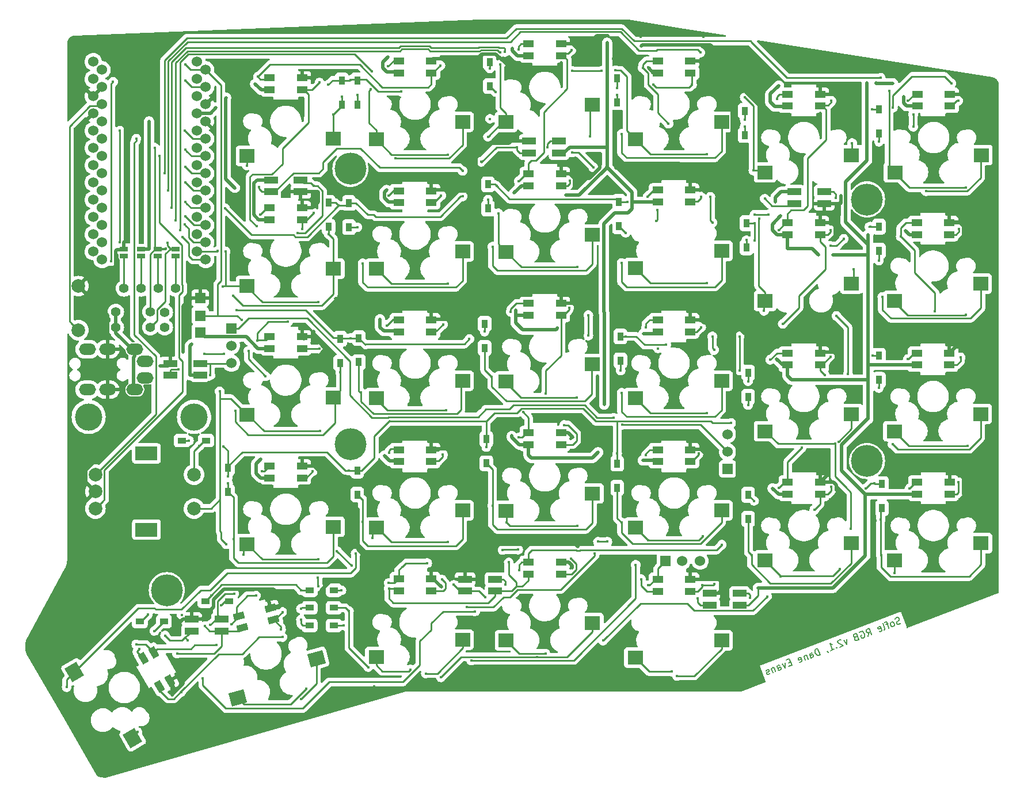
<source format=gbl>
G04 #@! TF.GenerationSoftware,KiCad,Pcbnew,8.0.4*
G04 #@! TF.CreationDate,2024-08-04T16:07:20+05:30*
G04 #@! TF.ProjectId,SofleKeyboard,536f666c-654b-4657-9962-6f6172642e6b,rev?*
G04 #@! TF.SameCoordinates,Original*
G04 #@! TF.FileFunction,Copper,L2,Bot*
G04 #@! TF.FilePolarity,Positive*
%FSLAX46Y46*%
G04 Gerber Fmt 4.6, Leading zero omitted, Abs format (unit mm)*
G04 Created by KiCad (PCBNEW 8.0.4) date 2024-08-04 16:07:20*
%MOMM*%
%LPD*%
G01*
G04 APERTURE LIST*
G04 Aperture macros list*
%AMRotRect*
0 Rectangle, with rotation*
0 The origin of the aperture is its center*
0 $1 length*
0 $2 width*
0 $3 Rotation angle, in degrees counterclockwise*
0 Add horizontal line*
21,1,$1,$2,0,0,$3*%
G04 Aperture macros list end*
%ADD10C,0.200000*%
G04 #@! TA.AperFunction,NonConductor*
%ADD11C,0.200000*%
G04 #@! TD*
G04 #@! TA.AperFunction,SMDPad,CuDef*
%ADD12R,2.000000X1.000000*%
G04 #@! TD*
G04 #@! TA.AperFunction,ComponentPad*
%ADD13R,1.524000X1.524000*%
G04 #@! TD*
G04 #@! TA.AperFunction,ComponentPad*
%ADD14C,1.524000*%
G04 #@! TD*
G04 #@! TA.AperFunction,SMDPad,CuDef*
%ADD15R,1.600000X1.000000*%
G04 #@! TD*
G04 #@! TA.AperFunction,SMDPad,CuDef*
%ADD16R,2.300000X2.000000*%
G04 #@! TD*
G04 #@! TA.AperFunction,SMDPad,CuDef*
%ADD17R,1.300000X0.950000*%
G04 #@! TD*
G04 #@! TA.AperFunction,SMDPad,CuDef*
%ADD18R,0.950000X1.300000*%
G04 #@! TD*
G04 #@! TA.AperFunction,SMDPad,CuDef*
%ADD19RotRect,2.300000X2.000000X15.000000*%
G04 #@! TD*
G04 #@! TA.AperFunction,SMDPad,CuDef*
%ADD20RotRect,1.600000X1.000000X195.000000*%
G04 #@! TD*
G04 #@! TA.AperFunction,SMDPad,CuDef*
%ADD21RotRect,2.300000X2.000000X300.000000*%
G04 #@! TD*
G04 #@! TA.AperFunction,SMDPad,CuDef*
%ADD22RotRect,1.600000X1.000000X120.000000*%
G04 #@! TD*
G04 #@! TA.AperFunction,ComponentPad*
%ADD23C,4.000000*%
G04 #@! TD*
G04 #@! TA.AperFunction,ComponentPad*
%ADD24C,1.397000*%
G04 #@! TD*
G04 #@! TA.AperFunction,ComponentPad*
%ADD25C,2.000000*%
G04 #@! TD*
G04 #@! TA.AperFunction,SMDPad,CuDef*
%ADD26R,1.143000X0.635000*%
G04 #@! TD*
G04 #@! TA.AperFunction,ComponentPad*
%ADD27C,4.700000*%
G04 #@! TD*
G04 #@! TA.AperFunction,ComponentPad*
%ADD28R,3.200000X2.000000*%
G04 #@! TD*
G04 #@! TA.AperFunction,ComponentPad*
%ADD29O,2.500000X1.700000*%
G04 #@! TD*
G04 #@! TA.AperFunction,ViaPad*
%ADD30C,0.400000*%
G04 #@! TD*
G04 #@! TA.AperFunction,Conductor*
%ADD31C,0.250000*%
G04 #@! TD*
G04 #@! TA.AperFunction,Conductor*
%ADD32C,0.500000*%
G04 #@! TD*
G04 APERTURE END LIST*
D10*
D11*
X210969819Y-123856330D02*
X210853515Y-123951981D01*
X210853515Y-123951981D02*
X210631234Y-124037307D01*
X210631234Y-124037307D02*
X210525257Y-124026981D01*
X210525257Y-124026981D02*
X210463735Y-123999590D01*
X210463735Y-123999590D02*
X210385149Y-123927743D01*
X210385149Y-123927743D02*
X210351019Y-123838830D01*
X210351019Y-123838830D02*
X210361345Y-123732853D01*
X210361345Y-123732853D02*
X210388736Y-123671331D01*
X210388736Y-123671331D02*
X210460583Y-123592745D01*
X210460583Y-123592745D02*
X210621343Y-123480028D01*
X210621343Y-123480028D02*
X210693190Y-123401442D01*
X210693190Y-123401442D02*
X210720581Y-123339920D01*
X210720581Y-123339920D02*
X210730907Y-123233943D01*
X210730907Y-123233943D02*
X210696777Y-123145030D01*
X210696777Y-123145030D02*
X210618190Y-123073183D01*
X210618190Y-123073183D02*
X210556669Y-123045792D01*
X210556669Y-123045792D02*
X210450691Y-123035466D01*
X210450691Y-123035466D02*
X210228410Y-123120792D01*
X210228410Y-123120792D02*
X210112107Y-123216443D01*
X209919935Y-124310349D02*
X209991782Y-124231763D01*
X209991782Y-124231763D02*
X210019173Y-124170241D01*
X210019173Y-124170241D02*
X210029499Y-124064264D01*
X210029499Y-124064264D02*
X209927108Y-123797527D01*
X209927108Y-123797527D02*
X209848522Y-123725679D01*
X209848522Y-123725679D02*
X209787001Y-123698288D01*
X209787001Y-123698288D02*
X209681023Y-123687962D01*
X209681023Y-123687962D02*
X209547654Y-123739158D01*
X209547654Y-123739158D02*
X209475807Y-123817744D01*
X209475807Y-123817744D02*
X209448416Y-123879266D01*
X209448416Y-123879266D02*
X209438090Y-123985243D01*
X209438090Y-123985243D02*
X209540481Y-124251980D01*
X209540481Y-124251980D02*
X209619067Y-124323828D01*
X209619067Y-124323828D02*
X209680589Y-124351219D01*
X209680589Y-124351219D02*
X209786566Y-124361545D01*
X209786566Y-124361545D02*
X209919935Y-124310349D01*
X209103092Y-123909809D02*
X208747443Y-124046330D01*
X209208636Y-124583392D02*
X208901463Y-123783180D01*
X208901463Y-123783180D02*
X208822877Y-123711332D01*
X208822877Y-123711332D02*
X208716899Y-123701007D01*
X208716899Y-123701007D02*
X208627987Y-123735137D01*
X208541792Y-124839369D02*
X208613639Y-124760782D01*
X208613639Y-124760782D02*
X208623965Y-124654805D01*
X208623965Y-124654805D02*
X208316793Y-123854593D01*
X207813427Y-125067955D02*
X207919405Y-125078281D01*
X207919405Y-125078281D02*
X208097229Y-125010020D01*
X208097229Y-125010020D02*
X208169077Y-124931434D01*
X208169077Y-124931434D02*
X208179403Y-124825456D01*
X208179403Y-124825456D02*
X208042882Y-124469807D01*
X208042882Y-124469807D02*
X207964295Y-124397959D01*
X207964295Y-124397959D02*
X207858317Y-124387633D01*
X207858317Y-124387633D02*
X207680493Y-124455894D01*
X207680493Y-124455894D02*
X207608645Y-124534480D01*
X207608645Y-124534480D02*
X207598319Y-124640458D01*
X207598319Y-124640458D02*
X207632450Y-124729370D01*
X207632450Y-124729370D02*
X208111142Y-124647631D01*
X206141156Y-125760887D02*
X206281698Y-125196869D01*
X206674630Y-125556105D02*
X206316262Y-124622525D01*
X206316262Y-124622525D02*
X205960613Y-124759046D01*
X205960613Y-124759046D02*
X205888765Y-124837632D01*
X205888765Y-124837632D02*
X205861374Y-124899154D01*
X205861374Y-124899154D02*
X205851048Y-125005131D01*
X205851048Y-125005131D02*
X205902244Y-125138500D01*
X205902244Y-125138500D02*
X205980830Y-125210347D01*
X205980830Y-125210347D02*
X206042352Y-125237738D01*
X206042352Y-125237738D02*
X206148329Y-125248064D01*
X206148329Y-125248064D02*
X206503979Y-125111543D01*
X204910729Y-125213065D02*
X204982576Y-125134479D01*
X204982576Y-125134479D02*
X205115945Y-125083283D01*
X205115945Y-125083283D02*
X205266378Y-125076544D01*
X205266378Y-125076544D02*
X205389421Y-125131326D01*
X205389421Y-125131326D02*
X205468008Y-125203174D01*
X205468008Y-125203174D02*
X205580724Y-125363933D01*
X205580724Y-125363933D02*
X205631920Y-125497302D01*
X205631920Y-125497302D02*
X205655724Y-125692192D01*
X205655724Y-125692192D02*
X205645398Y-125798169D01*
X205645398Y-125798169D02*
X205590616Y-125921212D01*
X205590616Y-125921212D02*
X205474313Y-126016864D01*
X205474313Y-126016864D02*
X205385400Y-126050994D01*
X205385400Y-126050994D02*
X205234966Y-126057733D01*
X205234966Y-126057733D02*
X205173445Y-126030342D01*
X205173445Y-126030342D02*
X205053989Y-125719149D01*
X205053989Y-125719149D02*
X205231814Y-125650888D01*
X204308559Y-125903279D02*
X204192256Y-125998930D01*
X204192256Y-125998930D02*
X204164865Y-126060452D01*
X204164865Y-126060452D02*
X204154539Y-126166429D01*
X204154539Y-126166429D02*
X204205734Y-126299798D01*
X204205734Y-126299798D02*
X204284321Y-126371645D01*
X204284321Y-126371645D02*
X204345842Y-126399036D01*
X204345842Y-126399036D02*
X204451820Y-126409362D01*
X204451820Y-126409362D02*
X204807469Y-126272841D01*
X204807469Y-126272841D02*
X204449102Y-125339260D01*
X204449102Y-125339260D02*
X204137908Y-125458716D01*
X204137908Y-125458716D02*
X204066061Y-125537303D01*
X204066061Y-125537303D02*
X204038670Y-125598824D01*
X204038670Y-125598824D02*
X204028344Y-125704802D01*
X204028344Y-125704802D02*
X204062474Y-125793714D01*
X204062474Y-125793714D02*
X204141061Y-125865562D01*
X204141061Y-125865562D02*
X204202582Y-125892953D01*
X204202582Y-125892953D02*
X204308559Y-125903279D01*
X204308559Y-125903279D02*
X204619753Y-125783823D01*
X203012590Y-126247734D02*
X203029221Y-126955447D01*
X203029221Y-126955447D02*
X202568028Y-126418385D01*
X202171508Y-126315560D02*
X202109987Y-126288169D01*
X202109987Y-126288169D02*
X202004009Y-126277843D01*
X202004009Y-126277843D02*
X201781728Y-126363169D01*
X201781728Y-126363169D02*
X201709881Y-126441756D01*
X201709881Y-126441756D02*
X201682490Y-126503277D01*
X201682490Y-126503277D02*
X201672164Y-126609254D01*
X201672164Y-126609254D02*
X201706294Y-126698167D01*
X201706294Y-126698167D02*
X201801946Y-126814470D01*
X201801946Y-126814470D02*
X202540202Y-127143163D01*
X202540202Y-127143163D02*
X201962272Y-127365010D01*
X201528035Y-127429684D02*
X201500644Y-127491205D01*
X201500644Y-127491205D02*
X201562166Y-127518596D01*
X201562166Y-127518596D02*
X201589557Y-127457075D01*
X201589557Y-127457075D02*
X201528035Y-127429684D01*
X201528035Y-127429684D02*
X201562166Y-127518596D01*
X200628586Y-127876964D02*
X201162060Y-127672182D01*
X200895323Y-127774573D02*
X200536955Y-126840993D01*
X200536955Y-126840993D02*
X200677063Y-126940231D01*
X200677063Y-126940231D02*
X200800105Y-126995013D01*
X200800105Y-126995013D02*
X200906083Y-127005339D01*
X200166958Y-128003159D02*
X200184023Y-128047616D01*
X200184023Y-128047616D02*
X200262610Y-128119463D01*
X200262610Y-128119463D02*
X200324131Y-128146854D01*
X199072618Y-128474244D02*
X198714250Y-127540664D01*
X198714250Y-127540664D02*
X198491969Y-127625989D01*
X198491969Y-127625989D02*
X198375666Y-127721641D01*
X198375666Y-127721641D02*
X198320884Y-127844684D01*
X198320884Y-127844684D02*
X198310558Y-127950661D01*
X198310558Y-127950661D02*
X198334362Y-128145551D01*
X198334362Y-128145551D02*
X198385558Y-128278920D01*
X198385558Y-128278920D02*
X198498274Y-128439679D01*
X198498274Y-128439679D02*
X198576861Y-128511527D01*
X198576861Y-128511527D02*
X198699904Y-128566309D01*
X198699904Y-128566309D02*
X198850337Y-128559570D01*
X198850337Y-128559570D02*
X199072618Y-128474244D01*
X197738932Y-128986198D02*
X197551216Y-128497180D01*
X197551216Y-128497180D02*
X197561541Y-128391202D01*
X197561541Y-128391202D02*
X197633389Y-128312616D01*
X197633389Y-128312616D02*
X197811214Y-128244355D01*
X197811214Y-128244355D02*
X197917191Y-128254681D01*
X197721867Y-128941742D02*
X197827845Y-128952068D01*
X197827845Y-128952068D02*
X198050126Y-128866742D01*
X198050126Y-128866742D02*
X198121973Y-128788156D01*
X198121973Y-128788156D02*
X198132299Y-128682178D01*
X198132299Y-128682178D02*
X198098168Y-128593266D01*
X198098168Y-128593266D02*
X198019582Y-128521418D01*
X198019582Y-128521418D02*
X197913604Y-128511092D01*
X197913604Y-128511092D02*
X197691323Y-128596418D01*
X197691323Y-128596418D02*
X197585346Y-128586092D01*
X197055458Y-128534463D02*
X197294370Y-129156850D01*
X197089588Y-128623375D02*
X197028067Y-128595984D01*
X197028067Y-128595984D02*
X196922089Y-128585658D01*
X196922089Y-128585658D02*
X196788721Y-128636853D01*
X196788721Y-128636853D02*
X196716873Y-128715440D01*
X196716873Y-128715440D02*
X196706547Y-128821418D01*
X196706547Y-128821418D02*
X196894264Y-129310436D01*
X196076987Y-129573152D02*
X196182965Y-129583478D01*
X196182965Y-129583478D02*
X196360789Y-129515218D01*
X196360789Y-129515218D02*
X196432637Y-129436631D01*
X196432637Y-129436631D02*
X196442963Y-129330654D01*
X196442963Y-129330654D02*
X196306441Y-128975004D01*
X196306441Y-128975004D02*
X196227855Y-128903157D01*
X196227855Y-128903157D02*
X196121877Y-128892831D01*
X196121877Y-128892831D02*
X195944053Y-128961091D01*
X195944053Y-128961091D02*
X195872205Y-129039678D01*
X195872205Y-129039678D02*
X195861879Y-129145655D01*
X195861879Y-129145655D02*
X195896010Y-129234568D01*
X195896010Y-129234568D02*
X196374702Y-129152829D01*
X194750474Y-129572284D02*
X194439280Y-129691740D01*
X194493628Y-130231954D02*
X194938190Y-130061302D01*
X194938190Y-130061302D02*
X194579822Y-129127722D01*
X194579822Y-129127722D02*
X194135260Y-129298373D01*
X193943523Y-129729023D02*
X193960154Y-130436735D01*
X193960154Y-130436735D02*
X193498961Y-129899674D01*
X192982117Y-130812169D02*
X192794400Y-130323150D01*
X192794400Y-130323150D02*
X192804726Y-130217173D01*
X192804726Y-130217173D02*
X192876573Y-130138586D01*
X192876573Y-130138586D02*
X193054398Y-130070326D01*
X193054398Y-130070326D02*
X193160376Y-130080652D01*
X192965052Y-130767712D02*
X193071029Y-130778038D01*
X193071029Y-130778038D02*
X193293310Y-130692713D01*
X193293310Y-130692713D02*
X193365157Y-130614126D01*
X193365157Y-130614126D02*
X193375483Y-130508148D01*
X193375483Y-130508148D02*
X193341353Y-130419236D01*
X193341353Y-130419236D02*
X193262767Y-130347389D01*
X193262767Y-130347389D02*
X193156789Y-130337063D01*
X193156789Y-130337063D02*
X192934508Y-130422389D01*
X192934508Y-130422389D02*
X192828530Y-130412063D01*
X192298643Y-130360433D02*
X192537554Y-130982820D01*
X192332773Y-130449345D02*
X192271251Y-130421954D01*
X192271251Y-130421954D02*
X192165274Y-130411628D01*
X192165274Y-130411628D02*
X192031905Y-130462824D01*
X192031905Y-130462824D02*
X191960058Y-130541410D01*
X191960058Y-130541410D02*
X191949732Y-130647388D01*
X191949732Y-130647388D02*
X192137449Y-131136406D01*
X191720277Y-131245536D02*
X191648430Y-131324123D01*
X191648430Y-131324123D02*
X191470605Y-131392383D01*
X191470605Y-131392383D02*
X191364628Y-131382057D01*
X191364628Y-131382057D02*
X191286041Y-131310210D01*
X191286041Y-131310210D02*
X191268976Y-131265754D01*
X191268976Y-131265754D02*
X191279302Y-131159776D01*
X191279302Y-131159776D02*
X191351149Y-131081190D01*
X191351149Y-131081190D02*
X191484518Y-131029994D01*
X191484518Y-131029994D02*
X191556365Y-130951408D01*
X191556365Y-130951408D02*
X191566691Y-130845430D01*
X191566691Y-130845430D02*
X191549626Y-130800974D01*
X191549626Y-130800974D02*
X191471040Y-130729127D01*
X191471040Y-130729127D02*
X191365062Y-130718801D01*
X191365062Y-130718801D02*
X191231693Y-130769996D01*
X191231693Y-130769996D02*
X191159846Y-130848583D01*
D12*
X106650000Y-123255000D03*
X106650000Y-125005000D03*
X111050000Y-125005000D03*
X111050000Y-123255000D03*
X122700000Y-60375000D03*
X122700000Y-58625000D03*
X118300000Y-58625000D03*
X118300000Y-60375000D03*
X156300000Y-52915000D03*
X156300000Y-54665000D03*
X160700000Y-54665000D03*
X160700000Y-52915000D03*
X199700000Y-62125000D03*
X199700000Y-60375000D03*
X195300000Y-60375000D03*
X195300000Y-62125000D03*
X146883600Y-117387600D03*
X146883600Y-119137600D03*
X151283600Y-119137600D03*
X151283600Y-117387600D03*
X182850000Y-119445000D03*
X182850000Y-121195000D03*
X187250000Y-121195000D03*
X187250000Y-119445000D03*
X103550000Y-85625000D03*
X103550000Y-87375000D03*
X107950000Y-87375000D03*
X107950000Y-85625000D03*
D13*
X107900000Y-81100000D03*
X107900000Y-78600000D03*
X107900000Y-76000000D03*
D14*
X112500000Y-85600000D03*
X112500000Y-83000000D03*
D13*
X112500000Y-80500000D03*
D15*
X218200000Y-46025000D03*
X218200000Y-47775000D03*
X213400000Y-47775000D03*
X213400000Y-46025000D03*
D16*
X210100000Y-57520000D03*
X222800000Y-54980000D03*
X165600000Y-104770000D03*
X152900000Y-107310000D03*
D15*
X156200000Y-95815000D03*
X156200000Y-97565000D03*
X161000000Y-97565000D03*
X161000000Y-95815000D03*
D16*
X203700000Y-112080000D03*
X191000000Y-114620000D03*
D15*
X194300000Y-103125000D03*
X194300000Y-104875000D03*
X199100000Y-104875000D03*
X199100000Y-103125000D03*
D16*
X222700000Y-73880000D03*
X210000000Y-76420000D03*
D15*
X213300000Y-64925000D03*
X213300000Y-66675000D03*
X218100000Y-66675000D03*
X218100000Y-64925000D03*
D16*
X203700000Y-73880000D03*
X191000000Y-76420000D03*
D15*
X194300000Y-64925000D03*
X194300000Y-66675000D03*
X199100000Y-66675000D03*
X199100000Y-64925000D03*
D16*
X203700000Y-93080000D03*
X191000000Y-95620000D03*
D15*
X194300000Y-84125000D03*
X194300000Y-85875000D03*
X199100000Y-85875000D03*
X199100000Y-84125000D03*
D16*
X146500000Y-50080000D03*
X133800000Y-52620000D03*
D15*
X137100000Y-41125000D03*
X137100000Y-42875000D03*
X141900000Y-42875000D03*
X141900000Y-41125000D03*
D17*
X127580000Y-119020000D03*
X124030000Y-119020000D03*
X124000000Y-121600000D03*
X127550000Y-121600000D03*
X127550000Y-124200000D03*
X124000000Y-124200000D03*
X112199800Y-120624800D03*
X108649800Y-120624800D03*
X102575000Y-123600000D03*
X99025000Y-123600000D03*
X108775000Y-97000000D03*
X105225000Y-97000000D03*
D18*
X208200000Y-106950000D03*
X208200000Y-103400000D03*
X188500000Y-108525000D03*
X188500000Y-104975000D03*
X169250000Y-103925000D03*
X169250000Y-100375000D03*
X150000000Y-100340000D03*
X150000000Y-96790000D03*
X131000000Y-104950000D03*
X131000000Y-101400000D03*
X112000000Y-104525000D03*
X112000000Y-100975000D03*
X207750000Y-88050000D03*
X207750000Y-84500000D03*
X188500000Y-90550000D03*
X188500000Y-87000000D03*
X169725000Y-85200000D03*
X169725000Y-81650000D03*
X149750000Y-83340000D03*
X149750000Y-79790000D03*
X131250000Y-85450000D03*
X131250000Y-81900000D03*
X128500000Y-85550000D03*
X128500000Y-82000000D03*
X207750000Y-69050000D03*
X207750000Y-65500000D03*
X188250000Y-68550000D03*
X188250000Y-65000000D03*
X169500000Y-65425000D03*
X169500000Y-61875000D03*
X150250000Y-62840000D03*
X150250000Y-59290000D03*
X129800000Y-65575000D03*
X129800000Y-62025000D03*
X126800000Y-65550000D03*
X126800000Y-62000000D03*
X207750000Y-51800000D03*
X207750000Y-48250000D03*
X188000000Y-52025000D03*
X188000000Y-48475000D03*
X169250000Y-47200000D03*
X169250000Y-43650000D03*
X150500000Y-44815000D03*
X150500000Y-41265000D03*
X131000000Y-47555500D03*
X131000000Y-44005500D03*
X128750000Y-47550000D03*
X128750000Y-44000000D03*
D16*
X184600000Y-126380000D03*
X171900000Y-128920000D03*
D15*
X175200000Y-117425000D03*
X175200000Y-119175000D03*
X180000000Y-119175000D03*
X180000000Y-117425000D03*
D16*
X165600000Y-123870000D03*
X152900000Y-126410000D03*
D15*
X156200000Y-114915000D03*
X156200000Y-116665000D03*
X161000000Y-116665000D03*
X161000000Y-114915000D03*
D16*
X146500000Y-126280000D03*
X133800000Y-128820000D03*
D15*
X137100000Y-117325000D03*
X137100000Y-119075000D03*
X141900000Y-119075000D03*
X141900000Y-117325000D03*
D19*
X125029234Y-129080355D03*
X113419376Y-134820809D03*
D20*
X113631807Y-122863389D03*
X114084740Y-124553759D03*
X118721184Y-123311427D03*
X118268251Y-121621057D03*
D21*
X97975654Y-140752178D03*
X89425950Y-131023655D03*
D22*
X101030912Y-128134039D03*
X99515367Y-129009039D03*
X101915367Y-133165961D03*
X103430912Y-132290961D03*
D16*
X222750000Y-112080000D03*
X210050000Y-114620000D03*
D15*
X213350000Y-103125000D03*
X213350000Y-104875000D03*
X218150000Y-104875000D03*
X218150000Y-103125000D03*
D16*
X184600000Y-107280000D03*
X171900000Y-109820000D03*
D15*
X175200000Y-98325000D03*
X175200000Y-100075000D03*
X180000000Y-100075000D03*
X180000000Y-98325000D03*
D16*
X146500000Y-107280000D03*
X133800000Y-109820000D03*
D15*
X137100000Y-98325000D03*
X137100000Y-100075000D03*
X141900000Y-100075000D03*
X141900000Y-98325000D03*
D16*
X127500000Y-109680000D03*
X114800000Y-112220000D03*
D15*
X118100000Y-100725000D03*
X118100000Y-102475000D03*
X122900000Y-102475000D03*
X122900000Y-100725000D03*
D16*
X222700000Y-93080000D03*
X210000000Y-95620000D03*
D15*
X213300000Y-84125000D03*
X213300000Y-85875000D03*
X218100000Y-85875000D03*
X218100000Y-84125000D03*
D16*
X184600000Y-88180000D03*
X171900000Y-90720000D03*
D15*
X175200000Y-79225000D03*
X175200000Y-80975000D03*
X180000000Y-80975000D03*
X180000000Y-79225000D03*
D16*
X165600000Y-85770000D03*
X152900000Y-88310000D03*
D15*
X156200000Y-76815000D03*
X156200000Y-78565000D03*
X161000000Y-78565000D03*
X161000000Y-76815000D03*
D16*
X146500000Y-88180000D03*
X133800000Y-90720000D03*
D15*
X137100000Y-79225000D03*
X137100000Y-80975000D03*
X141900000Y-80975000D03*
X141900000Y-79225000D03*
D16*
X127500000Y-90680000D03*
X114800000Y-93220000D03*
D15*
X118100000Y-81725000D03*
X118100000Y-83475000D03*
X122900000Y-83475000D03*
X122900000Y-81725000D03*
D16*
X184600000Y-69080000D03*
X171900000Y-71620000D03*
D15*
X175200000Y-60125000D03*
X175200000Y-61875000D03*
X180000000Y-61875000D03*
X180000000Y-60125000D03*
D16*
X165600000Y-66670000D03*
X152900000Y-69210000D03*
D15*
X156200000Y-57715000D03*
X156200000Y-59465000D03*
X161000000Y-59465000D03*
X161000000Y-57715000D03*
D16*
X146500000Y-69180000D03*
X133800000Y-71720000D03*
D15*
X137100000Y-60225000D03*
X137100000Y-61975000D03*
X141900000Y-61975000D03*
X141900000Y-60225000D03*
D16*
X127500000Y-71680000D03*
X114800000Y-74220000D03*
D15*
X118100000Y-62725000D03*
X118100000Y-64475000D03*
X122900000Y-64475000D03*
X122900000Y-62725000D03*
D16*
X203700000Y-54980000D03*
X191000000Y-57520000D03*
D15*
X194300000Y-46025000D03*
X194300000Y-47775000D03*
X199100000Y-47775000D03*
X199100000Y-46025000D03*
D16*
X184600000Y-50080000D03*
X171900000Y-52620000D03*
D15*
X175200000Y-41125000D03*
X175200000Y-42875000D03*
X180000000Y-42875000D03*
X180000000Y-41125000D03*
D16*
X165600000Y-47580000D03*
X152900000Y-50120000D03*
D15*
X156200000Y-38625000D03*
X156200000Y-40375000D03*
X161000000Y-40375000D03*
X161000000Y-38625000D03*
D16*
X127500000Y-52580000D03*
X114800000Y-55120000D03*
D15*
X118100000Y-43625000D03*
X118100000Y-45375000D03*
X122900000Y-45375000D03*
X122900000Y-43625000D03*
D14*
X181427000Y-114706600D03*
X178827000Y-114706600D03*
D13*
X176327000Y-114706600D03*
D14*
X185500000Y-96050000D03*
X185500000Y-98650000D03*
D13*
X185500000Y-101150000D03*
D14*
X93478815Y-47505745D03*
X108718815Y-65285745D03*
X93478815Y-57665745D03*
X108718815Y-55125745D03*
X108718815Y-50045745D03*
X93478815Y-67825745D03*
X108718815Y-47505745D03*
X108718815Y-42425745D03*
X93478815Y-62745745D03*
X108718815Y-70365745D03*
X93478815Y-55125745D03*
X93478815Y-44965745D03*
X93478815Y-50045745D03*
X93478815Y-52585745D03*
X93478815Y-65285745D03*
X93478815Y-60205745D03*
X108718815Y-62745745D03*
X108718815Y-60205745D03*
X93478815Y-70365745D03*
X108718815Y-67825745D03*
X108718815Y-44965745D03*
X93478815Y-42425745D03*
X108718815Y-57665745D03*
X108718815Y-52585745D03*
X92180000Y-41230000D03*
X92180000Y-43770000D03*
X92180000Y-46310000D03*
X92180000Y-48850000D03*
X92180000Y-51390000D03*
X92180000Y-53930000D03*
X92180000Y-56470000D03*
X92180000Y-59010000D03*
X92180000Y-61550000D03*
X92180000Y-64090000D03*
X92180000Y-66630000D03*
X92180000Y-69170000D03*
X107420000Y-69170000D03*
X107420000Y-66630000D03*
X107420000Y-64090000D03*
X107420000Y-61550000D03*
X107420000Y-59010000D03*
X107420000Y-56470000D03*
X107420000Y-53930000D03*
X107420000Y-51390000D03*
X107420000Y-48850000D03*
X107420000Y-46310000D03*
X107420000Y-43770000D03*
X107420000Y-41230000D03*
D23*
X107000000Y-93500000D03*
X91500000Y-93500000D03*
D24*
X104320000Y-74600000D03*
X101780000Y-74600000D03*
X99240000Y-74600000D03*
X96700000Y-74600000D03*
D25*
X90000000Y-80750000D03*
X90000000Y-74250000D03*
D26*
X96700000Y-68799620D03*
X96700000Y-69800380D03*
X99200000Y-68799620D03*
X99200000Y-69800380D03*
X101700000Y-68799620D03*
X101700000Y-69800380D03*
X104300000Y-68799620D03*
X104300000Y-69800380D03*
D24*
X100579272Y-80311965D03*
X95499272Y-80311965D03*
X100579272Y-78061965D03*
X95499272Y-78061965D03*
X102700000Y-78100000D03*
X102700000Y-80300000D03*
D27*
X206000000Y-100000000D03*
X130000000Y-97500000D03*
X130000000Y-57000000D03*
D25*
X107000000Y-107000000D03*
X107000000Y-102000000D03*
D28*
X100000000Y-110100000D03*
X100000000Y-98900000D03*
D25*
X92500000Y-107000000D03*
X92500000Y-104500000D03*
X92500000Y-102000000D03*
D27*
X103000000Y-119000000D03*
X206000000Y-61500000D03*
D29*
X98300000Y-89500000D03*
X99800000Y-85300000D03*
X91300000Y-89500000D03*
X94300000Y-89500000D03*
X91300000Y-83550000D03*
X94300000Y-83550000D03*
X98300000Y-83550000D03*
X99800000Y-87750000D03*
D30*
X128750000Y-46400000D03*
X127450000Y-49000000D03*
X105327833Y-67072169D03*
X106250000Y-97000000D03*
X105189400Y-122624800D03*
X122773800Y-119020000D03*
X109512300Y-119762300D03*
X100200000Y-122600000D03*
X122732600Y-121732600D03*
X122732600Y-123332600D03*
X131000000Y-46150000D03*
X136588496Y-55452510D03*
X150550000Y-49640000D03*
X151362500Y-45677500D03*
X165250000Y-52190000D03*
X105700000Y-59000000D03*
X188000000Y-49750000D03*
X169250000Y-45150000D03*
X130000000Y-43900000D03*
X206750000Y-48250000D03*
X126750000Y-44600000D03*
X137450000Y-45600000D03*
X150500004Y-42222496D03*
X169900000Y-51850000D03*
X169250000Y-46150000D03*
X105700000Y-61900000D03*
X151500000Y-59540000D03*
X170775000Y-61875000D03*
X146532600Y-61061600D03*
X189500000Y-65000000D03*
X206500000Y-65500000D03*
X189500000Y-67550000D03*
X111574990Y-62800000D03*
X200650000Y-68350000D03*
X202565000Y-67310000D03*
X128239998Y-62400000D03*
X188000000Y-50750000D03*
X203800000Y-53200000D03*
X105700000Y-64000000D03*
X149750000Y-80940000D03*
X188500000Y-88250000D03*
X113250000Y-77750000D03*
X147500012Y-82050000D03*
X206825000Y-84500000D03*
X130000000Y-81900000D03*
X176450000Y-82900000D03*
X170480000Y-81650000D03*
X207750000Y-53000000D03*
X214655400Y-60291210D03*
X105600000Y-65200000D03*
X112000000Y-102250000D03*
X150000000Y-97940000D03*
X111350001Y-97825012D03*
X189387500Y-105862500D03*
X169250000Y-98900000D03*
X186000000Y-94400000D03*
X129750000Y-101400000D03*
X207057999Y-103273747D03*
X205800000Y-104000000D03*
X112750000Y-75650000D03*
X126800000Y-66600000D03*
X131800000Y-70900000D03*
X131000000Y-65600000D03*
X150900000Y-68440000D03*
X150250000Y-61540000D03*
X169900000Y-70850000D03*
X170487500Y-66412500D03*
X204000000Y-71750000D03*
X188250000Y-67500000D03*
X207750000Y-70500000D03*
X208250000Y-75850000D03*
X113050000Y-92600000D03*
X128500000Y-86900000D03*
X131550000Y-89900000D03*
X150800000Y-87640000D03*
X169900000Y-89950000D03*
X169750000Y-86650000D03*
X188500000Y-91750000D03*
X201797467Y-97158879D03*
X209750000Y-97500000D03*
X207750000Y-89250000D03*
X112800000Y-111450000D03*
X112000000Y-103250000D03*
X131800000Y-108950000D03*
X150900000Y-106540000D03*
X169900000Y-109050000D03*
X189000000Y-113850000D03*
X208050000Y-113850000D03*
X208000000Y-108600000D03*
X98687000Y-139889000D03*
X101175000Y-125000000D03*
X122750000Y-135000000D03*
X110984999Y-121234999D03*
X141108000Y-131259000D03*
X129000000Y-124200000D03*
X100400008Y-68800000D03*
X100400000Y-50045745D03*
X211625000Y-104875000D03*
X116000000Y-44500000D03*
X110250000Y-48000000D03*
X193012500Y-44737500D03*
X153750000Y-96290000D03*
X173000000Y-99900000D03*
X210875000Y-85875000D03*
X135325000Y-60125000D03*
X167750000Y-38440000D03*
X173475000Y-61875000D03*
X167325000Y-78115000D03*
X162250000Y-53790000D03*
X135500000Y-40575010D03*
X167325000Y-91715000D03*
X166424990Y-98714990D03*
X116850000Y-99700000D03*
X192100000Y-104000000D03*
X135000000Y-99200004D03*
X134375000Y-79125000D03*
X154300002Y-77790000D03*
X160475000Y-80440000D03*
X173100000Y-81250000D03*
X192700000Y-84950000D03*
X211650000Y-66100000D03*
X206175000Y-66675000D03*
X153800000Y-39290000D03*
X173806234Y-42086230D03*
X116350000Y-83400000D03*
X115800000Y-61500000D03*
X113000000Y-59800000D03*
X111725000Y-46525000D03*
X161650000Y-60890000D03*
X154099999Y-60539999D03*
X193300000Y-63925000D03*
X198874990Y-69700000D03*
X200950000Y-69700000D03*
X189950000Y-118650000D03*
X98966400Y-127646200D03*
X104503600Y-128314400D03*
X172781800Y-117399000D03*
X167803400Y-111861800D03*
X166424990Y-111865010D03*
X135669468Y-118748132D03*
X153294800Y-114915000D03*
X128025000Y-113250000D03*
X130160600Y-115417800D03*
X205994000Y-44373800D03*
X207340200Y-44373800D03*
X192532000Y-61849000D03*
X108600000Y-124300000D03*
X202250000Y-100999998D03*
X106624999Y-82800000D03*
X106400000Y-87200000D03*
X211400000Y-46400000D03*
X209800000Y-44400000D03*
X113236400Y-67208200D03*
X166100000Y-120400000D03*
X169800000Y-120300000D03*
X167600000Y-121700000D03*
X165800000Y-63100000D03*
X166600000Y-59800000D03*
X167800000Y-62500000D03*
X96700000Y-67800000D03*
X96900000Y-48800000D03*
X96900000Y-44965745D03*
X106700000Y-74700000D03*
X93176999Y-99176999D03*
X148500000Y-95400000D03*
X124500000Y-44250000D03*
X144000000Y-40800000D03*
X153625000Y-52915000D03*
X182000000Y-79650000D03*
X200750000Y-85750000D03*
X144175000Y-60125000D03*
X181975000Y-60125000D03*
X111750000Y-88500000D03*
X185400000Y-82150000D03*
X185650000Y-78000000D03*
X186500000Y-72150000D03*
X185350000Y-65950000D03*
X188300000Y-70950000D03*
X188700000Y-76550000D03*
X190500000Y-83150000D03*
X185700000Y-54750000D03*
X185450000Y-59400000D03*
X186150000Y-40900000D03*
X190400000Y-45250000D03*
X125450000Y-101500000D03*
X220175021Y-104874979D03*
X192374999Y-100924999D03*
X200100000Y-100400000D03*
X201500000Y-104250000D03*
X182381001Y-99068999D03*
X162700000Y-96490000D03*
X144900000Y-98900004D03*
X144950000Y-79150000D03*
X163200000Y-77240000D03*
X212500000Y-81000000D03*
X220562002Y-83212002D03*
X220200000Y-66650000D03*
X117150000Y-47100000D03*
X123000000Y-46950000D03*
X163850000Y-39890000D03*
X181700000Y-43200000D03*
X201750000Y-47800000D03*
X123950000Y-85550000D03*
X215800000Y-101100000D03*
X125250001Y-60399999D03*
X162950000Y-59590002D03*
X169050000Y-56850000D03*
X166650000Y-55940000D03*
X201056001Y-67443999D03*
X204500000Y-52050000D03*
X209450000Y-64250000D03*
X209350000Y-67600000D03*
X186924999Y-110225001D03*
X148500000Y-52300000D03*
X124598000Y-80950008D03*
X104600000Y-125200000D03*
X181200002Y-117425000D03*
X146883600Y-115783200D03*
X163510800Y-112581400D03*
X120909801Y-123820001D03*
X105418000Y-130194000D03*
X149047200Y-92125800D03*
X172770800Y-38938200D03*
X167894000Y-37439600D03*
X211378787Y-48652217D03*
X143383000Y-118554500D03*
X199099994Y-48824994D03*
X202120500Y-60959998D03*
X161000002Y-41375002D03*
X162600000Y-115700000D03*
X127800001Y-76100001D03*
X103100000Y-139800000D03*
X107200000Y-134400000D03*
X99700000Y-134300000D03*
X113900000Y-137800000D03*
X128400000Y-134500000D03*
X133500000Y-133200000D03*
X149100000Y-127800000D03*
X146900000Y-124100000D03*
X163500000Y-117700000D03*
X170800000Y-117800000D03*
X167500000Y-114300000D03*
X181900000Y-37600000D03*
X172700000Y-37600000D03*
X169243100Y-38356900D03*
X172600000Y-43100000D03*
X168600000Y-40800000D03*
X130600000Y-74700000D03*
X139400000Y-76100000D03*
X148500000Y-101700000D03*
X148500000Y-112300000D03*
X149500000Y-107400000D03*
X151100000Y-111300000D03*
X154000000Y-111200000D03*
X165200000Y-110900000D03*
X165900000Y-128300000D03*
X168500000Y-128100000D03*
X185000000Y-123500000D03*
X187600000Y-123500000D03*
X207200000Y-108800000D03*
X206200000Y-115700000D03*
X205100000Y-118700000D03*
X213900000Y-118700000D03*
X223200000Y-101400000D03*
X223500000Y-85800000D03*
X220900000Y-88100000D03*
X177000000Y-76200000D03*
X172800000Y-78200000D03*
X169700000Y-79600000D03*
X168900000Y-75900000D03*
X168500000Y-67800000D03*
X165700000Y-72900000D03*
X165700000Y-76700000D03*
X101438100Y-46469100D03*
X114176200Y-62687000D03*
X123599600Y-104863700D03*
X163614100Y-130975100D03*
X156806900Y-132270500D03*
X151282400Y-130479800D03*
X184302400Y-131940300D03*
X189077600Y-128346200D03*
X213398100Y-122529600D03*
X206743300Y-114604800D03*
X218846400Y-107911900D03*
X209905600Y-100698300D03*
X206629000Y-96100900D03*
X211963000Y-88176100D03*
X209804000Y-88176100D03*
X218541600Y-88684100D03*
X218351100Y-69646800D03*
X211836000Y-69608700D03*
X217322400Y-61607700D03*
X220433900Y-62064900D03*
X215049100Y-61772800D03*
X210934300Y-60553600D03*
X220408500Y-49885600D03*
X222923100Y-52451000D03*
X223685100Y-57200800D03*
X222211900Y-44970700D03*
X204698600Y-45529500D03*
X206781400Y-42494200D03*
X210832700Y-43180000D03*
X192925700Y-40627300D03*
X177203100Y-57429400D03*
X172681900Y-58877200D03*
X107937300Y-117297200D03*
X94348300Y-124167900D03*
X86855300Y-129565400D03*
X90792300Y-119316500D03*
X94843600Y-112979200D03*
X100076000Y-104254300D03*
X98374200Y-92811600D03*
X102565200Y-94475300D03*
X116395500Y-41541700D03*
X110959900Y-41744900D03*
X112699800Y-43713400D03*
X113868200Y-46418500D03*
X101955600Y-38404800D03*
X95288100Y-38671500D03*
X148018500Y-78536800D03*
X151511000Y-78308200D03*
X151422100Y-82042000D03*
X155740100Y-81953100D03*
X147370800Y-84328000D03*
X207721200Y-80670400D03*
X204837500Y-82500000D03*
X204762100Y-86385400D03*
X203847700Y-78790800D03*
X102000000Y-86000000D03*
X105400000Y-84000000D03*
X220400000Y-47800000D03*
X103800000Y-134400000D03*
X142400000Y-102800000D03*
X143000000Y-95400000D03*
X128200000Y-126000000D03*
X128600000Y-131000000D03*
X131800000Y-131400000D03*
X140800000Y-132800000D03*
X146200000Y-131400000D03*
X170400000Y-132600000D03*
X168600000Y-126400000D03*
X190000000Y-89000000D03*
X193400000Y-88800000D03*
X187000000Y-89000000D03*
X187600000Y-94000000D03*
X190400000Y-97800000D03*
X190600000Y-105000000D03*
X192000000Y-105600000D03*
X202600000Y-107800000D03*
X200200000Y-107800000D03*
X222400000Y-105400000D03*
X221200000Y-107000000D03*
X224200000Y-110000000D03*
X224000000Y-117200000D03*
X217600000Y-119000000D03*
X223400000Y-79000000D03*
X219800000Y-80200000D03*
X217000000Y-81000000D03*
X223200000Y-68600000D03*
X220800000Y-68400000D03*
X223000000Y-64800000D03*
X223000000Y-48400000D03*
X191549016Y-49050984D03*
X189000000Y-62600000D03*
X184600000Y-62800000D03*
X149800000Y-73200000D03*
X148500000Y-64700000D03*
X148500000Y-61500000D03*
X144800000Y-64400000D03*
X147000000Y-64600000D03*
X133000000Y-78000000D03*
X131000000Y-79200000D03*
X133600000Y-58200000D03*
X132800000Y-60600000D03*
X143000000Y-58000000D03*
X126800000Y-59000000D03*
X145400000Y-44000000D03*
X146600000Y-46400000D03*
X147600000Y-42800000D03*
X148500000Y-46100000D03*
X165370000Y-38370000D03*
X125674990Y-125000000D03*
X220500000Y-59750000D03*
X102675000Y-57665745D03*
X220750000Y-97750000D03*
X209250000Y-45500000D03*
X220550000Y-78474990D03*
X210000000Y-116499990D03*
X177303000Y-130988000D03*
X208000600Y-43586400D03*
X201500000Y-78650000D03*
X103175000Y-60205745D03*
X189275000Y-57250000D03*
X188000000Y-46500000D03*
X181500000Y-39900000D03*
X190850000Y-77900000D03*
X190150000Y-64300000D03*
X191298400Y-119913600D03*
X193276189Y-116984200D03*
X202005399Y-115899399D03*
X203200000Y-87185500D03*
X167188400Y-126421400D03*
X158686500Y-128333500D03*
X201272457Y-97462850D03*
X203600000Y-110000000D03*
X182400000Y-92950000D03*
X182400000Y-54850000D03*
X182400000Y-73850000D03*
X103700000Y-62745745D03*
X183500000Y-83650000D03*
X183250000Y-81650000D03*
X183250000Y-64900000D03*
X181878761Y-111028761D03*
X173779989Y-111625000D03*
X182950011Y-61131673D03*
X171969000Y-115265400D03*
X147788200Y-129354000D03*
X138831761Y-130667561D03*
X162636200Y-42595800D03*
X166928800Y-42570400D03*
X169011600Y-42494200D03*
X152723174Y-39803920D03*
X163300000Y-90640000D03*
X163400000Y-71440000D03*
X163400000Y-109540000D03*
X104300000Y-64575000D03*
X150250000Y-52265000D03*
X165000000Y-78540000D03*
X151750000Y-63540000D03*
X153000000Y-109040000D03*
X165000000Y-81540021D03*
X152070275Y-41620210D03*
X123500000Y-133500000D03*
X152061699Y-39875010D03*
X144300000Y-54900000D03*
X144300000Y-73900000D03*
X144300000Y-111950000D03*
X105000000Y-66000000D03*
X133250000Y-111300000D03*
X144050000Y-92524990D03*
X132975354Y-45304243D03*
X133154739Y-42695261D03*
X88273000Y-133285000D03*
X130773547Y-113628547D03*
X105600000Y-51400000D03*
X96100000Y-51390000D03*
X96050000Y-67805847D03*
X103100000Y-67900000D03*
X105700006Y-41600000D03*
X114000000Y-79250000D03*
X101200000Y-53900000D03*
X105700018Y-54200000D03*
X102826022Y-68770500D03*
X143317800Y-131826200D03*
X132624400Y-130327600D03*
X157491000Y-128828990D03*
X129779600Y-122098000D03*
X105699992Y-56700000D03*
X94800000Y-70600000D03*
X95100000Y-44200000D03*
X105700000Y-44000000D03*
X178065000Y-131623000D03*
X128682800Y-119020000D03*
X107775000Y-97775000D03*
X125550000Y-95600000D03*
X125300000Y-76600000D03*
X125300000Y-114450000D03*
X114750000Y-56500000D03*
X110775010Y-89750000D03*
X111750000Y-112250000D03*
X114250000Y-113750000D03*
X111649995Y-69150005D03*
X110445094Y-69104375D03*
X111200000Y-74350000D03*
X101874255Y-55125745D03*
X98514255Y-52585745D03*
X117500000Y-87500000D03*
X114999994Y-83800000D03*
X124600000Y-59500000D03*
X122250000Y-66450000D03*
X109400000Y-124116732D03*
X112900000Y-119525021D03*
X154500000Y-53790000D03*
X149250000Y-55940000D03*
X146500000Y-57300000D03*
X116600000Y-59700000D03*
X159000000Y-53790000D03*
X165750003Y-56789997D03*
X162650000Y-54590000D03*
X201400000Y-61250000D03*
X191475000Y-63700000D03*
X189436812Y-63750000D03*
X187250000Y-81650000D03*
X187250000Y-86650000D03*
X190950000Y-61400000D03*
X102740000Y-125677500D03*
X152817400Y-118135600D03*
X148347000Y-122121502D03*
X108300000Y-132000000D03*
X106068010Y-126351315D03*
X188822468Y-120130068D03*
X145222800Y-118211800D03*
X149796500Y-120015000D03*
X181113000Y-120243800D03*
X111403027Y-84250000D03*
X170000000Y-94675000D03*
X168750000Y-93625000D03*
X104704243Y-86504950D03*
X108550000Y-84250000D03*
X109400000Y-87400004D03*
X173823200Y-118288000D03*
X143240373Y-41790373D03*
X116400000Y-43450000D03*
X116750000Y-63750000D03*
X125450000Y-44300002D03*
X116200000Y-65450000D03*
X135550000Y-41900000D03*
X143350000Y-60949994D03*
X180250000Y-44599999D03*
X154719240Y-39400010D03*
X174600000Y-44599999D03*
X154750000Y-58790000D03*
X162500016Y-39540000D03*
X173000000Y-42150000D03*
X176800500Y-50349500D03*
X181549998Y-61100000D03*
X192800000Y-46750000D03*
X219400000Y-47000000D03*
X209800000Y-48000000D03*
X218400000Y-44400000D03*
X200750000Y-47000000D03*
X193000000Y-66000000D03*
X219519500Y-65849500D03*
X212000000Y-47000000D03*
X212800000Y-50800000D03*
X212800000Y-49000000D03*
X116275021Y-82255755D03*
X120800002Y-79525000D03*
X124600000Y-63450000D03*
X122923621Y-65881628D03*
X143650000Y-79900000D03*
X135650000Y-60950000D03*
X153600000Y-78040000D03*
X162300000Y-58740000D03*
X175000000Y-64650000D03*
X181600000Y-80300000D03*
X173700000Y-61100000D03*
X175150000Y-63050000D03*
X193600000Y-79800000D03*
X191750000Y-85100000D03*
X200650004Y-66024990D03*
X219750000Y-84750000D03*
X216000000Y-77974990D03*
X210951402Y-66950000D03*
X116975317Y-101458646D03*
X125450000Y-83500000D03*
X143600000Y-99050000D03*
X135350000Y-80100000D03*
X154750000Y-96540000D03*
X158750000Y-90040000D03*
X155400000Y-92814979D03*
X162169493Y-77468245D03*
X181250000Y-98900000D03*
X175250000Y-83425000D03*
X173500000Y-80349998D03*
X193034627Y-103965373D03*
X200600000Y-84650000D03*
X196400000Y-98049998D03*
X199771000Y-87349989D03*
X212000000Y-85000000D03*
X219425000Y-103125000D03*
X124450000Y-101500000D03*
X135700010Y-98757169D03*
X125207600Y-117128000D03*
X125258400Y-118415000D03*
X120000000Y-125900000D03*
X105132534Y-133973520D03*
X161450000Y-94690000D03*
X112500000Y-124000000D03*
X116100000Y-119800000D03*
X173500000Y-99150000D03*
X143470200Y-117449800D03*
X165949996Y-113631410D03*
X147122200Y-121482800D03*
X200750000Y-103750000D03*
X198249998Y-107175010D03*
X154798600Y-116078200D03*
X184633532Y-112308932D03*
X181773400Y-118262600D03*
X183576800Y-118110200D03*
X212250010Y-104050000D03*
X98509200Y-126985800D03*
X110300000Y-127100000D03*
X119800000Y-124800000D03*
X120000000Y-122200000D03*
X135621600Y-117957800D03*
X141311200Y-115011400D03*
X154686200Y-113030200D03*
X152400000Y-113093500D03*
X162493589Y-114386621D03*
D31*
X128750000Y-47675000D02*
X128750000Y-46400000D01*
X127500000Y-49025000D02*
X128750000Y-47775000D01*
X127500000Y-52580000D02*
X127500000Y-49025000D01*
X127500000Y-49050000D02*
X127450000Y-49000000D01*
X127500000Y-52580000D02*
X127500000Y-49050000D01*
X106200000Y-69800000D02*
X106200000Y-67944336D01*
X106770000Y-70370000D02*
X106200000Y-69800000D01*
X106200000Y-67944336D02*
X105527832Y-67272168D01*
X105527832Y-67272168D02*
X105327833Y-67072169D01*
X108770000Y-70370000D02*
X106770000Y-70370000D01*
X105225000Y-97000000D02*
X106250000Y-97000000D01*
X124030000Y-119020000D02*
X122773800Y-119020000D01*
X108649800Y-120624800D02*
X109512300Y-119762300D01*
X99200000Y-123600000D02*
X100200000Y-122600000D01*
X99025000Y-123600000D02*
X99200000Y-123600000D01*
X124000000Y-121600000D02*
X122865200Y-121600000D01*
X122865200Y-121600000D02*
X122732600Y-121732600D01*
X122732600Y-123932600D02*
X122732600Y-123332600D01*
X124000000Y-124200000D02*
X123000000Y-124200000D01*
X123000000Y-124200000D02*
X122732600Y-123932600D01*
X111074600Y-118200000D02*
X109512300Y-119762300D01*
X122773800Y-119020000D02*
X121953800Y-118200000D01*
X121953800Y-118200000D02*
X111074600Y-118200000D01*
X131000000Y-46150000D02*
X131000000Y-47425000D01*
X146500000Y-50130000D02*
X146500000Y-53450000D01*
X146500000Y-53450000D02*
X144497490Y-55452510D01*
X144497490Y-55452510D02*
X136588496Y-55452510D01*
X165250000Y-47870000D02*
X165250000Y-52190000D01*
X151362500Y-45677500D02*
X150500000Y-44815000D01*
X106910000Y-60210000D02*
X105899999Y-59199999D01*
X105899999Y-59199999D02*
X105700000Y-59000000D01*
X108770000Y-60210000D02*
X106910000Y-60210000D01*
X188000000Y-49750000D02*
X188000000Y-48475000D01*
X169250000Y-43875000D02*
X169250000Y-45150000D01*
X129975000Y-43875000D02*
X130000000Y-43900000D01*
X131000000Y-43875000D02*
X129975000Y-43875000D01*
X207750000Y-48250000D02*
X206750000Y-48250000D01*
X129975000Y-43975000D02*
X127375000Y-43975000D01*
X127375000Y-43975000D02*
X126750000Y-44600000D01*
X132188589Y-43875000D02*
X131000000Y-43875000D01*
X132323113Y-43875000D02*
X132188589Y-43875000D01*
X137450000Y-45600000D02*
X134048113Y-45600000D01*
X134048113Y-45600000D02*
X132323113Y-43875000D01*
X150500000Y-42222492D02*
X150500004Y-42222496D01*
X150500000Y-41265000D02*
X150500000Y-42222492D01*
X184600000Y-54400000D02*
X183624999Y-55375001D01*
X184600000Y-50080000D02*
X184600000Y-54400000D01*
X183624999Y-55375001D02*
X170624999Y-55375001D01*
X170624999Y-55375001D02*
X169900000Y-54650002D01*
X169900000Y-54650002D02*
X169900000Y-51850000D01*
X169250000Y-46150000D02*
X169250000Y-47425000D01*
X106550000Y-62750000D02*
X105899999Y-62099999D01*
X105899999Y-62099999D02*
X105700000Y-61900000D01*
X108770000Y-62750000D02*
X106550000Y-62750000D01*
X150250000Y-59290000D02*
X151250000Y-59290000D01*
X151250000Y-59290000D02*
X151500000Y-59540000D01*
X169500000Y-61875000D02*
X170775000Y-61875000D01*
X188250000Y-65000000D02*
X189500000Y-65000000D01*
X207750000Y-65500000D02*
X206500000Y-65500000D01*
X206500000Y-65500000D02*
X206250000Y-65500000D01*
X189500000Y-67550000D02*
X189500000Y-65000000D01*
X153428000Y-61468000D02*
X151500000Y-59540000D01*
X169500000Y-61875000D02*
X169093000Y-61468000D01*
X169093000Y-61468000D02*
X153428000Y-61468000D01*
X146238400Y-61061600D02*
X146532600Y-61061600D01*
X133422000Y-63750000D02*
X133722000Y-64050000D01*
X133722000Y-64050000D02*
X143250000Y-64050000D01*
X143250000Y-64050000D02*
X146238400Y-61061600D01*
X201525000Y-68350000D02*
X202565000Y-67310000D01*
X200650000Y-68350000D02*
X201525000Y-68350000D01*
X129800000Y-62025000D02*
X129800000Y-62400000D01*
X129800000Y-62400000D02*
X128239998Y-62400000D01*
X127839998Y-62000000D02*
X128239998Y-62400000D01*
X126800000Y-62000000D02*
X127839998Y-62000000D01*
X115499989Y-66724999D02*
X111574990Y-62800000D01*
X121915002Y-67000000D02*
X121640001Y-66724999D01*
X121640001Y-66724999D02*
X115499989Y-66724999D01*
X128239998Y-62400000D02*
X123639998Y-67000000D01*
X123639998Y-67000000D02*
X121915002Y-67000000D01*
X133422000Y-63750000D02*
X132550000Y-63750000D01*
X130825000Y-62025000D02*
X129800000Y-62025000D01*
X132550000Y-63750000D02*
X130825000Y-62025000D01*
X188000000Y-50750000D02*
X188000000Y-52025000D01*
X203800000Y-54880000D02*
X203700000Y-54980000D01*
X203800000Y-53200000D02*
X203800000Y-54880000D01*
X106985745Y-65285745D02*
X105899999Y-64199999D01*
X108718815Y-65285745D02*
X106985745Y-65285745D01*
X105899999Y-64199999D02*
X105700000Y-64000000D01*
X149750000Y-79690000D02*
X149750000Y-80940000D01*
X188500000Y-87000000D02*
X188500000Y-88250000D01*
X207750000Y-84500000D02*
X206825000Y-84500000D01*
X131250000Y-81900000D02*
X130000000Y-81900000D01*
X128500000Y-81900000D02*
X130000000Y-81900000D01*
X146750012Y-82800000D02*
X147500012Y-82050000D01*
X131250000Y-81900000D02*
X132250000Y-82900000D01*
X132250000Y-82800000D02*
X146750012Y-82800000D01*
X176450000Y-82900000D02*
X173250000Y-82900000D01*
X173250000Y-82900000D02*
X172000000Y-81650000D01*
X169725000Y-81650000D02*
X170480000Y-81650000D01*
X172000000Y-81650000D02*
X170480000Y-81650000D01*
X127489000Y-81839000D02*
X128408000Y-81839000D01*
X113250000Y-77750000D02*
X123400000Y-77750000D01*
X128408000Y-81839000D02*
X128500000Y-81931000D01*
X123400000Y-77750000D02*
X127489000Y-81839000D01*
X207750000Y-51800000D02*
X207750000Y-53000000D01*
X220708790Y-60291210D02*
X214655400Y-60291210D01*
X222700000Y-58300000D02*
X220708790Y-60291210D01*
X222700000Y-54980000D02*
X222700000Y-58300000D01*
X106887507Y-67830000D02*
X106200000Y-67142493D01*
X106200000Y-67142493D02*
X106200000Y-65800000D01*
X106200000Y-65800000D02*
X105799999Y-65399999D01*
X105799999Y-65399999D02*
X105600000Y-65200000D01*
X108770000Y-67830000D02*
X106887507Y-67830000D01*
X112000000Y-102250000D02*
X112000000Y-100975000D01*
X112000000Y-100975000D02*
X112000000Y-98475011D01*
X112000000Y-98475011D02*
X111350001Y-97825012D01*
X188500000Y-104975000D02*
X189387500Y-105862500D01*
X169250000Y-94150000D02*
X182500000Y-94150000D01*
X169250000Y-100375000D02*
X169250000Y-98900000D01*
X169250000Y-98900000D02*
X169250000Y-94150000D01*
X135750000Y-94150000D02*
X150000000Y-94150000D01*
X183000000Y-94150000D02*
X183250000Y-94400000D01*
X182500000Y-94150000D02*
X183000000Y-94150000D01*
X183250000Y-94400000D02*
X186000000Y-94400000D01*
X129392998Y-101400000D02*
X129750000Y-101400000D01*
X129750000Y-101400000D02*
X131000000Y-101400000D01*
X164249977Y-92289977D02*
X166110001Y-94150001D01*
X150000000Y-97940000D02*
X150000000Y-94170800D01*
X155147998Y-92289977D02*
X164249977Y-92289977D01*
X149987000Y-94157800D02*
X151231600Y-92913200D01*
X166110001Y-94150001D02*
X169249999Y-94150001D01*
X151231600Y-92913200D02*
X154524775Y-92913200D01*
X169249999Y-94150001D02*
X169250000Y-94150000D01*
X150000000Y-94170800D02*
X149987000Y-94157800D01*
X154524775Y-92913200D02*
X155147998Y-92289977D01*
X129289998Y-101397000D02*
X129424000Y-101397000D01*
X126571998Y-98679000D02*
X129289998Y-101397000D01*
X114071000Y-98679000D02*
X126571998Y-98679000D01*
X112000000Y-100975000D02*
X112000000Y-100750000D01*
X112000000Y-100750000D02*
X114071000Y-98679000D01*
X133500000Y-96300000D02*
X135750000Y-94050000D01*
X131000000Y-101400000D02*
X131625000Y-101400000D01*
X133500000Y-99525000D02*
X133500000Y-96300000D01*
X131625000Y-101400000D02*
X133500000Y-99525000D01*
X208200000Y-103400000D02*
X207184252Y-103400000D01*
X207184252Y-103400000D02*
X207057999Y-103273747D01*
X206526253Y-103273747D02*
X207057999Y-103273747D01*
X205800000Y-104000000D02*
X206526253Y-103273747D01*
X114225001Y-77125001D02*
X112750000Y-75650000D01*
X125824999Y-77125001D02*
X114225001Y-77125001D01*
X127500000Y-71830000D02*
X127500000Y-75450000D01*
X127500000Y-75450000D02*
X125824999Y-77125001D01*
X126800000Y-66600000D02*
X126800000Y-65550000D01*
X127500000Y-67300000D02*
X127500000Y-71680000D01*
X126800000Y-66600000D02*
X127500000Y-67300000D01*
X146500000Y-73450000D02*
X145524999Y-74425001D01*
X146500000Y-69130000D02*
X146500000Y-73450000D01*
X145524999Y-74425001D02*
X132524999Y-74425001D01*
X132524999Y-74425001D02*
X131800000Y-73700002D01*
X131800000Y-73700002D02*
X131800000Y-70900000D01*
X129800000Y-65575000D02*
X130975000Y-65575000D01*
X130975000Y-65575000D02*
X131000000Y-65600000D01*
X165600000Y-70990000D02*
X164624999Y-71965001D01*
X165600000Y-66670000D02*
X165600000Y-70990000D01*
X164624999Y-71965001D02*
X151624999Y-71965001D01*
X151624999Y-71965001D02*
X150900000Y-71240002D01*
X150900000Y-71240002D02*
X150900000Y-68440000D01*
X150250000Y-61540000D02*
X150250000Y-62840000D01*
X184600000Y-73400000D02*
X183624999Y-74375001D01*
X184600000Y-69080000D02*
X184600000Y-73400000D01*
X183624999Y-74375001D02*
X170624999Y-74375001D01*
X170624999Y-74375001D02*
X169900000Y-73650002D01*
X169900000Y-73650002D02*
X169900000Y-70850000D01*
X169500000Y-65425000D02*
X170487500Y-66412500D01*
X204000000Y-73580000D02*
X203700000Y-73880000D01*
X204000000Y-71750000D02*
X204000000Y-73580000D01*
X188250000Y-67500000D02*
X188250000Y-68550000D01*
X223500000Y-73080000D02*
X222700000Y-73880000D01*
X207750000Y-69050000D02*
X207750000Y-70500000D01*
X208250000Y-77750000D02*
X208250000Y-75850000D01*
X209500000Y-79000000D02*
X208250000Y-77750000D01*
X221200000Y-79000000D02*
X209500000Y-79000000D01*
X222750000Y-74080000D02*
X222750000Y-77450000D01*
X222750000Y-77450000D02*
X221200000Y-79000000D01*
X128500000Y-89680000D02*
X127500000Y-90680000D01*
X128500000Y-85700000D02*
X128500000Y-86900000D01*
X128500000Y-86900000D02*
X128500000Y-89580000D01*
X113050000Y-94254000D02*
X113050000Y-92600000D01*
X125997999Y-96125001D02*
X114921001Y-96125001D01*
X127750000Y-90830000D02*
X127750000Y-94373000D01*
X114921001Y-96125001D02*
X113050000Y-94254000D01*
X127750000Y-94373000D02*
X125997999Y-96125001D01*
X131250000Y-89700000D02*
X131550000Y-90000000D01*
X131250000Y-85450000D02*
X131250000Y-89700000D01*
X146250000Y-88130000D02*
X146250000Y-92450000D01*
X146250000Y-92450000D02*
X145650001Y-93049999D01*
X145650001Y-93049999D02*
X133386409Y-93049999D01*
X131550000Y-91213590D02*
X131550000Y-89900000D01*
X133386409Y-93049999D02*
X131550000Y-91213590D01*
X149750000Y-86590000D02*
X150800000Y-87640000D01*
X149750000Y-83240000D02*
X149750000Y-86490000D01*
X150800000Y-89014500D02*
X150800000Y-87640000D01*
X152950501Y-91165001D02*
X150800000Y-89014500D01*
X165500000Y-85870000D02*
X165500000Y-90190000D01*
X164524999Y-91165001D02*
X152950501Y-91165001D01*
X165500000Y-90190000D02*
X164524999Y-91165001D01*
X184600000Y-92500000D02*
X183624999Y-93475001D01*
X184600000Y-88180000D02*
X184600000Y-92500000D01*
X183624999Y-93475001D02*
X170624999Y-93475001D01*
X170624999Y-93475001D02*
X169900000Y-92750002D01*
X169900000Y-92750002D02*
X169900000Y-89950000D01*
X169725000Y-85200000D02*
X169725000Y-86625000D01*
X169725000Y-86625000D02*
X169750000Y-86650000D01*
X188500000Y-90550000D02*
X188500000Y-91750000D01*
X203700000Y-95256346D02*
X201797467Y-97158879D01*
X203700000Y-93080000D02*
X203700000Y-95256346D01*
X222700000Y-93080000D02*
X222830000Y-93080000D01*
X222830000Y-93080000D02*
X223500000Y-93750000D01*
X221002001Y-98275001D02*
X210525001Y-98275001D01*
X210525001Y-98275001D02*
X209750000Y-97500000D01*
X222700000Y-93080000D02*
X222700000Y-96577002D01*
X222700000Y-96577002D02*
X221002001Y-98275001D01*
X207750000Y-88050000D02*
X207750000Y-89250000D01*
X127500000Y-114000000D02*
X126524999Y-114975001D01*
X127500000Y-109680000D02*
X127500000Y-114000000D01*
X126524999Y-114975001D02*
X113524999Y-114975001D01*
X113524999Y-114975001D02*
X112800000Y-114250002D01*
X112800000Y-114250002D02*
X112800000Y-111450000D01*
X112800000Y-105325000D02*
X112000000Y-104525000D01*
X112800000Y-111450000D02*
X112800000Y-105325000D01*
X112000000Y-104525000D02*
X112000000Y-103250000D01*
X146500000Y-111500000D02*
X145524999Y-112475001D01*
X146500000Y-107180000D02*
X146500000Y-111500000D01*
X145524999Y-112475001D02*
X132524999Y-112475001D01*
X132524999Y-112475001D02*
X131800000Y-111750002D01*
X131800000Y-111750002D02*
X131800000Y-108950000D01*
X131800000Y-105750000D02*
X131000000Y-104950000D01*
X131800000Y-108950000D02*
X131800000Y-105650000D01*
X165600000Y-109090000D02*
X164624999Y-110065001D01*
X165600000Y-104770000D02*
X165600000Y-109090000D01*
X164624999Y-110065001D02*
X151624999Y-110065001D01*
X151624999Y-110065001D02*
X150900000Y-109340002D01*
X150900000Y-109340002D02*
X150900000Y-106540000D01*
X150900000Y-101240000D02*
X150000000Y-100340000D01*
X150900000Y-106540000D02*
X150900000Y-101240000D01*
X169250000Y-108400000D02*
X169900000Y-109050000D01*
X169250000Y-103925000D02*
X169250000Y-108400000D01*
X184600000Y-109050000D02*
X181500000Y-112150000D01*
X169900000Y-110522996D02*
X169900000Y-109050000D01*
X181500000Y-112150000D02*
X172277004Y-112150000D01*
X172252002Y-112124998D02*
X171502002Y-112124998D01*
X171502002Y-112124998D02*
X169900000Y-110522996D01*
X172277004Y-112150000D02*
X172252002Y-112124998D01*
X184600000Y-107280000D02*
X184600000Y-109050000D01*
X189000000Y-115250000D02*
X189000000Y-113850000D01*
X191784000Y-118034000D02*
X189000000Y-115250000D01*
X200672500Y-118034000D02*
X191784000Y-118034000D01*
X203700000Y-112080000D02*
X203700000Y-115006500D01*
X203700000Y-115006500D02*
X200672500Y-118034000D01*
X188531500Y-108556500D02*
X188500000Y-108525000D01*
X189000000Y-113850000D02*
X188531500Y-113381500D01*
X188531500Y-113381500D02*
X188531500Y-108556500D01*
X223600000Y-111230000D02*
X222750000Y-112080000D01*
X210252002Y-117025010D02*
X209465472Y-117025010D01*
X222750000Y-115250000D02*
X221000000Y-117000000D01*
X221000000Y-117000000D02*
X210277012Y-117000000D01*
X210277012Y-117000000D02*
X210252002Y-117025010D01*
X208050000Y-115609538D02*
X208050000Y-113850000D01*
X222750000Y-112080000D02*
X222750000Y-115250000D01*
X209465472Y-117025010D02*
X208050000Y-115609538D01*
X208000000Y-107150000D02*
X208200000Y-106950000D01*
X208000000Y-108600000D02*
X208000000Y-107150000D01*
X208000000Y-113800000D02*
X208050000Y-113850000D01*
X208000000Y-108600000D02*
X208000000Y-113800000D01*
X97975654Y-140600346D02*
X98687000Y-139889000D01*
X97975654Y-140752178D02*
X97975654Y-140600346D01*
X102575000Y-123600000D02*
X101175000Y-125000000D01*
X125029234Y-129080355D02*
X125029234Y-132720766D01*
X125029234Y-132720766D02*
X122750000Y-135000000D01*
X112199800Y-120624800D02*
X111595198Y-120624800D01*
X111595198Y-120624800D02*
X110984999Y-121234999D01*
X142771000Y-131259000D02*
X141108000Y-131259000D01*
X146500000Y-126280000D02*
X146500000Y-127530000D01*
X146500000Y-127530000D02*
X142771000Y-131259000D01*
X127550000Y-124200000D02*
X129000000Y-124200000D01*
D32*
X100399628Y-68799620D02*
X100400008Y-68800000D01*
X99200000Y-68799620D02*
X100399628Y-68799620D01*
X100400008Y-50045753D02*
X100400000Y-50045745D01*
X100400008Y-68800000D02*
X100400008Y-50045753D01*
X97900000Y-83550000D02*
X98300000Y-83550000D01*
X95499272Y-81149272D02*
X97900000Y-83550000D01*
X95499272Y-78061965D02*
X95499272Y-81149272D01*
X98099990Y-84761519D02*
X98099990Y-89299990D01*
X98300000Y-84561509D02*
X98099990Y-84761519D01*
X98099990Y-89299990D02*
X98300000Y-89500000D01*
X98300000Y-83550000D02*
X98300000Y-84561509D01*
X107500000Y-80700000D02*
X107900000Y-81100000D01*
X206225000Y-85875000D02*
X206175000Y-85925000D01*
X206175000Y-85925000D02*
X206175000Y-86925000D01*
X206175000Y-66675000D02*
X206175000Y-67175000D01*
X211625000Y-104875000D02*
X213350000Y-104875000D01*
X116875000Y-45375000D02*
X118100000Y-45375000D01*
X116000000Y-44500000D02*
X116875000Y-45375000D01*
X109416256Y-48833744D02*
X110250000Y-48000000D01*
X107420000Y-48850000D02*
X107436256Y-48833744D01*
X107436256Y-48833744D02*
X109416256Y-48833744D01*
X153750000Y-96502002D02*
X153750000Y-96290000D01*
X156200000Y-97565000D02*
X154812998Y-97565000D01*
X154812998Y-97565000D02*
X153750000Y-96502002D01*
X175025000Y-99900000D02*
X175200000Y-100075000D01*
X173000000Y-99900000D02*
X175025000Y-99900000D01*
X210875000Y-85875000D02*
X206225000Y-85875000D01*
X213300000Y-85875000D02*
X210875000Y-85875000D01*
X167750000Y-54690000D02*
X167750000Y-56677998D01*
X175200000Y-61875000D02*
X173475000Y-61875000D01*
X161375000Y-54665000D02*
X160700000Y-54665000D01*
X162250000Y-53790000D02*
X161375000Y-54665000D01*
X167325000Y-78115000D02*
X167325000Y-91715000D01*
X162250000Y-53790000D02*
X167750000Y-53790000D01*
X167750000Y-38440000D02*
X167750000Y-53690000D01*
X167750000Y-53690000D02*
X167750000Y-54690000D01*
X156185000Y-40390000D02*
X156200000Y-40375000D01*
X116150000Y-101825000D02*
X116150000Y-100400000D01*
X118100000Y-102475000D02*
X116800000Y-102475000D01*
X116800000Y-102475000D02*
X116150000Y-101825000D01*
X116150000Y-100400000D02*
X116850000Y-99700000D01*
X194300000Y-104875000D02*
X192975000Y-104875000D01*
X192975000Y-104875000D02*
X192100000Y-104000000D01*
X137100000Y-99975000D02*
X135774996Y-99975000D01*
X135774996Y-99975000D02*
X135000000Y-99200004D01*
X134375000Y-80325000D02*
X134375000Y-79125000D01*
X137100000Y-80875000D02*
X134925000Y-80875000D01*
X134925000Y-80875000D02*
X134375000Y-80325000D01*
X154300002Y-77790000D02*
X154300002Y-79640002D01*
X154300002Y-79640002D02*
X155300000Y-80640000D01*
X160424990Y-80490010D02*
X160424990Y-80440000D01*
X155300000Y-80640000D02*
X160275000Y-80640000D01*
X160275000Y-80640000D02*
X160424990Y-80490010D01*
X174925000Y-81250000D02*
X175200000Y-80975000D01*
X173100000Y-81250000D02*
X174925000Y-81250000D01*
X193625000Y-85875000D02*
X192706593Y-84956593D01*
X194300000Y-85875000D02*
X193625000Y-85875000D01*
X213300000Y-66675000D02*
X212225000Y-66675000D01*
X212225000Y-66675000D02*
X211650000Y-66100000D01*
X135362996Y-42775000D02*
X134749998Y-42162002D01*
X134749998Y-42162002D02*
X134749998Y-41325012D01*
X137100000Y-42775000D02*
X135362996Y-42775000D01*
X134749998Y-41325012D02*
X135500000Y-40575010D01*
X174595004Y-42875000D02*
X173841595Y-42121591D01*
X175200000Y-42875000D02*
X174595004Y-42875000D01*
X118100000Y-83475000D02*
X116425000Y-83475000D01*
X114662001Y-81712001D02*
X116350000Y-83400000D01*
X116425000Y-83475000D02*
X116350000Y-83400000D01*
X107900000Y-81100000D02*
X108512001Y-81712001D01*
X108512001Y-81712001D02*
X114662001Y-81712001D01*
X134999998Y-61262002D02*
X134999998Y-60450002D01*
X134999998Y-60450002D02*
X135325000Y-60125000D01*
X135612996Y-61875000D02*
X134999998Y-61262002D01*
X137100000Y-61875000D02*
X135612996Y-61875000D01*
X116512998Y-64475000D02*
X115800000Y-63762002D01*
X118100000Y-64475000D02*
X116512998Y-64475000D01*
X116275000Y-58625000D02*
X118300000Y-58625000D01*
X115800000Y-59100000D02*
X116275000Y-58625000D01*
X115800000Y-63762002D02*
X115800000Y-61500000D01*
X115800000Y-61500000D02*
X115800000Y-59100000D01*
X113000000Y-59800000D02*
X111650000Y-58450000D01*
X111650000Y-58450000D02*
X111650000Y-46600000D01*
X111650000Y-46600000D02*
X111725000Y-46525000D01*
X163637998Y-60890000D02*
X167750000Y-56777998D01*
X161650000Y-60890000D02*
X163637998Y-60890000D01*
X156200000Y-59465000D02*
X155174998Y-59465000D01*
X155174998Y-59465000D02*
X154099999Y-60539999D01*
X197924990Y-68750000D02*
X198874990Y-69700000D01*
X194300000Y-66675000D02*
X194300000Y-68750000D01*
X194300000Y-68750000D02*
X197924990Y-68750000D01*
X198874990Y-69700000D02*
X198874990Y-69700000D01*
X206100000Y-69700000D02*
X206175000Y-69625000D01*
X206175000Y-67175000D02*
X206175000Y-68125000D01*
X200950000Y-69700000D02*
X206100000Y-69700000D01*
X206175000Y-68125000D02*
X206175000Y-85925000D01*
D31*
X189950000Y-119745000D02*
X189950000Y-118650000D01*
X188500000Y-121195000D02*
X189950000Y-119745000D01*
X187250000Y-121195000D02*
X188500000Y-121195000D01*
X175200000Y-119175000D02*
X173618000Y-119175000D01*
X173618000Y-119175000D02*
X172781800Y-118338800D01*
X172781800Y-118338800D02*
X172781800Y-117399000D01*
X167803400Y-111861800D02*
X166428200Y-111861800D01*
X166428200Y-111861800D02*
X166424990Y-111865010D01*
X136773132Y-118748132D02*
X137100000Y-119075000D01*
X135669468Y-118748132D02*
X136773132Y-118748132D01*
X151283600Y-119137600D02*
X153727400Y-119137600D01*
X154408400Y-118456600D02*
X154408400Y-117872400D01*
X153727400Y-119137600D02*
X154408400Y-118456600D01*
X154408400Y-117872400D02*
X153294800Y-116758800D01*
X153294800Y-116758800D02*
X153294800Y-114915000D01*
X130160600Y-115385600D02*
X130160600Y-115417800D01*
X128025000Y-113250000D02*
X130160600Y-115385600D01*
D32*
X154602158Y-40375000D02*
X156200000Y-40375000D01*
X153800000Y-39290000D02*
X153800000Y-39572842D01*
X153800000Y-39572842D02*
X154602158Y-40375000D01*
D31*
X206000000Y-44379800D02*
X205994000Y-44373800D01*
D32*
X206132001Y-87999999D02*
X206175000Y-87957000D01*
X206175000Y-86925000D02*
X206175000Y-87957000D01*
X194300000Y-87450000D02*
X194849999Y-87999999D01*
X194300000Y-85875000D02*
X194300000Y-87450000D01*
X206175000Y-87957000D02*
X206175000Y-93832998D01*
X194849999Y-87999999D02*
X206132001Y-87999999D01*
X171425001Y-62889999D02*
X171425001Y-61562999D01*
X167250000Y-78040000D02*
X167250000Y-65096500D01*
X168846500Y-63500000D02*
X170815000Y-63500000D01*
X167325000Y-78115000D02*
X167250000Y-78040000D01*
X167250000Y-65096500D02*
X168846500Y-63500000D01*
X170815000Y-63500000D02*
X171425001Y-62889999D01*
X171425001Y-60427001D02*
X171425001Y-61562999D01*
X167727200Y-56743800D02*
X167741800Y-56743800D01*
X167741800Y-56743800D02*
X171425001Y-60427001D01*
X171476000Y-61875000D02*
X171450000Y-61849000D01*
X173475000Y-61875000D02*
X171476000Y-61875000D01*
D31*
X136332600Y-120904000D02*
X135669468Y-120240868D01*
X135669468Y-120240868D02*
X135669468Y-118748132D01*
X150241000Y-120904000D02*
X136332600Y-120904000D01*
X151283600Y-119137600D02*
X151283600Y-119861400D01*
X151283600Y-119861400D02*
X150241000Y-120904000D01*
D32*
X191770000Y-45980000D02*
X193012500Y-44737500D01*
X192405000Y-47815500D02*
X191770000Y-47180500D01*
X191770000Y-47180500D02*
X191770000Y-45980000D01*
X194300000Y-47775000D02*
X194259500Y-47815500D01*
X194259500Y-47815500D02*
X192405000Y-47815500D01*
X192532000Y-61214000D02*
X192532000Y-61849000D01*
X195300000Y-60375000D02*
X193371000Y-60375000D01*
X193371000Y-60375000D02*
X192532000Y-61214000D01*
X192087500Y-66040000D02*
X192087500Y-65137500D01*
X192087500Y-65137500D02*
X193300000Y-63925000D01*
X194300000Y-66675000D02*
X192722500Y-66675000D01*
X192722500Y-66675000D02*
X192087500Y-66040000D01*
D31*
X156200000Y-117548500D02*
X156200000Y-116665000D01*
X154408400Y-118456600D02*
X155291900Y-118456600D01*
X155291900Y-118456600D02*
X156200000Y-117548500D01*
X99515367Y-129009039D02*
X98600000Y-128093672D01*
X98600000Y-128012600D02*
X98966400Y-127646200D01*
X98600000Y-128093672D02*
X98600000Y-128012600D01*
X104503600Y-128314400D02*
X109985600Y-128314400D01*
X111050000Y-127250000D02*
X111050000Y-125005000D01*
X109985600Y-128314400D02*
X111050000Y-127250000D01*
X113633499Y-125005000D02*
X114084740Y-124553759D01*
X111050000Y-125005000D02*
X113633499Y-125005000D01*
X111050000Y-125005000D02*
X109305000Y-125005000D01*
X109305000Y-125005000D02*
X108600000Y-124300000D01*
D32*
X206000000Y-47500000D02*
X206000000Y-44379800D01*
X202820511Y-58929489D02*
X206000000Y-55750000D01*
X206000000Y-55750000D02*
X206000000Y-47500000D01*
X206175000Y-68175000D02*
X202820511Y-64820511D01*
X202820511Y-64820511D02*
X202820511Y-58929489D01*
X206175000Y-93700600D02*
X202250000Y-97625600D01*
X202250000Y-97625600D02*
X202250000Y-100999998D01*
X154300002Y-78544502D02*
X154300002Y-77790000D01*
X156200000Y-78565000D02*
X154320500Y-78565000D01*
X154320500Y-78565000D02*
X154300002Y-78544502D01*
X106400000Y-83024999D02*
X106624999Y-82800000D01*
X106400000Y-87350002D02*
X106400000Y-83024999D01*
X106575000Y-87375000D02*
X106400000Y-87200000D01*
D31*
X106400000Y-87350002D02*
X106400000Y-87200000D01*
D32*
X107950000Y-87375000D02*
X106575000Y-87375000D01*
X213300000Y-47775000D02*
X212939998Y-47775000D01*
X213300000Y-47775000D02*
X213025000Y-47775000D01*
X207366400Y-44400000D02*
X207340200Y-44373800D01*
X209800000Y-44400000D02*
X207366400Y-44400000D01*
X213400000Y-47775000D02*
X211775000Y-47775000D01*
X211349999Y-47349999D02*
X211349999Y-46450001D01*
X211349999Y-46450001D02*
X211400000Y-46400000D01*
X211775000Y-47775000D02*
X211349999Y-47349999D01*
X165599980Y-99540000D02*
X166424990Y-98714990D01*
X156595000Y-99540000D02*
X165599980Y-99540000D01*
X156200000Y-97565000D02*
X156200000Y-99145000D01*
X156200000Y-99145000D02*
X156595000Y-99540000D01*
X205750000Y-113909000D02*
X205750000Y-105000000D01*
X189950000Y-118650000D02*
X201009000Y-118650000D01*
X201009000Y-118650000D02*
X205750000Y-113909000D01*
X202250000Y-101450000D02*
X202250000Y-100999998D01*
X211625000Y-104875000D02*
X205675000Y-104875000D01*
X205675000Y-104875000D02*
X202250000Y-101450000D01*
X218325000Y-46250000D02*
X218100000Y-46025000D01*
D31*
X218100000Y-46025000D02*
X218414800Y-46025000D01*
D32*
X96700000Y-68799620D02*
X96700000Y-67800000D01*
X96900000Y-51552002D02*
X96900000Y-48800000D01*
X96700000Y-67800000D02*
X96900000Y-67600000D01*
X96900000Y-67600000D02*
X96900000Y-51552002D01*
X96900000Y-48800000D02*
X96900000Y-44965745D01*
X94300000Y-78550000D02*
X94300000Y-83550000D01*
X90000000Y-74250000D02*
X94300000Y-78550000D01*
X94300000Y-84900000D02*
X94300000Y-89500000D01*
X94300000Y-83550000D02*
X94300000Y-84900000D01*
X94300000Y-89500000D02*
X93538491Y-89500000D01*
X91500001Y-103500001D02*
X92500000Y-104500000D01*
X91049999Y-103049999D02*
X91500001Y-103500001D01*
X94300000Y-98053998D02*
X93176999Y-99176999D01*
X91049999Y-101303999D02*
X91049999Y-103049999D01*
X94300000Y-89500000D02*
X94300000Y-98053998D01*
X93176999Y-99176999D02*
X91049999Y-101303999D01*
X107600000Y-76300000D02*
X107900000Y-76000000D01*
X122700000Y-60375000D02*
X122625000Y-60375000D01*
X199700000Y-62125000D02*
X199375000Y-62125000D01*
X95500000Y-71438176D02*
X95500000Y-69053110D01*
X95500000Y-69053110D02*
X95628500Y-68924610D01*
X94738177Y-72199999D02*
X95500000Y-71438176D01*
X90000000Y-74250000D02*
X92050001Y-72199999D01*
X92050001Y-72199999D02*
X94738177Y-72199999D01*
X96575010Y-68924610D02*
X96700000Y-68799620D01*
X95628500Y-68924610D02*
X96575010Y-68924610D01*
X142125000Y-40800000D02*
X141900000Y-41025000D01*
X148425000Y-60225000D02*
X148500000Y-60150000D01*
X160000011Y-73750011D02*
X148749989Y-73750011D01*
X148500000Y-79650000D02*
X148500000Y-73900000D01*
X148749989Y-73650011D02*
X148500000Y-73900000D01*
X148500000Y-73900000D02*
X148500000Y-64700000D01*
X148500000Y-57650000D02*
X148500000Y-53900000D01*
X144000000Y-40800000D02*
X142125000Y-40800000D01*
X148500000Y-40900000D02*
X144000000Y-40900000D01*
X156300000Y-52915000D02*
X153625000Y-52915000D01*
X146000000Y-113900000D02*
X147150000Y-113900000D01*
X186200001Y-59949999D02*
X186025000Y-60125000D01*
X186500000Y-79650000D02*
X182000000Y-79650000D01*
X186924999Y-105574999D02*
X182750000Y-101400000D01*
X181562001Y-98249999D02*
X180075001Y-98249999D01*
X180075001Y-98249999D02*
X180000000Y-98325000D01*
X182750000Y-101400000D02*
X182750000Y-99437998D01*
X186924999Y-113574999D02*
X186924999Y-110225001D01*
X186924999Y-106574999D02*
X186924999Y-105574999D01*
X186500000Y-91150000D02*
X186500000Y-79650000D01*
X186924999Y-91574999D02*
X186500000Y-91150000D01*
X141900000Y-60125000D02*
X144175000Y-60125000D01*
X144175000Y-60225000D02*
X148425000Y-60225000D01*
X186025000Y-60125000D02*
X181975000Y-60125000D01*
X181975000Y-60125000D02*
X180000000Y-60125000D01*
X122900000Y-62725000D02*
X123475000Y-62725000D01*
X123175000Y-82000000D02*
X122900000Y-81725000D01*
X111750000Y-88500000D02*
X109075000Y-88500000D01*
X148500000Y-57900000D02*
X148500000Y-57650000D01*
X148500000Y-60150000D02*
X148500000Y-57900000D01*
X148500000Y-79650000D02*
X148500000Y-91650000D01*
X148500000Y-91650000D02*
X149000000Y-92150000D01*
X186500000Y-67499998D02*
X186500000Y-72150000D01*
X186200001Y-59949999D02*
X186500000Y-60249998D01*
X186500000Y-60249998D02*
X186500000Y-67499998D01*
X186200000Y-59949998D02*
X186200001Y-59949999D01*
X186200001Y-45350001D02*
X186200000Y-45350002D01*
X186200000Y-45350002D02*
X186200000Y-59949998D01*
X142600000Y-113900000D02*
X146000000Y-113900000D01*
X186500000Y-72150000D02*
X186500000Y-79650000D01*
X124675000Y-100725000D02*
X125450000Y-101500000D01*
X122900000Y-100725000D02*
X124675000Y-100725000D01*
X131149999Y-107199999D02*
X125450000Y-101500000D01*
X186924999Y-106574999D02*
X186950000Y-106600000D01*
X186924999Y-100924999D02*
X192374999Y-100924999D01*
X186924999Y-100824999D02*
X186924999Y-91574999D01*
X186924999Y-105574999D02*
X186924999Y-100824999D01*
X200100000Y-102125000D02*
X199100000Y-103125000D01*
X200100000Y-100400000D02*
X200100000Y-102125000D01*
X201062001Y-103099999D02*
X201500000Y-103537998D01*
X201500000Y-103537998D02*
X201500000Y-104250000D01*
X199100000Y-103125000D02*
X199125001Y-103099999D01*
X199125001Y-103099999D02*
X201062001Y-103099999D01*
X182750000Y-99437998D02*
X182381001Y-99068999D01*
X182381001Y-99068999D02*
X181562001Y-98249999D01*
X162025000Y-95815000D02*
X162700000Y-96490000D01*
X161000000Y-95815000D02*
X162025000Y-95815000D01*
X141900000Y-98225000D02*
X144224996Y-98225000D01*
X144900000Y-98900000D02*
X144900000Y-98900004D01*
X144224996Y-98225000D02*
X144900000Y-98900004D01*
X144925000Y-79125000D02*
X144950000Y-79150000D01*
X148500000Y-79650000D02*
X148100000Y-79250000D01*
X148100000Y-79250000D02*
X144950000Y-79250000D01*
X141900000Y-79125000D02*
X144925000Y-79125000D01*
X162775000Y-76815000D02*
X163200000Y-77240000D01*
X161000000Y-76815000D02*
X162775000Y-76815000D01*
X181575000Y-79225000D02*
X180000000Y-79225000D01*
X182000000Y-79650000D02*
X181575000Y-79225000D01*
X199100000Y-84125000D02*
X199225001Y-83999999D01*
X199225001Y-83999999D02*
X201162001Y-83999999D01*
X201500001Y-84337999D02*
X201500001Y-84999999D01*
X201500001Y-84999999D02*
X200750000Y-85750000D01*
X201162001Y-83999999D02*
X201500001Y-84337999D01*
X199100000Y-82050000D02*
X199100000Y-84125000D01*
X198300000Y-81250000D02*
X199100000Y-82050000D01*
X186500000Y-79750000D02*
X188000000Y-81250000D01*
X188000000Y-81250000D02*
X198300000Y-81250000D01*
X216850000Y-81000000D02*
X212500000Y-81000000D01*
X218100000Y-84125000D02*
X219025000Y-83200000D01*
X219025000Y-83200000D02*
X220550000Y-83200000D01*
X220550000Y-83200000D02*
X220562002Y-83212002D01*
X220562002Y-83212002D02*
X220562002Y-82662002D01*
X218900000Y-81000000D02*
X217000000Y-81000000D01*
X220562002Y-82662002D02*
X218900000Y-81000000D01*
X218223789Y-64801211D02*
X219584053Y-64801211D01*
X220200000Y-65417158D02*
X220200000Y-66650000D01*
X219584053Y-64801211D02*
X220200000Y-65417158D01*
X218100000Y-64925000D02*
X218223789Y-64801211D01*
X124200000Y-43625000D02*
X124500000Y-43925000D01*
X122900000Y-43625000D02*
X124200000Y-43625000D01*
X124500000Y-43925000D02*
X124500000Y-44250000D01*
X122650000Y-47300000D02*
X123000000Y-46950000D01*
X117150000Y-47100000D02*
X117350000Y-47300000D01*
X117350000Y-47300000D02*
X122650000Y-47300000D01*
X161000000Y-38625000D02*
X162685000Y-38625000D01*
X162685000Y-38625000D02*
X163850000Y-39790000D01*
X163850000Y-39790000D02*
X163850000Y-39890000D01*
X186200001Y-45350001D02*
X184050000Y-43200000D01*
X180000000Y-41125000D02*
X181300000Y-41125000D01*
X181300000Y-41125000D02*
X181700000Y-41525000D01*
X181700000Y-41525000D02*
X181700000Y-43200000D01*
X184050000Y-43200000D02*
X181700000Y-43200000D01*
X199100000Y-46025000D02*
X201525000Y-46025000D01*
X201525000Y-46025000D02*
X201750000Y-46250000D01*
X201750000Y-46250000D02*
X201750000Y-47800000D01*
X124637002Y-81725000D02*
X126250000Y-83337998D01*
X122900000Y-81725000D02*
X124637002Y-81725000D01*
X124362002Y-85550000D02*
X123950000Y-85550000D01*
X126250000Y-83662002D02*
X124362002Y-85550000D01*
X126250000Y-83337998D02*
X126250000Y-83662002D01*
X125225002Y-60375000D02*
X125250001Y-60399999D01*
X122700000Y-60375000D02*
X125225002Y-60375000D01*
X162950000Y-58365000D02*
X162950000Y-59590002D01*
X161000000Y-57715000D02*
X162300000Y-57715000D01*
X162300000Y-57715000D02*
X162950000Y-58365000D01*
X180000000Y-60125000D02*
X180000000Y-57850000D01*
X180000000Y-57850000D02*
X178350000Y-56200000D01*
X178350000Y-56200000D02*
X169700000Y-56200000D01*
X169700000Y-56200000D02*
X169050000Y-56850000D01*
X165137002Y-58365000D02*
X162950000Y-58365000D01*
X166650000Y-56852002D02*
X165137002Y-58365000D01*
X166650000Y-55940000D02*
X166650000Y-56852002D01*
X199100000Y-64925000D02*
X200825000Y-64925000D01*
X201300005Y-65400005D02*
X201300005Y-67199995D01*
X200825000Y-64925000D02*
X201300005Y-65400005D01*
X201300005Y-67199995D02*
X201056001Y-67443999D01*
X201900000Y-63850000D02*
X200825000Y-64925000D01*
X199700000Y-62125000D02*
X201900000Y-62125000D01*
X201900000Y-62125000D02*
X201900000Y-63850000D01*
X209450000Y-67500000D02*
X209350000Y-67600000D01*
X209450000Y-64250000D02*
X209450000Y-67500000D01*
X186924999Y-110225001D02*
X186924999Y-106574999D01*
X148500000Y-52300000D02*
X148500000Y-46100000D01*
X124637002Y-80989010D02*
X124598000Y-80950008D01*
X124637002Y-81725000D02*
X124637002Y-80989010D01*
X185828198Y-117373600D02*
X186924999Y-116276799D01*
X186924999Y-113674999D02*
X186924999Y-116276799D01*
X182992000Y-117425000D02*
X183043400Y-117373600D01*
X180000000Y-117425000D02*
X182992000Y-117425000D01*
X184491200Y-119053800D02*
X184100000Y-119445000D01*
X184491200Y-117373600D02*
X184491200Y-119053800D01*
X184491200Y-117373600D02*
X185828198Y-117373600D01*
X184100000Y-119445000D02*
X182850000Y-119445000D01*
X183043400Y-117373600D02*
X184491200Y-117373600D01*
X146883600Y-115783200D02*
X146883600Y-114166400D01*
X146883600Y-117387600D02*
X146883600Y-115783200D01*
X148500000Y-53213800D02*
X153326200Y-53213800D01*
X148500000Y-53213800D02*
X148500000Y-52300000D01*
X153326200Y-53213800D02*
X153625000Y-52915000D01*
X148500000Y-53900000D02*
X148500000Y-53213800D01*
X163481389Y-112551989D02*
X163510800Y-112581400D01*
X149000000Y-92150000D02*
X149023000Y-92150000D01*
X149023000Y-92150000D02*
X149047200Y-92125800D01*
X161000000Y-74792400D02*
X159943800Y-73736200D01*
X161000000Y-76815000D02*
X161000000Y-74792400D01*
X166300400Y-37439600D02*
X165370000Y-38370000D01*
X167894000Y-37439600D02*
X166300400Y-37439600D01*
X131149999Y-113052403D02*
X131149999Y-107099999D01*
X131997596Y-113900000D02*
X131149999Y-113052403D01*
X142153500Y-117325000D02*
X143383000Y-118554500D01*
X141900000Y-117325000D02*
X142153500Y-117325000D01*
X201750000Y-47800000D02*
X201750000Y-49300000D01*
X203950000Y-51500000D02*
X204500000Y-52050000D01*
X201750000Y-49300000D02*
X203950000Y-51500000D01*
X202025000Y-62125000D02*
X202120500Y-62029500D01*
X202120500Y-62029500D02*
X202120500Y-60959998D01*
X199700000Y-62125000D02*
X202025000Y-62125000D01*
X122900000Y-62725000D02*
X124409500Y-62725000D01*
X125250001Y-61884499D02*
X125250001Y-60399999D01*
X124409500Y-62725000D02*
X125250001Y-61884499D01*
X144999996Y-98900004D02*
X144900000Y-98900004D01*
X148500000Y-95400000D02*
X144999996Y-98900004D01*
X142600000Y-113900000D02*
X141967000Y-113900000D01*
X141967000Y-113900000D02*
X131997596Y-113900000D01*
X163182399Y-112252999D02*
X163310801Y-112381401D01*
X163310801Y-112381401D02*
X163510800Y-112581400D01*
X149890200Y-113900000D02*
X151537201Y-112252999D01*
X147150000Y-113900000D02*
X149890200Y-113900000D01*
X151537201Y-112252999D02*
X163182399Y-112252999D01*
X148500000Y-113900000D02*
X148500000Y-112300000D01*
D31*
X146883600Y-113974400D02*
X146958000Y-113900000D01*
X146883600Y-114166400D02*
X146883600Y-113974400D01*
D32*
X146000000Y-113900000D02*
X146958000Y-113900000D01*
X146958000Y-113900000D02*
X148500000Y-113900000D01*
X198691500Y-49720500D02*
X199099994Y-49312006D01*
X199099994Y-49312006D02*
X199099994Y-48824994D01*
X186200001Y-45450001D02*
X187948034Y-45450001D01*
X192218533Y-49720500D02*
X198691500Y-49720500D01*
X187948034Y-45450001D02*
X191549016Y-49050984D01*
X92500000Y-104500000D02*
X90000000Y-107000000D01*
D31*
X120000000Y-120200000D02*
X120000000Y-121100000D01*
X119478943Y-121621057D02*
X118268251Y-121621057D01*
X120000000Y-121100000D02*
X119478943Y-121621057D01*
D32*
X120909801Y-123820001D02*
X120909801Y-121109801D01*
X120909801Y-121109801D02*
X119900000Y-120100000D01*
D31*
X119900000Y-120100000D02*
X120000000Y-120200000D01*
D32*
X162115000Y-114915000D02*
X162600000Y-115400000D01*
X161000000Y-114915000D02*
X162115000Y-114915000D01*
X162600000Y-115400000D02*
X162600000Y-115700000D01*
X141900000Y-79225000D02*
X141900000Y-77500000D01*
X141824990Y-77424990D02*
X141824990Y-77124990D01*
X141900000Y-77500000D02*
X141824990Y-77424990D01*
X141824990Y-77124990D02*
X140800000Y-76100000D01*
X127800002Y-76100000D02*
X127800001Y-76100001D01*
X140800000Y-76100000D02*
X139400000Y-76100000D01*
X141900000Y-116200000D02*
X142500000Y-115600000D01*
X141900000Y-117325000D02*
X141900000Y-116200000D01*
D31*
X142500000Y-114000000D02*
X142600000Y-113900000D01*
D32*
X142500000Y-115600000D02*
X142500000Y-114000000D01*
X139400000Y-76100000D02*
X127800002Y-76100000D01*
X148500000Y-101700000D02*
X148500000Y-95400000D01*
X148500000Y-112300000D02*
X148500000Y-101700000D01*
X151899698Y-40525011D02*
X153814687Y-42440000D01*
X160401831Y-42440000D02*
X161000002Y-41841829D01*
X151749698Y-40525011D02*
X151899698Y-40525011D01*
X149362989Y-40137011D02*
X151361698Y-40137011D01*
X151361698Y-40137011D02*
X151749698Y-40525011D01*
X161000002Y-41841829D02*
X161000002Y-41375002D01*
X153814687Y-42440000D02*
X160401831Y-42440000D01*
X148500000Y-41000000D02*
X149362989Y-40137011D01*
X103175000Y-86000000D02*
X103550000Y-85625000D01*
X102000000Y-86000000D02*
X103175000Y-86000000D01*
X106638000Y-76000000D02*
X105400000Y-77238000D01*
X105400000Y-77238000D02*
X105400000Y-84000000D01*
X107900000Y-76000000D02*
X106638000Y-76000000D01*
X220400000Y-47800000D02*
X220400000Y-46400000D01*
X220400000Y-46400000D02*
X220000000Y-46000000D01*
X219975000Y-46025000D02*
X218200000Y-46025000D01*
X220000000Y-46000000D02*
X219975000Y-46025000D01*
X218150000Y-101350000D02*
X218150000Y-103125000D01*
X218000000Y-101200000D02*
X218150000Y-101350000D01*
X217800000Y-101200000D02*
X217700000Y-101100000D01*
X219262002Y-101200000D02*
X217800000Y-101200000D01*
X220175021Y-104874979D02*
X220175021Y-102113019D01*
X217700000Y-101100000D02*
X215800000Y-101100000D01*
X220175021Y-102113019D02*
X219262002Y-101200000D01*
X172909000Y-38800000D02*
X172770800Y-38938200D01*
X182945000Y-38800000D02*
X172909000Y-38800000D01*
X184050000Y-43200000D02*
X184050000Y-39905000D01*
X184050000Y-39905000D02*
X182945000Y-38800000D01*
X105418000Y-132182000D02*
X105418000Y-130194000D01*
X105418000Y-132182000D02*
X105418000Y-132768814D01*
X105418000Y-132768814D02*
X104236815Y-133949999D01*
X104236815Y-133949999D02*
X104236815Y-133963185D01*
X104236815Y-133963185D02*
X103800000Y-134400000D01*
X103800000Y-132660049D02*
X103430912Y-132290961D01*
X103800000Y-134400000D02*
X103800000Y-132660049D01*
X217000000Y-81000000D02*
X216850000Y-81000000D01*
X191549016Y-49050984D02*
X192218533Y-49720500D01*
X148500000Y-64700000D02*
X148500000Y-61500000D01*
X148500000Y-61500000D02*
X148500000Y-60150000D01*
X148500000Y-46100000D02*
X148500000Y-40900000D01*
X165370000Y-38370000D02*
X163850000Y-39890000D01*
X125674990Y-118990008D02*
X125674990Y-125000000D01*
X126935798Y-117729200D02*
X125674990Y-118990008D01*
X125074990Y-125600000D02*
X125674990Y-125000000D01*
X130363800Y-117729200D02*
X126935798Y-117729200D01*
X131750000Y-116343000D02*
X130363800Y-117729200D01*
X131750000Y-114000000D02*
X131750000Y-116343000D01*
X122689800Y-125600000D02*
X125074990Y-125600000D01*
X120909801Y-123820001D02*
X122689800Y-125600000D01*
X106650000Y-123255000D02*
X108150000Y-123255000D01*
X109884988Y-120401826D02*
X111411803Y-118875011D01*
X111411803Y-118875011D02*
X118675011Y-118875011D01*
X109884988Y-121520012D02*
X109884988Y-120401826D01*
X108150000Y-123255000D02*
X109884988Y-121520012D01*
X118675011Y-118875011D02*
X119900000Y-120100000D01*
X104600000Y-124055000D02*
X104600000Y-125086000D01*
X105400000Y-123255000D02*
X104600000Y-124055000D01*
X106650000Y-123255000D02*
X105400000Y-123255000D01*
D31*
X210000000Y-95620000D02*
X212130000Y-97750000D01*
X212130000Y-97750000D02*
X220750000Y-97750000D01*
X210000000Y-57520000D02*
X209250000Y-56770000D01*
X209250000Y-56770000D02*
X209250000Y-45500000D01*
X210050000Y-76620000D02*
X211979989Y-78549989D01*
X220475001Y-78549989D02*
X220550000Y-78474990D01*
X211979989Y-78549989D02*
X220475001Y-78549989D01*
X210050000Y-114620000D02*
X210050000Y-116474990D01*
X210050000Y-114620000D02*
X210050000Y-116449990D01*
X210050000Y-116449990D02*
X210000000Y-116499990D01*
X171900000Y-128920000D02*
X173968000Y-130988000D01*
X173968000Y-130988000D02*
X177303000Y-130988000D01*
X194236400Y-43586400D02*
X208000600Y-43586400D01*
X189054628Y-38404628D02*
X194236400Y-43586400D01*
X220516200Y-59766200D02*
X220500000Y-59750000D01*
X210000000Y-57520000D02*
X212246200Y-59766200D01*
X212246200Y-59766200D02*
X220516200Y-59766200D01*
X188825423Y-38200000D02*
X188854605Y-38204605D01*
X169908580Y-36380780D02*
X171727800Y-38200000D01*
X153000000Y-37750000D02*
X154369220Y-36380780D01*
X171727800Y-38200000D02*
X188825423Y-38200000D01*
X102675000Y-41054355D02*
X105964678Y-37764678D01*
X188854605Y-38204605D02*
X189050000Y-38400000D01*
X154369220Y-36380780D02*
X169908580Y-36380780D01*
X152214678Y-37764678D02*
X152229356Y-37750000D01*
X102675000Y-57665745D02*
X102675000Y-41054355D01*
X105964678Y-37764678D02*
X152214678Y-37764678D01*
X152229356Y-37750000D02*
X153000000Y-37750000D01*
X190800000Y-57620000D02*
X190820000Y-57620000D01*
X191000000Y-76420000D02*
X191020000Y-76420000D01*
X190730000Y-57250000D02*
X191000000Y-57520000D01*
X189275000Y-57250000D02*
X190730000Y-57250000D01*
X189275000Y-57250000D02*
X189275000Y-47775000D01*
X189275000Y-47775000D02*
X188000000Y-46500000D01*
X190850000Y-76570000D02*
X191000000Y-76420000D01*
X190850000Y-77900000D02*
X190850000Y-76570000D01*
X190050000Y-64400000D02*
X190150000Y-64300000D01*
X191000000Y-76420000D02*
X191000000Y-75170000D01*
X191000000Y-75170000D02*
X190050000Y-74220000D01*
X190050000Y-74220000D02*
X190050000Y-64400000D01*
X172674590Y-120935210D02*
X179514489Y-120935210D01*
X189191999Y-122020001D02*
X191298400Y-119913600D01*
X179514489Y-120935210D02*
X180599280Y-122020001D01*
X180599280Y-122020001D02*
X189191999Y-122020001D01*
X191000000Y-114620000D02*
X193276189Y-116896189D01*
X193276189Y-116896189D02*
X201008609Y-116896189D01*
X201008609Y-116896189D02*
X202005399Y-115899399D01*
X201500000Y-78650000D02*
X203200000Y-80350000D01*
X203200000Y-80350000D02*
X203200000Y-87185500D01*
X167188400Y-126421400D02*
X172674590Y-120935210D01*
X152900000Y-126410000D02*
X154793988Y-128303988D01*
X158656988Y-128303988D02*
X158686500Y-128333500D01*
X154793988Y-128303988D02*
X158656988Y-128303988D01*
X191050000Y-95620000D02*
X192892850Y-97462850D01*
X192892850Y-97462850D02*
X201272457Y-97462850D01*
X201272457Y-101972457D02*
X201272457Y-97462850D01*
X175000000Y-39600000D02*
X175150010Y-39449990D01*
X172474200Y-39600000D02*
X175000000Y-39600000D01*
X169704990Y-36830790D02*
X172474200Y-39600000D01*
X155019210Y-36830790D02*
X169704990Y-36830790D01*
X181049990Y-39449990D02*
X181500000Y-39900000D01*
X153550000Y-38300000D02*
X155019210Y-36830790D01*
X103200000Y-60180745D02*
X103200000Y-41165767D01*
X103175000Y-60205745D02*
X103200000Y-60180745D01*
X103200000Y-41165767D02*
X106065768Y-38300000D01*
X175150010Y-39449990D02*
X181049990Y-39449990D01*
X106065768Y-38300000D02*
X153550000Y-38300000D01*
X201272457Y-101972457D02*
X201272457Y-102272457D01*
X201272457Y-102272457D02*
X202800000Y-103800000D01*
X202800000Y-103800000D02*
X203600000Y-104600000D01*
X203600000Y-104600000D02*
X203600000Y-110000000D01*
X171900000Y-90720000D02*
X171920000Y-90720000D01*
X171920000Y-90720000D02*
X174150000Y-92950000D01*
X174150000Y-92950000D02*
X182400000Y-92950000D01*
X171900000Y-52620000D02*
X171920000Y-52620000D01*
X171920000Y-52620000D02*
X174150000Y-54850000D01*
X174150000Y-54850000D02*
X182400000Y-54850000D01*
X171900000Y-71620000D02*
X171920000Y-71620000D01*
X171920000Y-71620000D02*
X174150000Y-73850000D01*
X174150000Y-73850000D02*
X182400000Y-73850000D01*
X183500000Y-83650000D02*
X183250000Y-83400000D01*
X183250000Y-83400000D02*
X183250000Y-81650000D01*
X173779989Y-111699989D02*
X181207533Y-111699989D01*
X171900000Y-109820000D02*
X173779989Y-111699989D01*
X181207533Y-111699989D02*
X181878761Y-111028761D01*
X182950011Y-64600011D02*
X182950011Y-61131673D01*
X183250000Y-64900000D02*
X182950011Y-64600011D01*
X138565323Y-130933999D02*
X138831761Y-130667561D01*
X133800000Y-130070000D02*
X134663999Y-130933999D01*
X134663999Y-130933999D02*
X138565323Y-130933999D01*
X133800000Y-128820000D02*
X133800000Y-130070000D01*
X162636200Y-42595800D02*
X166903400Y-42595800D01*
X166903400Y-42595800D02*
X166928800Y-42570400D01*
X171900000Y-52620000D02*
X170694399Y-51414399D01*
X170694399Y-43436957D02*
X169751642Y-42494200D01*
X170694399Y-51414399D02*
X170694399Y-43436957D01*
X169751642Y-42494200D02*
X169011600Y-42494200D01*
X157833011Y-129354000D02*
X147788200Y-129354000D01*
X171969000Y-115265400D02*
X171969000Y-120236002D01*
X171969000Y-120236002D02*
X162851002Y-129354000D01*
X162851002Y-129354000D02*
X157833011Y-129354000D01*
X152723174Y-39315661D02*
X152723174Y-39803920D01*
X152607513Y-39200000D02*
X152723174Y-39315661D01*
X141903710Y-39200000D02*
X148850403Y-39200000D01*
X137096290Y-39200000D02*
X137397911Y-38898379D01*
X105802177Y-39200000D02*
X137096290Y-39200000D01*
X137397911Y-38898379D02*
X141602089Y-38898379D01*
X103700000Y-41302177D02*
X105802177Y-39200000D01*
X151786274Y-39111990D02*
X151874284Y-39200000D01*
X148938413Y-39111990D02*
X151786274Y-39111990D01*
X148850403Y-39200000D02*
X148938413Y-39111990D01*
X151874284Y-39200000D02*
X152607513Y-39200000D01*
X141602089Y-38898379D02*
X141903710Y-39200000D01*
X103700000Y-62745745D02*
X103700000Y-41302177D01*
X152550000Y-50410000D02*
X152570000Y-50410000D01*
X152800000Y-88410000D02*
X152820000Y-88410000D01*
X152820000Y-88410000D02*
X155050000Y-90640000D01*
X155050000Y-90640000D02*
X163300000Y-90640000D01*
X152900000Y-69210000D02*
X152920000Y-69210000D01*
X152920000Y-69210000D02*
X155150000Y-71440000D01*
X155150000Y-71440000D02*
X163400000Y-71440000D01*
X152900000Y-107310000D02*
X152920000Y-107310000D01*
X155150000Y-109540000D02*
X163400000Y-109540000D01*
X152395000Y-50120000D02*
X152900000Y-50120000D01*
X150250000Y-52265000D02*
X152395000Y-50120000D01*
X152900000Y-69210000D02*
X151750000Y-68060000D01*
X151750000Y-68060000D02*
X151750000Y-63540000D01*
X153000000Y-107410000D02*
X152900000Y-107310000D01*
X153000000Y-109040000D02*
X153000000Y-107410000D01*
X165000000Y-78540000D02*
X165000000Y-81540021D01*
X151999980Y-41690505D02*
X152070275Y-41620210D01*
X151999980Y-47969980D02*
X151999980Y-41690505D01*
X152900000Y-50120000D02*
X152900000Y-48870000D01*
X152900000Y-48870000D02*
X151999980Y-47969980D01*
X153000000Y-109040000D02*
X153497500Y-109537500D01*
X155147500Y-109537500D02*
X155150000Y-109540000D01*
X153497500Y-109537500D02*
X155147500Y-109537500D01*
X114387872Y-135789305D02*
X119960695Y-135789305D01*
X113419376Y-134820809D02*
X114387872Y-135789305D01*
X119960695Y-135789305D02*
X121210695Y-135789305D01*
X121210695Y-135789305D02*
X123500000Y-133500000D01*
X141717310Y-39650011D02*
X149036803Y-39650011D01*
X137282690Y-39650011D02*
X137584311Y-39348390D01*
X151912883Y-39875010D02*
X152061699Y-39875010D01*
X104300000Y-64575000D02*
X104300000Y-41388592D01*
X149124813Y-39562001D02*
X151599874Y-39562001D01*
X104300000Y-41388592D02*
X106038581Y-39650011D01*
X149036803Y-39650011D02*
X149124813Y-39562001D01*
X137584311Y-39348390D02*
X141415689Y-39348390D01*
X141415689Y-39348390D02*
X141717310Y-39650011D01*
X106038581Y-39650011D02*
X137282690Y-39650011D01*
X151599874Y-39562001D02*
X151912883Y-39875010D01*
X133800000Y-71670000D02*
X133820000Y-71670000D01*
X133820000Y-71670000D02*
X136050000Y-73900000D01*
X136050000Y-73900000D02*
X144300000Y-73900000D01*
X133800000Y-109720000D02*
X133820000Y-109720000D01*
X133820000Y-109720000D02*
X136050000Y-111950000D01*
X136050000Y-111950000D02*
X144300000Y-111950000D01*
X133250000Y-110270000D02*
X133800000Y-109720000D01*
X133250000Y-111300000D02*
X133250000Y-110270000D01*
X143767158Y-92524990D02*
X144050000Y-92524990D01*
X135404990Y-92524990D02*
X143767158Y-92524990D01*
X133550000Y-90670000D02*
X135404990Y-92524990D01*
X132775355Y-50245355D02*
X132775355Y-45504242D01*
X132775355Y-45504242D02*
X132975354Y-45304243D01*
X133800000Y-51270000D02*
X132775355Y-50245355D01*
X133800000Y-52520000D02*
X133800000Y-51270000D01*
X144272500Y-54927500D02*
X144300000Y-54900000D01*
X136057500Y-54927500D02*
X144272500Y-54927500D01*
X133800000Y-52670000D02*
X136057500Y-54927500D01*
X88273000Y-132176605D02*
X89425950Y-131023655D01*
X88273000Y-133285000D02*
X88273000Y-132176605D01*
X105000000Y-41325002D02*
X106174991Y-40150011D01*
X107948773Y-40150011D02*
X130609489Y-40150011D01*
X130609489Y-40150011D02*
X133154739Y-42695261D01*
X106898239Y-40142999D02*
X107941761Y-40142999D01*
X107941761Y-40142999D02*
X107948773Y-40150011D01*
X106891227Y-40150011D02*
X106898239Y-40142999D01*
X105000000Y-66000000D02*
X105000000Y-41325002D01*
X106174991Y-40150011D02*
X106891227Y-40150011D01*
X130773547Y-115759657D02*
X130773547Y-113628547D01*
X109403204Y-119000000D02*
X111901602Y-116501602D01*
X89425950Y-131023655D02*
X98763200Y-121686405D01*
X111901602Y-116501602D02*
X130031602Y-116501602D01*
X98763200Y-121686405D02*
X101208606Y-121686405D01*
X105175201Y-121824799D02*
X108000000Y-119000000D01*
X130031602Y-116501602D02*
X130773547Y-115759657D01*
X101208606Y-121686405D02*
X101347000Y-121824799D01*
X108000000Y-119000000D02*
X109403204Y-119000000D01*
X101347000Y-121824799D02*
X105175201Y-121824799D01*
X96050000Y-51440000D02*
X96100000Y-51390000D01*
X96050000Y-67805847D02*
X96050000Y-51440000D01*
X105600000Y-51400000D02*
X106785745Y-52585745D01*
X106785745Y-52585745D02*
X108718815Y-52585745D01*
X101277771Y-79613466D02*
X100579272Y-80311965D01*
X101602773Y-77682445D02*
X101602773Y-79288464D01*
X102803501Y-69535499D02*
X102803501Y-76481717D01*
X103539380Y-68799620D02*
X102803501Y-69535499D01*
X102803501Y-76481717D02*
X101602773Y-77682445D01*
X104300000Y-68799620D02*
X103539380Y-68799620D01*
X101602773Y-79288464D02*
X101277771Y-79613466D01*
X103100000Y-68302000D02*
X103100000Y-67900000D01*
X103597620Y-68799620D02*
X103100000Y-68302000D01*
X104300000Y-68799620D02*
X103597620Y-68799620D01*
X108718815Y-42425745D02*
X106525751Y-42425745D01*
X106525751Y-42425745D02*
X105900005Y-41799999D01*
X105900005Y-41799999D02*
X105700006Y-41600000D01*
X112500000Y-82750000D02*
X112500000Y-83000000D01*
X107900000Y-78600000D02*
X108350000Y-78600000D01*
X113350000Y-78600000D02*
X114000000Y-79250000D01*
X107900000Y-78600000D02*
X113350000Y-78600000D01*
X110500000Y-78600000D02*
X107900000Y-78600000D01*
X110500000Y-73950000D02*
X110500000Y-78600000D01*
X108718815Y-42425745D02*
X110970095Y-44677025D01*
X110970095Y-73479905D02*
X110500000Y-73950000D01*
X110970095Y-44677025D02*
X110970095Y-73479905D01*
X101600000Y-68699620D02*
X101700000Y-68799620D01*
X106625763Y-55125745D02*
X105900017Y-54399999D01*
X101200000Y-68799620D02*
X101200000Y-53930000D01*
X108718815Y-55125745D02*
X106625763Y-55125745D01*
X105900017Y-54399999D02*
X105700018Y-54200000D01*
X102796902Y-68799620D02*
X102826022Y-68770500D01*
X101700000Y-68799620D02*
X102796902Y-68799620D01*
X101346000Y-68770500D02*
X102826022Y-68770500D01*
X100579272Y-78061965D02*
X100579272Y-69537228D01*
X100579272Y-69537228D02*
X101346000Y-68770500D01*
X89000001Y-79750001D02*
X90000000Y-80750000D01*
X88674999Y-79424999D02*
X89000001Y-79750001D01*
X88674999Y-50746239D02*
X88674999Y-79424999D01*
X91658239Y-47762999D02*
X88674999Y-50746239D01*
X93221561Y-47762999D02*
X91658239Y-47762999D01*
X93478815Y-47505745D02*
X93221561Y-47762999D01*
X129779600Y-122098000D02*
X129779600Y-127482800D01*
X129779600Y-127482800D02*
X132624400Y-130327600D01*
X165600000Y-125120000D02*
X161861490Y-128858510D01*
X157520520Y-128858510D02*
X157491000Y-128828990D01*
X146315010Y-128828990D02*
X157491000Y-128828990D01*
X143317800Y-131826200D02*
X146315010Y-128828990D01*
X165600000Y-123870000D02*
X165600000Y-125120000D01*
X161861490Y-128858510D02*
X157520520Y-128858510D01*
X129779600Y-122098000D02*
X129281600Y-121600000D01*
X129281600Y-121600000D02*
X127550000Y-121600000D01*
X106665737Y-57665745D02*
X105899991Y-56899999D01*
X105899991Y-56899999D02*
X105699992Y-56700000D01*
X108718815Y-57665745D02*
X106665737Y-57665745D01*
X106665745Y-44965745D02*
X105899999Y-44199999D01*
X95100000Y-44200000D02*
X94800000Y-44500000D01*
X105899999Y-44199999D02*
X105700000Y-44000000D01*
X108718815Y-44965745D02*
X106665745Y-44965745D01*
X94800000Y-44500000D02*
X94800000Y-70600000D01*
X96700000Y-69800380D02*
X96700000Y-74600000D01*
X99200000Y-74560000D02*
X99240000Y-74600000D01*
X99200000Y-69800380D02*
X99200000Y-74560000D01*
X101700000Y-74520000D02*
X101780000Y-74600000D01*
X101700000Y-69800380D02*
X101700000Y-74520000D01*
X104300000Y-74580000D02*
X104320000Y-74600000D01*
X104300000Y-69800380D02*
X104300000Y-74580000D01*
X180607000Y-131623000D02*
X178065000Y-131623000D01*
X184600000Y-126380000D02*
X184600000Y-127630000D01*
X184600000Y-127630000D02*
X180607000Y-131623000D01*
X128682800Y-119020000D02*
X127580000Y-119020000D01*
X108550000Y-97000000D02*
X108700000Y-97000000D01*
X107000000Y-98550000D02*
X107000000Y-102000000D01*
X107000000Y-98550000D02*
X107775000Y-97775000D01*
X107775000Y-97775000D02*
X108550000Y-97000000D01*
X114550000Y-55120000D02*
X114570000Y-55120000D01*
X115050000Y-93370000D02*
X115070000Y-93370000D01*
X115070000Y-93370000D02*
X117300000Y-95600000D01*
X117300000Y-95600000D02*
X125550000Y-95600000D01*
X114800000Y-74370000D02*
X114820000Y-74370000D01*
X114820000Y-74370000D02*
X117050000Y-76600000D01*
X117050000Y-76600000D02*
X125300000Y-76600000D01*
X114800000Y-112220000D02*
X114820000Y-112220000D01*
X114820000Y-112220000D02*
X117050000Y-114450000D01*
X117050000Y-114450000D02*
X125300000Y-114450000D01*
X110825000Y-110325000D02*
X111000000Y-110500000D01*
X107000000Y-107000000D02*
X109500000Y-107000000D01*
X109500000Y-107000000D02*
X110825000Y-105675000D01*
X110825000Y-105675000D02*
X110825000Y-110325000D01*
X112405000Y-90825000D02*
X110825000Y-90825000D01*
X114800000Y-93220000D02*
X112405000Y-90825000D01*
X110825000Y-90825000D02*
X110825000Y-105675000D01*
X114750000Y-55170000D02*
X114800000Y-55120000D01*
X114750000Y-56500000D02*
X114750000Y-55170000D01*
X110825000Y-89799990D02*
X110775010Y-89750000D01*
X110825000Y-90825000D02*
X110825000Y-89799990D01*
X111000000Y-110500000D02*
X111000000Y-111500000D01*
X111000000Y-111500000D02*
X111750000Y-112250000D01*
X114250000Y-112770000D02*
X114800000Y-112220000D01*
X114250000Y-113750000D02*
X114250000Y-112770000D01*
X111644437Y-71064437D02*
X111644437Y-69155563D01*
X111644437Y-69155563D02*
X111649995Y-69150005D01*
X107420000Y-69170000D02*
X110379469Y-69170000D01*
X110379469Y-69170000D02*
X110445094Y-69104375D01*
X111644437Y-74220000D02*
X111644437Y-71064437D01*
X114800000Y-74220000D02*
X111644437Y-74220000D01*
X111330000Y-74220000D02*
X111200000Y-74350000D01*
X111644437Y-74220000D02*
X111330000Y-74220000D01*
X104824990Y-75609792D02*
X104824990Y-84838178D01*
X105200000Y-73965218D02*
X105343501Y-74108719D01*
X105200000Y-68225618D02*
X105200000Y-73965218D01*
X105299990Y-89836420D02*
X93825001Y-101311409D01*
X101874255Y-55125745D02*
X101874255Y-64899873D01*
X93825001Y-101311409D02*
X93825001Y-105674999D01*
X93499999Y-106000001D02*
X92500000Y-107000000D01*
X105343501Y-74108719D02*
X105343501Y-75091281D01*
X105299990Y-85313178D02*
X105299990Y-89836420D01*
X105343501Y-75091281D02*
X104824990Y-75609792D01*
X101874255Y-64899873D02*
X105200000Y-68225618D01*
X104824990Y-84838178D02*
X105299990Y-85313178D01*
X93825001Y-105674999D02*
X93499999Y-106000001D01*
X93499999Y-101000001D02*
X92500000Y-102000000D01*
X101375010Y-93124990D02*
X93499999Y-101000001D01*
X98514255Y-52868587D02*
X98216499Y-53166343D01*
X98514255Y-52585745D02*
X98514255Y-52868587D01*
X98216499Y-53166343D02*
X98216499Y-81404784D01*
X101375010Y-84563295D02*
X101375010Y-93124990D01*
X98216499Y-81404784D02*
X101375010Y-84563295D01*
X100200000Y-85300000D02*
X99800000Y-85300000D01*
X117500000Y-87500000D02*
X114999994Y-84999994D01*
X114999994Y-84999994D02*
X114999994Y-83800000D01*
X124600000Y-59500000D02*
X124150000Y-59050000D01*
X123125000Y-59050000D02*
X122700000Y-58625000D01*
X124150000Y-59050000D02*
X123125000Y-59050000D01*
X111050000Y-123255000D02*
X111245000Y-123255000D01*
X110261732Y-123255000D02*
X109400000Y-124116732D01*
X111050000Y-123255000D02*
X110261732Y-123255000D01*
X125163188Y-59500000D02*
X124600000Y-59500000D01*
X125900000Y-60236812D02*
X125163188Y-59500000D01*
X122250000Y-66450000D02*
X123339998Y-66450000D01*
X125900000Y-63889998D02*
X125900000Y-60236812D01*
X123339998Y-66450000D02*
X125900000Y-63889998D01*
X111050000Y-123255000D02*
X110459998Y-122664998D01*
X111574979Y-119525021D02*
X112900000Y-119525021D01*
X110459998Y-120640002D02*
X111574979Y-119525021D01*
X110459998Y-122664998D02*
X110459998Y-120640002D01*
X154500000Y-53790000D02*
X151500000Y-53790000D01*
X151500000Y-53790000D02*
X149250000Y-56040000D01*
X154940000Y-54673500D02*
X156291500Y-54673500D01*
X154500000Y-53790000D02*
X154500000Y-54233500D01*
X156291500Y-54673500D02*
X156300000Y-54665000D01*
X154500000Y-54233500D02*
X154940000Y-54673500D01*
X118250000Y-60325000D02*
X118300000Y-60375000D01*
X116967000Y-60325000D02*
X118250000Y-60325000D01*
X116600000Y-59700000D02*
X116600000Y-59958000D01*
X116600000Y-59958000D02*
X116967000Y-60325000D01*
X121639998Y-57600000D02*
X118864998Y-60375000D01*
X118864998Y-60375000D02*
X118300000Y-60375000D01*
X126000000Y-57000000D02*
X125400000Y-57600000D01*
X126000000Y-56000000D02*
X126000000Y-57000000D01*
X134324999Y-56824999D02*
X131500000Y-54000000D01*
X125400000Y-57600000D02*
X121639998Y-57600000D01*
X146500000Y-57300000D02*
X146024999Y-56824999D01*
X146024999Y-56824999D02*
X134324999Y-56824999D01*
X131500000Y-54000000D02*
X128000000Y-54000000D01*
X128000000Y-54000000D02*
X126000000Y-56000000D01*
X199700000Y-60375000D02*
X199025000Y-60375000D01*
X189486812Y-63700000D02*
X189436812Y-63750000D01*
X191475000Y-63700000D02*
X189486812Y-63700000D01*
X201400000Y-60747500D02*
X201400000Y-61250000D01*
X199700000Y-60375000D02*
X201027500Y-60375000D01*
X201027500Y-60375000D02*
X201400000Y-60747500D01*
X163550006Y-54590000D02*
X162650000Y-54590000D01*
X165750003Y-56789997D02*
X163550006Y-54590000D01*
X159000000Y-53344000D02*
X159000000Y-53790000D01*
X160700000Y-52915000D02*
X159429000Y-52915000D01*
X159429000Y-52915000D02*
X159000000Y-53344000D01*
X195300000Y-62125000D02*
X195875001Y-62125000D01*
X187250000Y-86650000D02*
X187250000Y-81650000D01*
X192034000Y-62484000D02*
X190950000Y-61400000D01*
X195300000Y-62125000D02*
X194941000Y-62484000D01*
X194941000Y-62484000D02*
X192034000Y-62484000D01*
X141875001Y-124840001D02*
X141875001Y-123870999D01*
X143624498Y-122121502D02*
X148347000Y-122121502D01*
X140214999Y-130026801D02*
X140214999Y-126500003D01*
X140214999Y-126500003D02*
X141875001Y-124840001D01*
X141875001Y-123870999D02*
X143624498Y-122121502D01*
X152503100Y-117387600D02*
X151283600Y-117387600D01*
X152817400Y-118135600D02*
X152817400Y-117701900D01*
X152817400Y-117701900D02*
X152503100Y-117387600D01*
X140214999Y-130026801D02*
X137741800Y-132500000D01*
X137741800Y-132500000D02*
X131024079Y-132500000D01*
X131024079Y-132500000D02*
X126900000Y-132500000D01*
X122990613Y-136409387D02*
X111690613Y-136409387D01*
X126900000Y-132500000D02*
X122990613Y-136409387D01*
X111690613Y-136409387D02*
X108300000Y-133018774D01*
X108300000Y-133018774D02*
X108300000Y-132000000D01*
X102740000Y-125740000D02*
X102740000Y-125677500D01*
X103400000Y-126400000D02*
X102740000Y-125740000D01*
X105255000Y-126400000D02*
X103400000Y-126400000D01*
X106068010Y-125586990D02*
X106650000Y-125005000D01*
X106650000Y-125005000D02*
X105667500Y-125987500D01*
X105704195Y-125987500D02*
X105667500Y-125987500D01*
X105667500Y-125987500D02*
X105255000Y-126400000D01*
X106068010Y-126351315D02*
X105704195Y-125987500D01*
X146883600Y-119137600D02*
X146148600Y-119137600D01*
X146148600Y-119137600D02*
X145222800Y-118211800D01*
X188531500Y-119443500D02*
X187251500Y-119443500D01*
X187251500Y-119443500D02*
X187250000Y-119445000D01*
X188822468Y-120130068D02*
X188822468Y-119734468D01*
X188822468Y-119734468D02*
X188531500Y-119443500D01*
X146883600Y-119137600D02*
X148919100Y-119137600D01*
X148919100Y-119137600D02*
X149796500Y-120015000D01*
X181113000Y-120788000D02*
X181113000Y-120243800D01*
X182850000Y-121195000D02*
X181520000Y-121195000D01*
X181520000Y-121195000D02*
X181113000Y-120788000D01*
X111403027Y-84250000D02*
X108550000Y-84250000D01*
X185500000Y-98650000D02*
X181500000Y-94650000D01*
X181500000Y-94650000D02*
X172750000Y-94650000D01*
X172750000Y-94650000D02*
X170025000Y-94650000D01*
X170025000Y-94650000D02*
X170000000Y-94675000D01*
X168725000Y-93650000D02*
X168750000Y-93625000D01*
X168467158Y-93625000D02*
X168750000Y-93625000D01*
X166285000Y-93625000D02*
X168467158Y-93625000D01*
X164450000Y-91790000D02*
X166285000Y-93625000D01*
X153427890Y-92367910D02*
X154005800Y-91790000D01*
X153439780Y-92379800D02*
X153427890Y-92367910D01*
X123664000Y-79000000D02*
X129950000Y-85286000D01*
X154005800Y-91790000D02*
X164450000Y-91790000D01*
X129950000Y-85286000D02*
X129950000Y-90350000D01*
X133200010Y-93600010D02*
X135533390Y-93600010D01*
X112500000Y-80500000D02*
X113512000Y-80500000D01*
X115012000Y-79000000D02*
X123664000Y-79000000D01*
X135533390Y-93600010D02*
X135633391Y-93500009D01*
X148803581Y-93500009D02*
X149923790Y-92379800D01*
X113512000Y-80500000D02*
X115012000Y-79000000D01*
X129950000Y-90350000D02*
X133200010Y-93600010D01*
X149923790Y-92379800D02*
X153439780Y-92379800D01*
X135633391Y-93500009D02*
X148803581Y-93500009D01*
X103670050Y-86504950D02*
X104704243Y-86504950D01*
X103550000Y-87375000D02*
X103550000Y-86625000D01*
X103550000Y-86625000D02*
X103670050Y-86504950D01*
X108550000Y-84250000D02*
X108500000Y-84250000D01*
X112475000Y-85625000D02*
X112500000Y-85600000D01*
X107950000Y-85625000D02*
X109125000Y-85625000D01*
X109125000Y-85625000D02*
X112475000Y-85625000D01*
X109400000Y-85625000D02*
X109400000Y-87400004D01*
X109125000Y-85625000D02*
X109400000Y-85625000D01*
X175200000Y-115833600D02*
X175200000Y-117425000D01*
X176327000Y-114706600D02*
X175200000Y-115833600D01*
X174008100Y-118288000D02*
X173823200Y-118288000D01*
X175200000Y-117425000D02*
X174871100Y-117425000D01*
X174871100Y-117425000D02*
X174008100Y-118288000D01*
X142255746Y-42775000D02*
X143240373Y-41790373D01*
X141900000Y-42775000D02*
X142255746Y-42775000D01*
X141900000Y-44550000D02*
X141900000Y-42775000D01*
X141450000Y-45000000D02*
X141900000Y-44550000D01*
X134717000Y-45000000D02*
X141450000Y-45000000D01*
X118200000Y-41650000D02*
X131367000Y-41650000D01*
X116400000Y-43450000D02*
X118200000Y-41650000D01*
X131367000Y-41650000D02*
X134717000Y-45000000D01*
X118100000Y-43625000D02*
X117910000Y-43815000D01*
X116765000Y-43815000D02*
X116400000Y-43450000D01*
X117910000Y-43815000D02*
X116765000Y-43815000D01*
X118100000Y-62725000D02*
X117775000Y-62725000D01*
X117775000Y-62725000D02*
X116750000Y-63750000D01*
X122900000Y-45375000D02*
X124375002Y-45375000D01*
X124375002Y-45375000D02*
X125450000Y-44300002D01*
X123187900Y-45375000D02*
X122900000Y-45375000D01*
X115600001Y-57799999D02*
X118450001Y-57799999D01*
X118450001Y-57799999D02*
X120000000Y-56250000D01*
X116200000Y-65450000D02*
X115224990Y-64474990D01*
X123850000Y-46037100D02*
X123187900Y-45375000D01*
X115224990Y-58175010D02*
X115600001Y-57799999D01*
X123824999Y-49435999D02*
X123850000Y-49410998D01*
X115224990Y-64474990D02*
X115224990Y-58175010D01*
X123824999Y-50190003D02*
X123824999Y-49435999D01*
X123850000Y-49410998D02*
X123850000Y-46037100D01*
X120000000Y-56250000D02*
X120000000Y-54015002D01*
X120000000Y-54015002D02*
X123824999Y-50190003D01*
X137100000Y-41025000D02*
X136425000Y-41025000D01*
X136425000Y-41025000D02*
X135550000Y-41900000D01*
X142424994Y-61875000D02*
X143350000Y-60949994D01*
X141900000Y-61875000D02*
X142424994Y-61875000D01*
X180000000Y-42875000D02*
X179725000Y-42875000D01*
X180250000Y-43125000D02*
X180000000Y-42875000D01*
X180250000Y-44599999D02*
X180250000Y-43125000D01*
X154719240Y-39019260D02*
X154719240Y-39400010D01*
X156200000Y-38625000D02*
X155113500Y-38625000D01*
X155113500Y-38625000D02*
X154719240Y-39019260D01*
X174600000Y-44599999D02*
X175000001Y-45000000D01*
X179849999Y-45000000D02*
X180250000Y-44599999D01*
X175000001Y-45000000D02*
X179849999Y-45000000D01*
X156200000Y-57715000D02*
X155825000Y-57715000D01*
X155825000Y-57715000D02*
X154750000Y-58790000D01*
X162500000Y-39540000D02*
X162500016Y-39540000D01*
X162000000Y-40040000D02*
X162500000Y-39540000D01*
X161000000Y-40375000D02*
X161335000Y-40040000D01*
X161335000Y-40040000D02*
X162000000Y-40040000D01*
X161900000Y-40932500D02*
X161342500Y-40375000D01*
X161900000Y-45215002D02*
X161900000Y-40932500D01*
X158474999Y-48640003D02*
X161900000Y-45215002D01*
X161342500Y-40375000D02*
X161000000Y-40375000D01*
X156200000Y-56165000D02*
X156575000Y-55790000D01*
X156200000Y-57715000D02*
X156200000Y-56165000D01*
X157260002Y-55790000D02*
X158474999Y-54575003D01*
X156575000Y-55790000D02*
X157260002Y-55790000D01*
X158474999Y-54575003D02*
X158474999Y-48640003D01*
X173525000Y-41125000D02*
X175200000Y-41125000D01*
X173000000Y-42150000D02*
X173000000Y-41650000D01*
X173000000Y-41650000D02*
X173525000Y-41125000D01*
X181050000Y-61750000D02*
X181549998Y-61250002D01*
X181549998Y-61250002D02*
X181549998Y-61100000D01*
X180000000Y-61875000D02*
X180125000Y-61750000D01*
X180125000Y-61750000D02*
X181050000Y-61750000D01*
X175224999Y-48773998D02*
X176800500Y-50349500D01*
X175224999Y-46024999D02*
X175224999Y-48773998D01*
X173800000Y-44600000D02*
X175224999Y-46024999D01*
X173000000Y-42150000D02*
X173800000Y-42950000D01*
X173800000Y-42950000D02*
X173800000Y-44600000D01*
X192800000Y-46341000D02*
X192800000Y-46750000D01*
X194300000Y-46025000D02*
X193116000Y-46025000D01*
X193116000Y-46025000D02*
X192800000Y-46341000D01*
X209800000Y-48000000D02*
X209800000Y-46200000D01*
X209800000Y-46200000D02*
X212600000Y-43400000D01*
X212600000Y-43400000D02*
X217400000Y-43400000D01*
X217400000Y-43400000D02*
X218400000Y-44400000D01*
X218425000Y-47775000D02*
X218200000Y-47775000D01*
X219400000Y-47000000D02*
X219200000Y-47000000D01*
X219200000Y-47000000D02*
X218425000Y-47775000D01*
X194300000Y-64925000D02*
X194075000Y-64925000D01*
X194075000Y-64925000D02*
X193000000Y-66000000D01*
X199250000Y-47625000D02*
X199100000Y-47775000D01*
X200279000Y-47625000D02*
X199250000Y-47625000D01*
X200750000Y-47000000D02*
X200750000Y-47154000D01*
X200750000Y-47154000D02*
X200279000Y-47625000D01*
X197275001Y-62503499D02*
X196678490Y-63100010D01*
X200000000Y-48362000D02*
X200000000Y-52748998D01*
X197275001Y-55473997D02*
X197275001Y-62503499D01*
X199100000Y-47775000D02*
X199413000Y-47775000D01*
X199413000Y-47775000D02*
X200000000Y-48362000D01*
X200000000Y-52748998D02*
X197275001Y-55473997D01*
X194834291Y-63100010D02*
X196678490Y-63100010D01*
X194300000Y-63634301D02*
X194834291Y-63100010D01*
X194300000Y-64925000D02*
X194300000Y-63634301D01*
X213300000Y-46025000D02*
X212974996Y-46025000D01*
X213300000Y-46025000D02*
X212978800Y-46025000D01*
X219519500Y-66230500D02*
X219519500Y-65849500D01*
X218100000Y-66675000D02*
X219075000Y-66675000D01*
X219075000Y-66675000D02*
X219519500Y-66230500D01*
X213400000Y-46025000D02*
X212975000Y-46025000D01*
X212975000Y-46025000D02*
X212000000Y-47000000D01*
X212800000Y-50800000D02*
X212800000Y-49000000D01*
X116275021Y-82255755D02*
X116275021Y-81174979D01*
X116275021Y-81174979D02*
X117925000Y-79525000D01*
X117925000Y-79525000D02*
X120800002Y-79525000D01*
X122900000Y-64475000D02*
X123575000Y-64475000D01*
X123575000Y-64475000D02*
X124600000Y-63450000D01*
X122900000Y-65858007D02*
X122923621Y-65881628D01*
X122900000Y-64475000D02*
X122900000Y-65858007D01*
X116298276Y-82232500D02*
X116275021Y-82255755D01*
X118100000Y-81725000D02*
X117592500Y-82232500D01*
X117592500Y-82232500D02*
X116298276Y-82232500D01*
X141900000Y-80875000D02*
X142675000Y-80875000D01*
X142675000Y-80875000D02*
X143650000Y-79900000D01*
X137100000Y-60125000D02*
X136475000Y-60125000D01*
X136475000Y-60125000D02*
X135650000Y-60950000D01*
X153600000Y-77626812D02*
X153600000Y-78040000D01*
X156200000Y-76815000D02*
X154411812Y-76815000D01*
X154411812Y-76815000D02*
X153600000Y-77626812D01*
X162300000Y-59137200D02*
X162300000Y-58740000D01*
X161000000Y-59465000D02*
X161972200Y-59465000D01*
X161972200Y-59465000D02*
X162300000Y-59137200D01*
X180000000Y-80975000D02*
X180925000Y-80975000D01*
X180925000Y-80975000D02*
X181600000Y-80300000D01*
X175200000Y-60125000D02*
X174625000Y-60125000D01*
X174625000Y-60125000D02*
X173700000Y-61050000D01*
X173700000Y-61050000D02*
X173700000Y-61100000D01*
X175150000Y-64500000D02*
X175000000Y-64650000D01*
X175150000Y-63050000D02*
X175150000Y-64500000D01*
X194300000Y-84125000D02*
X192725000Y-84125000D01*
X192725000Y-84125000D02*
X191750000Y-85100000D01*
X195985001Y-77414999D02*
X195985001Y-75663997D01*
X193600000Y-79800000D02*
X195985001Y-77414999D01*
X199100000Y-67718500D02*
X199100000Y-66675000D01*
X199900000Y-68518500D02*
X199100000Y-67718500D01*
X199900000Y-71748998D02*
X199900000Y-68518500D01*
X195985001Y-75663997D02*
X199900000Y-71748998D01*
X200650004Y-66240496D02*
X200650004Y-66024990D01*
X199100000Y-66675000D02*
X200215500Y-66675000D01*
X200215500Y-66675000D02*
X200650004Y-66240496D01*
X213300000Y-64925000D02*
X211725000Y-64925000D01*
X210951402Y-65698598D02*
X210951402Y-66950000D01*
X213000000Y-72248999D02*
X213000000Y-68998598D01*
X213000000Y-68998598D02*
X210951402Y-66950000D01*
X216000000Y-75248999D02*
X213000000Y-72248999D01*
X216000000Y-77974990D02*
X216000000Y-75248999D01*
X211725000Y-64925000D02*
X210951402Y-65698598D01*
X219750000Y-85304000D02*
X219750000Y-84750000D01*
X218100000Y-85875000D02*
X219179000Y-85875000D01*
X219179000Y-85875000D02*
X219750000Y-85304000D01*
X117366354Y-101458646D02*
X116975317Y-101458646D01*
X118100000Y-100725000D02*
X117366354Y-101458646D01*
X125425000Y-83475000D02*
X125450000Y-83500000D01*
X122900000Y-83475000D02*
X125425000Y-83475000D01*
X137100000Y-79125000D02*
X136325000Y-79125000D01*
X136325000Y-79125000D02*
X135350000Y-80100000D01*
X141900000Y-99975000D02*
X142976000Y-99975000D01*
X143600000Y-99351000D02*
X143600000Y-99050000D01*
X142976000Y-99975000D02*
X143600000Y-99351000D01*
X158750000Y-86688998D02*
X158750000Y-90040000D01*
X161000000Y-78565000D02*
X161000000Y-84438998D01*
X161000000Y-84438998D02*
X158750000Y-86688998D01*
X156200000Y-93614979D02*
X155400000Y-92814979D01*
X156200000Y-95815000D02*
X156200000Y-93614979D01*
X155702000Y-96075500D02*
X155939500Y-96075500D01*
X154750000Y-96540000D02*
X155237500Y-96540000D01*
X155939500Y-96075500D02*
X156200000Y-95815000D01*
X155237500Y-96540000D02*
X155702000Y-96075500D01*
X161000000Y-78565000D02*
X161325300Y-78565000D01*
X162169493Y-77720807D02*
X162169493Y-77468245D01*
X161325300Y-78565000D02*
X162169493Y-77720807D01*
X180000000Y-100075000D02*
X180214000Y-100075000D01*
X181250000Y-99039000D02*
X181250000Y-98900000D01*
X180214000Y-100075000D02*
X181250000Y-99039000D01*
X173500000Y-79738000D02*
X173500000Y-80349998D01*
X175200000Y-79225000D02*
X174013000Y-79225000D01*
X174013000Y-79225000D02*
X173500000Y-79738000D01*
X193875000Y-103125000D02*
X193034627Y-103965373D01*
X194300000Y-103125000D02*
X193875000Y-103125000D01*
X199400000Y-85875000D02*
X200600000Y-84675000D01*
X200600000Y-84675000D02*
X200600000Y-84650000D01*
X199100000Y-85875000D02*
X199400000Y-85875000D01*
X194300000Y-103125000D02*
X194300000Y-100149998D01*
X194300000Y-100149998D02*
X196400000Y-98049998D01*
X199100000Y-85875000D02*
X199100000Y-86678989D01*
X199100000Y-86678989D02*
X199771000Y-87349989D01*
X219200000Y-104875000D02*
X219425000Y-104650000D01*
X218150000Y-104875000D02*
X219200000Y-104875000D01*
X219425000Y-104650000D02*
X219425000Y-103125000D01*
X213287500Y-84137500D02*
X213300000Y-84125000D01*
X212915500Y-84137500D02*
X213287500Y-84137500D01*
X212000000Y-85000000D02*
X212053000Y-85000000D01*
X212053000Y-85000000D02*
X212915500Y-84137500D01*
X123475000Y-102475000D02*
X124450000Y-101500000D01*
X122900000Y-102475000D02*
X123475000Y-102475000D01*
X135700010Y-98487990D02*
X135700010Y-98757169D01*
X137100000Y-98225000D02*
X135963000Y-98225000D01*
X135963000Y-98225000D02*
X135700010Y-98487990D01*
X125207600Y-118364200D02*
X125258400Y-118415000D01*
X125207600Y-117128000D02*
X125207600Y-118364200D01*
X120000000Y-125900000D02*
X116584998Y-125900000D01*
X114095313Y-128389685D02*
X110610315Y-128389685D01*
X116584998Y-125900000D02*
X114095313Y-128389685D01*
X110610315Y-128389685D02*
X105079507Y-133920493D01*
X105079507Y-133933679D02*
X105079507Y-133920493D01*
X105079507Y-133933679D02*
X105092693Y-133933679D01*
X105092693Y-133933679D02*
X105132534Y-133973520D01*
X104013186Y-135000000D02*
X105079507Y-133933679D01*
X103200000Y-135000000D02*
X104013186Y-135000000D01*
X101915367Y-133165961D02*
X101915367Y-133715367D01*
X101915367Y-133715367D02*
X103200000Y-135000000D01*
X163300000Y-95976812D02*
X162013188Y-94690000D01*
X163300000Y-96990000D02*
X163300000Y-95976812D01*
X162013188Y-94690000D02*
X161450000Y-94690000D01*
X161000000Y-97565000D02*
X162725000Y-97565000D01*
X162725000Y-97565000D02*
X163300000Y-96990000D01*
X113631807Y-122863389D02*
X113631807Y-122868193D01*
X113631807Y-122868193D02*
X112500000Y-124000000D01*
X113631807Y-122863389D02*
X113223559Y-122455141D01*
X114877217Y-119800000D02*
X116100000Y-119800000D01*
X113223559Y-121453658D02*
X114877217Y-119800000D01*
X113223559Y-122455141D02*
X113223559Y-121453658D01*
X143958010Y-117937610D02*
X143470200Y-117449800D01*
X141900000Y-119075000D02*
X141954510Y-119129510D01*
X143621178Y-119129510D02*
X143958010Y-118792678D01*
X141954510Y-119129510D02*
X143621178Y-119129510D01*
X143958010Y-118792678D02*
X143958010Y-117937610D01*
X173500000Y-98915000D02*
X173500000Y-99150000D01*
X175200000Y-98325000D02*
X174090000Y-98325000D01*
X174090000Y-98325000D02*
X173500000Y-98915000D01*
X160949249Y-118914999D02*
X154586411Y-118914999D01*
X154586411Y-118914999D02*
X153486411Y-120014999D01*
X153486411Y-120014999D02*
X152529214Y-120014999D01*
X147405042Y-121482800D02*
X147122200Y-121482800D01*
X152529214Y-120014999D02*
X151061413Y-121482800D01*
X151061413Y-121482800D02*
X147405042Y-121482800D01*
X165949996Y-113914252D02*
X160949249Y-118914999D01*
X165949996Y-113631410D02*
X165949996Y-113914252D01*
X199100000Y-106325008D02*
X198249998Y-107175010D01*
X199100000Y-104875000D02*
X199100000Y-106325008D01*
X154798600Y-115316200D02*
X154798600Y-116078200D01*
X156200000Y-114915000D02*
X155199800Y-114915000D01*
X155199800Y-114915000D02*
X154798600Y-115316200D01*
X200750000Y-104367500D02*
X200750000Y-103750000D01*
X199100000Y-104875000D02*
X200242500Y-104875000D01*
X200242500Y-104875000D02*
X200750000Y-104367500D01*
X156200000Y-113620901D02*
X156714501Y-113106400D01*
X163272622Y-113156410D02*
X163748978Y-113156410D01*
X163748978Y-113156410D02*
X163798988Y-113106400D01*
X183836064Y-113106400D02*
X184633532Y-112308932D01*
X156714501Y-113106400D02*
X163222612Y-113106400D01*
X163798988Y-113106400D02*
X183836064Y-113106400D01*
X156200000Y-114915000D02*
X156200000Y-113620901D01*
X163222612Y-113106400D02*
X163272622Y-113156410D01*
X183424400Y-118262600D02*
X183576800Y-118110200D01*
X181773400Y-118262600D02*
X183424400Y-118262600D01*
X181116500Y-119175000D02*
X180000000Y-119175000D01*
X181773400Y-118262600D02*
X181773400Y-118518100D01*
X181773400Y-118518100D02*
X181116500Y-119175000D01*
X213350000Y-103125000D02*
X213175010Y-103125000D01*
X213175010Y-103125000D02*
X212250010Y-104050000D01*
X99882673Y-126985800D02*
X98509200Y-126985800D01*
X101030912Y-128134039D02*
X99882673Y-126985800D01*
X119800000Y-124390243D02*
X118721184Y-123311427D01*
X119800000Y-124800000D02*
X119800000Y-124390243D01*
X118721184Y-123311427D02*
X118888573Y-123311427D01*
X118888573Y-123311427D02*
X120000000Y-122200000D01*
X107100000Y-127100000D02*
X110300000Y-127100000D01*
X106580662Y-127619338D02*
X107100000Y-127100000D01*
X101030912Y-128134039D02*
X101545613Y-127619338D01*
X101545613Y-127619338D02*
X106580662Y-127619338D01*
X136467200Y-117957800D02*
X137100000Y-117325000D01*
X135621600Y-117957800D02*
X136467200Y-117957800D01*
X137100000Y-116033901D02*
X137584711Y-115549190D01*
X137100000Y-117325000D02*
X137100000Y-116033901D01*
X137584711Y-115549190D02*
X137649210Y-115549190D01*
X137649210Y-115549190D02*
X138187000Y-115011400D01*
X138187000Y-115011400D02*
X141311200Y-115011400D01*
X152463300Y-113030200D02*
X152400000Y-113093500D01*
X154686200Y-113030200D02*
X152463300Y-113030200D01*
X163200000Y-116013188D02*
X163200000Y-115093032D01*
X162548188Y-116665000D02*
X163200000Y-116013188D01*
X163200000Y-115093032D02*
X162493589Y-114386621D01*
X161000000Y-116665000D02*
X162548188Y-116665000D01*
G04 #@! TA.AperFunction,Conductor*
G36*
X189940980Y-38072795D02*
G01*
X224454313Y-43518246D01*
X224465907Y-43520639D01*
X224640857Y-43565429D01*
X224662098Y-43572947D01*
X224814243Y-43642687D01*
X224833490Y-43653652D01*
X224969223Y-43747683D01*
X224986018Y-43761616D01*
X225054289Y-43829060D01*
X225102865Y-43877048D01*
X225116934Y-43893575D01*
X225212228Y-44027349D01*
X225223296Y-44046141D01*
X225294482Y-44195156D01*
X225302243Y-44215927D01*
X225346791Y-44377238D01*
X225350822Y-44399400D01*
X225361418Y-44516254D01*
X225366718Y-44574707D01*
X225367169Y-44579674D01*
X225367684Y-44591008D01*
X225394629Y-119361229D01*
X225374651Y-119429357D01*
X225321013Y-119475869D01*
X225313580Y-119478983D01*
X211986084Y-124568470D01*
X211915309Y-124574086D01*
X211852734Y-124540548D01*
X211818225Y-124478502D01*
X211822738Y-124407649D01*
X211826026Y-124399512D01*
X211831759Y-124386635D01*
X210981810Y-122172444D01*
X210981809Y-122172443D01*
X190184520Y-130155775D01*
X190184519Y-130155776D01*
X191043093Y-132392436D01*
X191051163Y-132399296D01*
X191071813Y-132467223D01*
X191052461Y-132535531D01*
X190999251Y-132582533D01*
X190990770Y-132586132D01*
X187507787Y-133916209D01*
X187462836Y-133924500D01*
X138165446Y-133924500D01*
X138151341Y-133923708D01*
X138147655Y-133923292D01*
X138143355Y-133923655D01*
X138139103Y-133924500D01*
X138135677Y-133925920D01*
X138122356Y-133930581D01*
X93924473Y-146664377D01*
X93867051Y-146667270D01*
X93377588Y-146578277D01*
X93360282Y-146573843D01*
X92961318Y-146440854D01*
X92919163Y-146416986D01*
X92625373Y-146165166D01*
X92598183Y-146132377D01*
X90643234Y-142737442D01*
X87929590Y-138024968D01*
X91830091Y-138024968D01*
X91830091Y-138254441D01*
X91860041Y-138481936D01*
X91860043Y-138481943D01*
X91919433Y-138703592D01*
X92007247Y-138915593D01*
X92007248Y-138915594D01*
X92007253Y-138915605D01*
X92121977Y-139114313D01*
X92121982Y-139114320D01*
X92261664Y-139296357D01*
X92261683Y-139296378D01*
X92423917Y-139458612D01*
X92423938Y-139458631D01*
X92605975Y-139598313D01*
X92605982Y-139598318D01*
X92804690Y-139713042D01*
X92804694Y-139713043D01*
X92804703Y-139713049D01*
X93016704Y-139800863D01*
X93238353Y-139860253D01*
X93238357Y-139860253D01*
X93238359Y-139860254D01*
X93296989Y-139867972D01*
X93465857Y-139890205D01*
X93465864Y-139890205D01*
X93695318Y-139890205D01*
X93695325Y-139890205D01*
X93900936Y-139863135D01*
X93922822Y-139860254D01*
X93922822Y-139860253D01*
X93922829Y-139860253D01*
X94144478Y-139800863D01*
X94356479Y-139713049D01*
X94555203Y-139598316D01*
X94737252Y-139458624D01*
X94899510Y-139296366D01*
X94971396Y-139202682D01*
X95028731Y-139160818D01*
X95099602Y-139156596D01*
X95160451Y-139190294D01*
X95258621Y-139288464D01*
X95258642Y-139288483D01*
X95440679Y-139428165D01*
X95440686Y-139428170D01*
X95639394Y-139542894D01*
X95639398Y-139542895D01*
X95639407Y-139542901D01*
X95851408Y-139630715D01*
X96073057Y-139690105D01*
X96090634Y-139692419D01*
X96155560Y-139721139D01*
X96194654Y-139780402D01*
X96195501Y-139851394D01*
X96171352Y-139897563D01*
X96095964Y-139988868D01*
X96095963Y-139988871D01*
X96038405Y-140123285D01*
X96021044Y-140268475D01*
X96045293Y-140412672D01*
X96069936Y-140468377D01*
X97268574Y-142544479D01*
X97268585Y-142544494D01*
X97304492Y-142593671D01*
X97304494Y-142593673D01*
X97417249Y-142686771D01*
X97551666Y-142744331D01*
X97696854Y-142761691D01*
X97696854Y-142761690D01*
X97696855Y-142761691D01*
X97717612Y-142758200D01*
X97841052Y-142737443D01*
X97896757Y-142712800D01*
X99713051Y-141664162D01*
X99762245Y-141628242D01*
X99855343Y-141515487D01*
X99912903Y-141381070D01*
X99930263Y-141235882D01*
X99906015Y-141091684D01*
X99881372Y-141035979D01*
X99385202Y-140176589D01*
X99368465Y-140107595D01*
X99376511Y-140068908D01*
X99379965Y-140059801D01*
X99379966Y-140059793D01*
X99400704Y-139889003D01*
X99400704Y-139888996D01*
X99380322Y-139721139D01*
X99379965Y-139718199D01*
X99318954Y-139557325D01*
X99221215Y-139415727D01*
X99092430Y-139301633D01*
X99092429Y-139301632D01*
X99092426Y-139301630D01*
X98940087Y-139221677D01*
X98940076Y-139221672D01*
X98926434Y-139218310D01*
X98865080Y-139182586D01*
X98832780Y-139119362D01*
X98839789Y-139048713D01*
X98883881Y-138993067D01*
X98951058Y-138970094D01*
X98976290Y-138971522D01*
X99155519Y-138999909D01*
X99155522Y-138999909D01*
X99344478Y-138999909D01*
X99344481Y-138999909D01*
X99531118Y-138970349D01*
X99710832Y-138911956D01*
X99879199Y-138826169D01*
X100032073Y-138715099D01*
X100165690Y-138581482D01*
X100276760Y-138428608D01*
X100362547Y-138260241D01*
X100420940Y-138080527D01*
X100450500Y-137893890D01*
X100450500Y-137704928D01*
X100420940Y-137518291D01*
X100362547Y-137338577D01*
X100276760Y-137170210D01*
X100175379Y-137030672D01*
X100165688Y-137017333D01*
X100032078Y-136883723D01*
X100032070Y-136883716D01*
X99980982Y-136846597D01*
X99942778Y-136801866D01*
X99901232Y-136720326D01*
X99799414Y-136580186D01*
X99799412Y-136580183D01*
X99676930Y-136457701D01*
X99536788Y-136355882D01*
X99382452Y-136277244D01*
X99382448Y-136277242D01*
X99382445Y-136277241D01*
X99217701Y-136223712D01*
X99046611Y-136196614D01*
X98873389Y-136196614D01*
X98702299Y-136223712D01*
X98702296Y-136223712D01*
X98702295Y-136223713D01*
X98624450Y-136249007D01*
X98537555Y-136277241D01*
X98537553Y-136277241D01*
X98537547Y-136277244D01*
X98383211Y-136355882D01*
X98243069Y-136457701D01*
X98120587Y-136580183D01*
X98018769Y-136720323D01*
X97967533Y-136820880D01*
X97918784Y-136872495D01*
X97849869Y-136889561D01*
X97782668Y-136866660D01*
X97755303Y-136840380D01*
X97740340Y-136820880D01*
X97734214Y-136812896D01*
X97734207Y-136812889D01*
X97734202Y-136812883D01*
X97571968Y-136650649D01*
X97571947Y-136650630D01*
X97389910Y-136510948D01*
X97389903Y-136510943D01*
X97191195Y-136396219D01*
X97191187Y-136396215D01*
X97191183Y-136396213D01*
X96979182Y-136308399D01*
X96757533Y-136249009D01*
X96757526Y-136249007D01*
X96530031Y-136219057D01*
X96530029Y-136219057D01*
X96300561Y-136219057D01*
X96300558Y-136219057D01*
X96073063Y-136249007D01*
X95967681Y-136277244D01*
X95851408Y-136308399D01*
X95736775Y-136355882D01*
X95639405Y-136396214D01*
X95639394Y-136396219D01*
X95440686Y-136510943D01*
X95440679Y-136510948D01*
X95258642Y-136650630D01*
X95258621Y-136650649D01*
X95096387Y-136812883D01*
X95096374Y-136812898D01*
X95024491Y-136906577D01*
X94967153Y-136948444D01*
X94896282Y-136952665D01*
X94835434Y-136918967D01*
X94737264Y-136820797D01*
X94737243Y-136820778D01*
X94555206Y-136681096D01*
X94555199Y-136681091D01*
X94356491Y-136566367D01*
X94356483Y-136566363D01*
X94356479Y-136566361D01*
X94144478Y-136478547D01*
X93922829Y-136419157D01*
X93922822Y-136419155D01*
X93695327Y-136389205D01*
X93695325Y-136389205D01*
X93465857Y-136389205D01*
X93465854Y-136389205D01*
X93238359Y-136419155D01*
X93094503Y-136457701D01*
X93016704Y-136478547D01*
X92938494Y-136510943D01*
X92804701Y-136566362D01*
X92804690Y-136566367D01*
X92605982Y-136681091D01*
X92605975Y-136681096D01*
X92423938Y-136820778D01*
X92423917Y-136820797D01*
X92261683Y-136983031D01*
X92261664Y-136983052D01*
X92121982Y-137165089D01*
X92121977Y-137165096D01*
X92007253Y-137363804D01*
X92007248Y-137363815D01*
X91919433Y-137575818D01*
X91860041Y-137797473D01*
X91830091Y-138024968D01*
X87929590Y-138024968D01*
X82377091Y-128382581D01*
X82365597Y-128355913D01*
X82353143Y-128314400D01*
X82228367Y-127898481D01*
X82223489Y-127872740D01*
X82223033Y-127867272D01*
X82175935Y-127302080D01*
X82175500Y-127291616D01*
X82175500Y-126919951D01*
X82177947Y-126895241D01*
X82178025Y-126894853D01*
X82268114Y-126444401D01*
X82280772Y-126409295D01*
X88055893Y-115705405D01*
X88062345Y-115696070D01*
X88067841Y-115686430D01*
X88073007Y-115674485D01*
X88076261Y-115663907D01*
X88078651Y-115652796D01*
X88265673Y-115091729D01*
X88272220Y-115076868D01*
X88275270Y-115067396D01*
X88275557Y-115066106D01*
X88276373Y-115059631D01*
X88276375Y-115059627D01*
X88276374Y-115059621D01*
X88276803Y-115056225D01*
X88277163Y-115039991D01*
X88283230Y-114987595D01*
X88347214Y-114434946D01*
X88348799Y-114424860D01*
X88350756Y-114415019D01*
X88350757Y-114415017D01*
X88350756Y-114411631D01*
X88351594Y-114397119D01*
X88351765Y-114395644D01*
X88351983Y-114393765D01*
X88351981Y-114393760D01*
X88351170Y-114383767D01*
X88350755Y-114373573D01*
X88350657Y-109051350D01*
X97891500Y-109051350D01*
X97891500Y-111148649D01*
X97898009Y-111209196D01*
X97898011Y-111209204D01*
X97949110Y-111346202D01*
X97949112Y-111346207D01*
X98036738Y-111463261D01*
X98153792Y-111550887D01*
X98153794Y-111550888D01*
X98153796Y-111550889D01*
X98198803Y-111567676D01*
X98290795Y-111601988D01*
X98290803Y-111601990D01*
X98351350Y-111608499D01*
X98351355Y-111608499D01*
X98351362Y-111608500D01*
X98351368Y-111608500D01*
X101648632Y-111608500D01*
X101648638Y-111608500D01*
X101648645Y-111608499D01*
X101648649Y-111608499D01*
X101709196Y-111601990D01*
X101709199Y-111601989D01*
X101709201Y-111601989D01*
X101713376Y-111600432D01*
X101760983Y-111582675D01*
X101846204Y-111550889D01*
X101869654Y-111533335D01*
X101963261Y-111463261D01*
X102050887Y-111346207D01*
X102050887Y-111346206D01*
X102050889Y-111346204D01*
X102100444Y-111213344D01*
X102101988Y-111209204D01*
X102101990Y-111209196D01*
X102108499Y-111148649D01*
X102108500Y-111148632D01*
X102108500Y-109051367D01*
X102108499Y-109051350D01*
X102101990Y-108990803D01*
X102101988Y-108990795D01*
X102057931Y-108872677D01*
X102050889Y-108853796D01*
X102050888Y-108853794D01*
X102050887Y-108853792D01*
X101963261Y-108736738D01*
X101846207Y-108649112D01*
X101846202Y-108649110D01*
X101709204Y-108598011D01*
X101709196Y-108598009D01*
X101648649Y-108591500D01*
X101648638Y-108591500D01*
X98351362Y-108591500D01*
X98351350Y-108591500D01*
X98290803Y-108598009D01*
X98290795Y-108598011D01*
X98153797Y-108649110D01*
X98153792Y-108649112D01*
X98036738Y-108736738D01*
X97949112Y-108853792D01*
X97949110Y-108853797D01*
X97898011Y-108990795D01*
X97898009Y-108990803D01*
X97891500Y-109051350D01*
X88350657Y-109051350D01*
X88350370Y-93499993D01*
X88986540Y-93499993D01*
X88986540Y-93500006D01*
X89006357Y-93815007D01*
X89006359Y-93815024D01*
X89065504Y-94125067D01*
X89065507Y-94125080D01*
X89163039Y-94425254D01*
X89163044Y-94425267D01*
X89203294Y-94510803D01*
X89297438Y-94710869D01*
X89297440Y-94710872D01*
X89297443Y-94710878D01*
X89466562Y-94977368D01*
X89667763Y-95220578D01*
X89667766Y-95220580D01*
X89667767Y-95220582D01*
X89793569Y-95338718D01*
X89897860Y-95436654D01*
X90147222Y-95617826D01*
X90153221Y-95622184D01*
X90429821Y-95774247D01*
X90723298Y-95890443D01*
X91029025Y-95968940D01*
X91029033Y-95968941D01*
X91029032Y-95968941D01*
X91193129Y-95989670D01*
X91342179Y-96008500D01*
X91342183Y-96008500D01*
X91657817Y-96008500D01*
X91657821Y-96008500D01*
X91970975Y-95968940D01*
X92276702Y-95890443D01*
X92570179Y-95774247D01*
X92846779Y-95622184D01*
X93102140Y-95436654D01*
X93332233Y-95220582D01*
X93533432Y-94977375D01*
X93533434Y-94977370D01*
X93533437Y-94977368D01*
X93660700Y-94776833D01*
X93702562Y-94710869D01*
X93836956Y-94425266D01*
X93845165Y-94400003D01*
X93865742Y-94336673D01*
X93934495Y-94125072D01*
X93993641Y-93815020D01*
X93993791Y-93812633D01*
X94013460Y-93500006D01*
X94013460Y-93499993D01*
X93993642Y-93184992D01*
X93993640Y-93184975D01*
X93987872Y-93154737D01*
X93934495Y-92874928D01*
X93900662Y-92770801D01*
X93836960Y-92574745D01*
X93836955Y-92574732D01*
X93813319Y-92524503D01*
X93702562Y-92289131D01*
X93702556Y-92289121D01*
X93533437Y-92022631D01*
X93332236Y-91779421D01*
X93298305Y-91747558D01*
X93117757Y-91578011D01*
X93102139Y-91563345D01*
X92846781Y-91377817D01*
X92804385Y-91354509D01*
X92570179Y-91225753D01*
X92276702Y-91109557D01*
X92063207Y-91054741D01*
X92002203Y-91018427D01*
X91970514Y-90954895D01*
X91978204Y-90884316D01*
X92022831Y-90829099D01*
X92055606Y-90812867D01*
X92221483Y-90758972D01*
X92412009Y-90661894D01*
X92585004Y-90536206D01*
X92711260Y-90409949D01*
X92773570Y-90375926D01*
X92844386Y-90380990D01*
X92889449Y-90409951D01*
X93015320Y-90535822D01*
X93188249Y-90661463D01*
X93378707Y-90758506D01*
X93378713Y-90758509D01*
X93581996Y-90824559D01*
X93793126Y-90858000D01*
X94046000Y-90858000D01*
X94046000Y-90000000D01*
X94554000Y-90000000D01*
X94554000Y-90858000D01*
X94806874Y-90858000D01*
X95018003Y-90824559D01*
X95221286Y-90758509D01*
X95221292Y-90758506D01*
X95411750Y-90661463D01*
X95584679Y-90535822D01*
X95735822Y-90384679D01*
X95861463Y-90211750D01*
X95958506Y-90021292D01*
X95958509Y-90021286D01*
X96024559Y-89818004D01*
X96034698Y-89754000D01*
X94980703Y-89754000D01*
X95015925Y-89692993D01*
X95050000Y-89565826D01*
X95050000Y-89434174D01*
X95015925Y-89307007D01*
X94980703Y-89246000D01*
X96034697Y-89246000D01*
X96024559Y-89181995D01*
X95958509Y-88978713D01*
X95958506Y-88978707D01*
X95861463Y-88788249D01*
X95735822Y-88615320D01*
X95584679Y-88464177D01*
X95411750Y-88338536D01*
X95221292Y-88241493D01*
X95221286Y-88241490D01*
X95018003Y-88175440D01*
X94806874Y-88142000D01*
X94554000Y-88142000D01*
X94554000Y-89000000D01*
X94046000Y-89000000D01*
X94046000Y-88142000D01*
X93793126Y-88142000D01*
X93581996Y-88175440D01*
X93378713Y-88241490D01*
X93378707Y-88241493D01*
X93188249Y-88338536D01*
X93015322Y-88464176D01*
X92889449Y-88590049D01*
X92827137Y-88624074D01*
X92756321Y-88619008D01*
X92711259Y-88590048D01*
X92585009Y-88463798D01*
X92585006Y-88463796D01*
X92585004Y-88463794D01*
X92412009Y-88338106D01*
X92221483Y-88241028D01*
X92221480Y-88241027D01*
X92221478Y-88241026D01*
X92018120Y-88174952D01*
X92018123Y-88174952D01*
X91969974Y-88167326D01*
X91806916Y-88141500D01*
X90793084Y-88141500D01*
X90581884Y-88174951D01*
X90581878Y-88174952D01*
X90378521Y-88241026D01*
X90378515Y-88241029D01*
X90187987Y-88338108D01*
X90014993Y-88463796D01*
X90014990Y-88463798D01*
X89863798Y-88614990D01*
X89863796Y-88614993D01*
X89738108Y-88787987D01*
X89641029Y-88978515D01*
X89641026Y-88978521D01*
X89574952Y-89181878D01*
X89574951Y-89181883D01*
X89574951Y-89181884D01*
X89541500Y-89393084D01*
X89541500Y-89606916D01*
X89574378Y-89814500D01*
X89574952Y-89818121D01*
X89640938Y-90021207D01*
X89641028Y-90021483D01*
X89738106Y-90212009D01*
X89738108Y-90212012D01*
X89758623Y-90240248D01*
X89863794Y-90385004D01*
X89863796Y-90385006D01*
X89863798Y-90385009D01*
X90014990Y-90536201D01*
X90014993Y-90536203D01*
X90014996Y-90536206D01*
X90187991Y-90661894D01*
X90378517Y-90758972D01*
X90581878Y-90825047D01*
X90581879Y-90825047D01*
X90581884Y-90825049D01*
X90753735Y-90852267D01*
X90817887Y-90882680D01*
X90855414Y-90942948D01*
X90854400Y-91013937D01*
X90815167Y-91073109D01*
X90765358Y-91098757D01*
X90723311Y-91109552D01*
X90723305Y-91109554D01*
X90429821Y-91225753D01*
X90153218Y-91377817D01*
X89897861Y-91563345D01*
X89897860Y-91563345D01*
X89667763Y-91779421D01*
X89466562Y-92022631D01*
X89297443Y-92289121D01*
X89297436Y-92289135D01*
X89163044Y-92574732D01*
X89163039Y-92574745D01*
X89065507Y-92874919D01*
X89065504Y-92874932D01*
X89006359Y-93184975D01*
X89006357Y-93184992D01*
X88986540Y-93499993D01*
X88350370Y-93499993D01*
X88350224Y-85566230D01*
X88649500Y-85566230D01*
X88649500Y-85733769D01*
X88655196Y-85762404D01*
X88678388Y-85879000D01*
X88682185Y-85898085D01*
X88689984Y-85916913D01*
X88746297Y-86052863D01*
X88780330Y-86103797D01*
X88839373Y-86192161D01*
X88839378Y-86192167D01*
X88957832Y-86310621D01*
X88957838Y-86310626D01*
X89097137Y-86403703D01*
X89097139Y-86403704D01*
X89108939Y-86408592D01*
X89164219Y-86453141D01*
X89186639Y-86520505D01*
X89169080Y-86589296D01*
X89117117Y-86637673D01*
X89108939Y-86641408D01*
X89097139Y-86646295D01*
X89097137Y-86646296D01*
X88957838Y-86739373D01*
X88957832Y-86739378D01*
X88839378Y-86857832D01*
X88839373Y-86857838D01*
X88748503Y-86993835D01*
X88746297Y-86997137D01*
X88743623Y-87003592D01*
X88682185Y-87151914D01*
X88682184Y-87151917D01*
X88682184Y-87151918D01*
X88678920Y-87168326D01*
X88649500Y-87316230D01*
X88649500Y-87483769D01*
X88682185Y-87648085D01*
X88691779Y-87671247D01*
X88746297Y-87802863D01*
X88773414Y-87843446D01*
X88839373Y-87942161D01*
X88839378Y-87942167D01*
X88957832Y-88060621D01*
X88957838Y-88060626D01*
X89097137Y-88153703D01*
X89251918Y-88217816D01*
X89416233Y-88250500D01*
X89416234Y-88250500D01*
X89583766Y-88250500D01*
X89583767Y-88250500D01*
X89748082Y-88217816D01*
X89902863Y-88153703D01*
X90042162Y-88060626D01*
X90160626Y-87942162D01*
X90253703Y-87802863D01*
X90317816Y-87648082D01*
X90350500Y-87483767D01*
X90350500Y-87316233D01*
X90317816Y-87151918D01*
X90253703Y-86997137D01*
X90160626Y-86857838D01*
X90160621Y-86857832D01*
X90042167Y-86739378D01*
X90042161Y-86739373D01*
X89978230Y-86696656D01*
X89902863Y-86646297D01*
X89891061Y-86641408D01*
X89835781Y-86596861D01*
X89813360Y-86529497D01*
X89830918Y-86460706D01*
X89882880Y-86412328D01*
X89891062Y-86408591D01*
X89902863Y-86403703D01*
X90042162Y-86310626D01*
X90160626Y-86192162D01*
X90253703Y-86052863D01*
X90317816Y-85898082D01*
X90350500Y-85733767D01*
X90350500Y-85566233D01*
X90317816Y-85401918D01*
X90253703Y-85247137D01*
X90160626Y-85107838D01*
X90160621Y-85107832D01*
X90042167Y-84989378D01*
X90042161Y-84989373D01*
X89964677Y-84937600D01*
X89902863Y-84896297D01*
X89754837Y-84834982D01*
X89748085Y-84832185D01*
X89748083Y-84832184D01*
X89748082Y-84832184D01*
X89665368Y-84815731D01*
X89583769Y-84799500D01*
X89583767Y-84799500D01*
X89416233Y-84799500D01*
X89416230Y-84799500D01*
X89293830Y-84823847D01*
X89251918Y-84832184D01*
X89251917Y-84832184D01*
X89251914Y-84832185D01*
X89097135Y-84896298D01*
X88957838Y-84989373D01*
X88957832Y-84989378D01*
X88839378Y-85107832D01*
X88839373Y-85107838D01*
X88749722Y-85242011D01*
X88746297Y-85247137D01*
X88741929Y-85257683D01*
X88682185Y-85401914D01*
X88649500Y-85566230D01*
X88350224Y-85566230D01*
X88350146Y-81342246D01*
X88370147Y-81274128D01*
X88423802Y-81227634D01*
X88494075Y-81217529D01*
X88558657Y-81247021D01*
X88592555Y-81294029D01*
X88623754Y-81369350D01*
X88651760Y-81436963D01*
X88771764Y-81632791D01*
X88775825Y-81639417D01*
X88775826Y-81639419D01*
X88930030Y-81819969D01*
X89110580Y-81974173D01*
X89110584Y-81974176D01*
X89313037Y-82098240D01*
X89532406Y-82189105D01*
X89763289Y-82244535D01*
X89984293Y-82261928D01*
X90050632Y-82287214D01*
X90092772Y-82344352D01*
X90097331Y-82415202D01*
X90062862Y-82477269D01*
X90048467Y-82489475D01*
X90014996Y-82513793D01*
X90014990Y-82513798D01*
X89863798Y-82664990D01*
X89863796Y-82664993D01*
X89738108Y-82837987D01*
X89641029Y-83028515D01*
X89641026Y-83028521D01*
X89574952Y-83231878D01*
X89574951Y-83231883D01*
X89574951Y-83231884D01*
X89541500Y-83443084D01*
X89541500Y-83656916D01*
X89574724Y-83866681D01*
X89574952Y-83868121D01*
X89640964Y-84071286D01*
X89641028Y-84071483D01*
X89738106Y-84262009D01*
X89738108Y-84262012D01*
X89744922Y-84271390D01*
X89863794Y-84435004D01*
X89863796Y-84435006D01*
X89863798Y-84435009D01*
X90014990Y-84586201D01*
X90014993Y-84586203D01*
X90014996Y-84586206D01*
X90187991Y-84711894D01*
X90378517Y-84808972D01*
X90581878Y-84875047D01*
X90581879Y-84875047D01*
X90581884Y-84875049D01*
X90793084Y-84908500D01*
X90793087Y-84908500D01*
X91806913Y-84908500D01*
X91806916Y-84908500D01*
X92018116Y-84875049D01*
X92221483Y-84808972D01*
X92412009Y-84711894D01*
X92585004Y-84586206D01*
X92711260Y-84459949D01*
X92773570Y-84425926D01*
X92844386Y-84430990D01*
X92889449Y-84459951D01*
X93015320Y-84585822D01*
X93188249Y-84711463D01*
X93378707Y-84808506D01*
X93378713Y-84808509D01*
X93581996Y-84874559D01*
X93793126Y-84908000D01*
X94046000Y-84908000D01*
X94046000Y-84050000D01*
X94554000Y-84050000D01*
X94554000Y-84908000D01*
X94806874Y-84908000D01*
X95018003Y-84874559D01*
X95221286Y-84808509D01*
X95221292Y-84808506D01*
X95411750Y-84711463D01*
X95584679Y-84585822D01*
X95735822Y-84434679D01*
X95861463Y-84261750D01*
X95958506Y-84071292D01*
X95958509Y-84071286D01*
X96024559Y-83868004D01*
X96034698Y-83804000D01*
X94980703Y-83804000D01*
X95015925Y-83742993D01*
X95050000Y-83615826D01*
X95050000Y-83484174D01*
X95015925Y-83357007D01*
X94980703Y-83296000D01*
X96034697Y-83296000D01*
X96024559Y-83231995D01*
X95958509Y-83028713D01*
X95956612Y-83024133D01*
X95957658Y-83023699D01*
X95945548Y-82959221D01*
X95972245Y-82893435D01*
X96030271Y-82852527D01*
X96101203Y-82849483D01*
X96160014Y-82882695D01*
X96865926Y-83588607D01*
X96899952Y-83650919D01*
X96900410Y-83653120D01*
X96937949Y-83841835D01*
X96937950Y-83841838D01*
X96996286Y-83982675D01*
X97013368Y-84023914D01*
X97122861Y-84187782D01*
X97196579Y-84261500D01*
X97262218Y-84327139D01*
X97330302Y-84372632D01*
X97375830Y-84427109D01*
X97384677Y-84497553D01*
X97376711Y-84525610D01*
X97370641Y-84540265D01*
X97370640Y-84540269D01*
X97370639Y-84540272D01*
X97361503Y-84586201D01*
X97361502Y-84586207D01*
X97341490Y-84686810D01*
X97341490Y-84984511D01*
X97321488Y-85052632D01*
X97267832Y-85099125D01*
X97197558Y-85109229D01*
X97132978Y-85079735D01*
X97126395Y-85073606D01*
X97042167Y-84989378D01*
X97042161Y-84989373D01*
X96964677Y-84937600D01*
X96902863Y-84896297D01*
X96754837Y-84834982D01*
X96748085Y-84832185D01*
X96748083Y-84832184D01*
X96748082Y-84832184D01*
X96665368Y-84815731D01*
X96583769Y-84799500D01*
X96583767Y-84799500D01*
X96416233Y-84799500D01*
X96416230Y-84799500D01*
X96293830Y-84823847D01*
X96251918Y-84832184D01*
X96251917Y-84832184D01*
X96251914Y-84832185D01*
X96097135Y-84896298D01*
X95957838Y-84989373D01*
X95957832Y-84989378D01*
X95839378Y-85107832D01*
X95839373Y-85107838D01*
X95749722Y-85242011D01*
X95746297Y-85247137D01*
X95741929Y-85257683D01*
X95682185Y-85401914D01*
X95649500Y-85566230D01*
X95649500Y-85733769D01*
X95655196Y-85762404D01*
X95678388Y-85879000D01*
X95682185Y-85898085D01*
X95689984Y-85916913D01*
X95746297Y-86052863D01*
X95780330Y-86103797D01*
X95839373Y-86192161D01*
X95839378Y-86192167D01*
X95957832Y-86310621D01*
X95957838Y-86310626D01*
X96097137Y-86403703D01*
X96097139Y-86403704D01*
X96108939Y-86408592D01*
X96164219Y-86453141D01*
X96186639Y-86520505D01*
X96169080Y-86589296D01*
X96117117Y-86637673D01*
X96108939Y-86641408D01*
X96097139Y-86646295D01*
X96097137Y-86646296D01*
X95957838Y-86739373D01*
X95957832Y-86739378D01*
X95839378Y-86857832D01*
X95839373Y-86857838D01*
X95748503Y-86993835D01*
X95746297Y-86997137D01*
X95743623Y-87003592D01*
X95682185Y-87151914D01*
X95682184Y-87151917D01*
X95682184Y-87151918D01*
X95678920Y-87168326D01*
X95649500Y-87316230D01*
X95649500Y-87483769D01*
X95682185Y-87648085D01*
X95691779Y-87671247D01*
X95746297Y-87802863D01*
X95773414Y-87843446D01*
X95839373Y-87942161D01*
X95839378Y-87942167D01*
X95957832Y-88060621D01*
X95957838Y-88060626D01*
X96097137Y-88153703D01*
X96251918Y-88217816D01*
X96416233Y-88250500D01*
X96416234Y-88250500D01*
X96583766Y-88250500D01*
X96583767Y-88250500D01*
X96748082Y-88217816D01*
X96902863Y-88153703D01*
X97042162Y-88060626D01*
X97080612Y-88022176D01*
X97126395Y-87976394D01*
X97188707Y-87942368D01*
X97259522Y-87947433D01*
X97316358Y-87989980D01*
X97341169Y-88056500D01*
X97341490Y-88065489D01*
X97341490Y-88602544D01*
X97321488Y-88670665D01*
X97285494Y-88707308D01*
X97262217Y-88722861D01*
X97122859Y-88862220D01*
X97122858Y-88862222D01*
X97013368Y-89026085D01*
X96937950Y-89208161D01*
X96937949Y-89208164D01*
X96899500Y-89401455D01*
X96899500Y-89598544D01*
X96937949Y-89791835D01*
X96937950Y-89791838D01*
X96997842Y-89936430D01*
X97013368Y-89973914D01*
X97122861Y-90137782D01*
X97262218Y-90277139D01*
X97426086Y-90386632D01*
X97608165Y-90462051D01*
X97801459Y-90500500D01*
X98798541Y-90500500D01*
X98991835Y-90462051D01*
X99173914Y-90386632D01*
X99337782Y-90277139D01*
X99477139Y-90137782D01*
X99586632Y-89973914D01*
X99662051Y-89791835D01*
X99700500Y-89598541D01*
X99700500Y-89401459D01*
X99662051Y-89208165D01*
X99586632Y-89026086D01*
X99584236Y-89022500D01*
X99533456Y-88946501D01*
X99512241Y-88878749D01*
X99531024Y-88810282D01*
X99583842Y-88762839D01*
X99638221Y-88750500D01*
X100298541Y-88750500D01*
X100491835Y-88712051D01*
X100491841Y-88712048D01*
X100491843Y-88712048D01*
X100527694Y-88697197D01*
X100567292Y-88680795D01*
X100637881Y-88673206D01*
X100701368Y-88704985D01*
X100737596Y-88766042D01*
X100741510Y-88797204D01*
X100741510Y-92810396D01*
X100721508Y-92878517D01*
X100704605Y-92899491D01*
X93096166Y-100507929D01*
X93096164Y-100507932D01*
X93078456Y-100525639D01*
X93016143Y-100559662D01*
X92959950Y-100559060D01*
X92736711Y-100505465D01*
X92500000Y-100486835D01*
X92263289Y-100505465D01*
X92032407Y-100560894D01*
X91813038Y-100651759D01*
X91610582Y-100775825D01*
X91610580Y-100775826D01*
X91430030Y-100930030D01*
X91275826Y-101110580D01*
X91275825Y-101110582D01*
X91151759Y-101313038D01*
X91060894Y-101532407D01*
X91024022Y-101685993D01*
X91005465Y-101763289D01*
X90986835Y-102000000D01*
X91005465Y-102236711D01*
X91019748Y-102296204D01*
X91060894Y-102467592D01*
X91148223Y-102678423D01*
X91151760Y-102686963D01*
X91265678Y-102872860D01*
X91275825Y-102889417D01*
X91275826Y-102889419D01*
X91430030Y-103069969D01*
X91578062Y-103196400D01*
X91616872Y-103255850D01*
X91617046Y-103257836D01*
X92375052Y-104015842D01*
X92307007Y-104034075D01*
X92192993Y-104099901D01*
X92099901Y-104192993D01*
X92034075Y-104307007D01*
X92015842Y-104375052D01*
X91266898Y-103626108D01*
X91266897Y-103626108D01*
X91152206Y-103813266D01*
X91061371Y-104032562D01*
X91005960Y-104263367D01*
X90987337Y-104500000D01*
X91005960Y-104736632D01*
X91061371Y-104967437D01*
X91152208Y-105186738D01*
X91266896Y-105373890D01*
X91266897Y-105373890D01*
X92015841Y-104624946D01*
X92034075Y-104692993D01*
X92099901Y-104807007D01*
X92192993Y-104900099D01*
X92307007Y-104965925D01*
X92375050Y-104984157D01*
X91612207Y-105747001D01*
X91609501Y-105762979D01*
X91578063Y-105803599D01*
X91430028Y-105930033D01*
X91275826Y-106110580D01*
X91275825Y-106110582D01*
X91151759Y-106313038D01*
X91060894Y-106532407D01*
X91020242Y-106701737D01*
X91005465Y-106763289D01*
X90986835Y-107000000D01*
X91005465Y-107236711D01*
X91008844Y-107250785D01*
X91060894Y-107467592D01*
X91147545Y-107676786D01*
X91151760Y-107686963D01*
X91271327Y-107882078D01*
X91275825Y-107889417D01*
X91275826Y-107889419D01*
X91430030Y-108069969D01*
X91610580Y-108224173D01*
X91610584Y-108224176D01*
X91813037Y-108348240D01*
X92032406Y-108439105D01*
X92263289Y-108494535D01*
X92500000Y-108513165D01*
X92736711Y-108494535D01*
X92967594Y-108439105D01*
X93186963Y-108348240D01*
X93389416Y-108224176D01*
X93569969Y-108069969D01*
X93724176Y-107889416D01*
X93848240Y-107686963D01*
X93939105Y-107467594D01*
X93994535Y-107236711D01*
X94013165Y-107000000D01*
X93994535Y-106763289D01*
X93940939Y-106540045D01*
X93944486Y-106469141D01*
X93974366Y-106421537D01*
X93992070Y-106403834D01*
X94317072Y-106078832D01*
X94386401Y-105975074D01*
X94434156Y-105859784D01*
X94458501Y-105737393D01*
X94458501Y-105612605D01*
X94458501Y-101626003D01*
X94478503Y-101557882D01*
X94495406Y-101536908D01*
X97676405Y-98355909D01*
X97738717Y-98321883D01*
X97809532Y-98326948D01*
X97866368Y-98369495D01*
X97891179Y-98436015D01*
X97891500Y-98445004D01*
X97891500Y-99948649D01*
X97898009Y-100009196D01*
X97898011Y-100009204D01*
X97949110Y-100146202D01*
X97949112Y-100146207D01*
X98036738Y-100263261D01*
X98153792Y-100350887D01*
X98153794Y-100350888D01*
X98153796Y-100350889D01*
X98210820Y-100372158D01*
X98290795Y-100401988D01*
X98290803Y-100401990D01*
X98351350Y-100408499D01*
X98351355Y-100408499D01*
X98351362Y-100408500D01*
X98351368Y-100408500D01*
X101648632Y-100408500D01*
X101648638Y-100408500D01*
X101648645Y-100408499D01*
X101648649Y-100408499D01*
X101709196Y-100401990D01*
X101709199Y-100401989D01*
X101709201Y-100401989D01*
X101846204Y-100350889D01*
X101861603Y-100339362D01*
X101963261Y-100263261D01*
X102050887Y-100146207D01*
X102050887Y-100146206D01*
X102050889Y-100146204D01*
X102101989Y-100009201D01*
X102102432Y-100005089D01*
X102108499Y-99948649D01*
X102108500Y-99948632D01*
X102108500Y-97851367D01*
X102108499Y-97851350D01*
X102101990Y-97790803D01*
X102101988Y-97790795D01*
X102068941Y-97702196D01*
X102050889Y-97653796D01*
X102050888Y-97653794D01*
X102050887Y-97653792D01*
X101963261Y-97536738D01*
X101846207Y-97449112D01*
X101846202Y-97449110D01*
X101709204Y-97398011D01*
X101709196Y-97398009D01*
X101648649Y-97391500D01*
X101648638Y-97391500D01*
X98945004Y-97391500D01*
X98876883Y-97371498D01*
X98830390Y-97317842D01*
X98820286Y-97247568D01*
X98849780Y-97182988D01*
X98855909Y-97176405D01*
X99555964Y-96476350D01*
X104066500Y-96476350D01*
X104066500Y-97523649D01*
X104073009Y-97584196D01*
X104073011Y-97584204D01*
X104124110Y-97721202D01*
X104124112Y-97721207D01*
X104211738Y-97838261D01*
X104328792Y-97925887D01*
X104328794Y-97925888D01*
X104328796Y-97925889D01*
X104387875Y-97947924D01*
X104465795Y-97976988D01*
X104465803Y-97976990D01*
X104526350Y-97983499D01*
X104526355Y-97983499D01*
X104526362Y-97983500D01*
X104526368Y-97983500D01*
X105923632Y-97983500D01*
X105923638Y-97983500D01*
X105923645Y-97983499D01*
X105923649Y-97983499D01*
X105984196Y-97976990D01*
X105984199Y-97976989D01*
X105984201Y-97976989D01*
X106121204Y-97925889D01*
X106238261Y-97838261D01*
X106308269Y-97744741D01*
X106365103Y-97702196D01*
X106378972Y-97697915D01*
X106503083Y-97667325D01*
X106655430Y-97587367D01*
X106784215Y-97473273D01*
X106881954Y-97331675D01*
X106942965Y-97170801D01*
X106952610Y-97091368D01*
X106963704Y-97000003D01*
X106963704Y-96999996D01*
X106942965Y-96829200D01*
X106939020Y-96818796D01*
X106881954Y-96668325D01*
X106784215Y-96526727D01*
X106655430Y-96412633D01*
X106655429Y-96412632D01*
X106655426Y-96412630D01*
X106503087Y-96332677D01*
X106503081Y-96332674D01*
X106378982Y-96302087D01*
X106317628Y-96266364D01*
X106308268Y-96255257D01*
X106238262Y-96161740D01*
X106238259Y-96161738D01*
X106203468Y-96135693D01*
X106160923Y-96078858D01*
X106155859Y-96008042D01*
X106189884Y-95945730D01*
X106252197Y-95911705D01*
X106310310Y-95912783D01*
X106529025Y-95968940D01*
X106529033Y-95968941D01*
X106529032Y-95968941D01*
X106693129Y-95989670D01*
X106842179Y-96008500D01*
X106842183Y-96008500D01*
X107157817Y-96008500D01*
X107157821Y-96008500D01*
X107470975Y-95968940D01*
X107689685Y-95912785D01*
X107760640Y-95915217D01*
X107819016Y-95955625D01*
X107846279Y-96021178D01*
X107833773Y-96091065D01*
X107796531Y-96135693D01*
X107761738Y-96161739D01*
X107674112Y-96278792D01*
X107674110Y-96278797D01*
X107623011Y-96415795D01*
X107623009Y-96415803D01*
X107616500Y-96476350D01*
X107616500Y-96985403D01*
X107596498Y-97053524D01*
X107579595Y-97074498D01*
X107579271Y-97074822D01*
X107528476Y-97103472D01*
X107529045Y-97104971D01*
X107521917Y-97107674D01*
X107369573Y-97187630D01*
X107369568Y-97187634D01*
X107253937Y-97290075D01*
X107240785Y-97301727D01*
X107143046Y-97443325D01*
X107143046Y-97443326D01*
X107143045Y-97443327D01*
X107111261Y-97527135D01*
X107082545Y-97571549D01*
X106596167Y-98057929D01*
X106507927Y-98146169D01*
X106507926Y-98146171D01*
X106438601Y-98249923D01*
X106392025Y-98362367D01*
X106390845Y-98365215D01*
X106387372Y-98382675D01*
X106366500Y-98487603D01*
X106366500Y-100548434D01*
X106346498Y-100616555D01*
X106306335Y-100655866D01*
X106110591Y-100775818D01*
X106110580Y-100775826D01*
X105930030Y-100930030D01*
X105775826Y-101110580D01*
X105775825Y-101110582D01*
X105651759Y-101313038D01*
X105560894Y-101532407D01*
X105524022Y-101685993D01*
X105505465Y-101763289D01*
X105486835Y-102000000D01*
X105505465Y-102236711D01*
X105519748Y-102296204D01*
X105560894Y-102467592D01*
X105648223Y-102678423D01*
X105651760Y-102686963D01*
X105765678Y-102872860D01*
X105775825Y-102889417D01*
X105775826Y-102889419D01*
X105930030Y-103069969D01*
X106110580Y-103224173D01*
X106110584Y-103224176D01*
X106313037Y-103348240D01*
X106532406Y-103439105D01*
X106763289Y-103494535D01*
X107000000Y-103513165D01*
X107236711Y-103494535D01*
X107467594Y-103439105D01*
X107686963Y-103348240D01*
X107889416Y-103224176D01*
X108069969Y-103069969D01*
X108224176Y-102889416D01*
X108348240Y-102686963D01*
X108439105Y-102467594D01*
X108494535Y-102236711D01*
X108513165Y-102000000D01*
X108494535Y-101763289D01*
X108439105Y-101532406D01*
X108348240Y-101313037D01*
X108224176Y-101110584D01*
X108224173Y-101110580D01*
X108069969Y-100930030D01*
X107889419Y-100775826D01*
X107889408Y-100775818D01*
X107693665Y-100655866D01*
X107646034Y-100603219D01*
X107633500Y-100548434D01*
X107633500Y-98864594D01*
X107653502Y-98796473D01*
X107670400Y-98775503D01*
X107970726Y-98475176D01*
X108021525Y-98446531D01*
X108020955Y-98445028D01*
X108028076Y-98442326D01*
X108028083Y-98442325D01*
X108180430Y-98362367D01*
X108309215Y-98248273D01*
X108406954Y-98106675D01*
X108410870Y-98096349D01*
X108422828Y-98064820D01*
X108465686Y-98008219D01*
X108532342Y-97983774D01*
X108540640Y-97983500D01*
X109473632Y-97983500D01*
X109473638Y-97983500D01*
X109473645Y-97983499D01*
X109473649Y-97983499D01*
X109534196Y-97976990D01*
X109534199Y-97976989D01*
X109534201Y-97976989D01*
X109671204Y-97925889D01*
X109711543Y-97895692D01*
X109788261Y-97838261D01*
X109875887Y-97721207D01*
X109875887Y-97721206D01*
X109875889Y-97721204D01*
X109926989Y-97584201D01*
X109927545Y-97579035D01*
X109933499Y-97523649D01*
X109933500Y-97523632D01*
X109933500Y-96476367D01*
X109933499Y-96476350D01*
X109926990Y-96415803D01*
X109926988Y-96415795D01*
X109895184Y-96330527D01*
X109875889Y-96278796D01*
X109875888Y-96278794D01*
X109875887Y-96278792D01*
X109788261Y-96161738D01*
X109671207Y-96074112D01*
X109671202Y-96074110D01*
X109534204Y-96023011D01*
X109534196Y-96023009D01*
X109473649Y-96016500D01*
X109473638Y-96016500D01*
X108118832Y-96016500D01*
X108050711Y-95996498D01*
X108004218Y-95942842D01*
X107994114Y-95872568D01*
X108023608Y-95807988D01*
X108067150Y-95777107D01*
X108066597Y-95775932D01*
X108070166Y-95774251D01*
X108070179Y-95774247D01*
X108346779Y-95622184D01*
X108602140Y-95436654D01*
X108832233Y-95220582D01*
X109033432Y-94977375D01*
X109033434Y-94977370D01*
X109033437Y-94977368D01*
X109160700Y-94776833D01*
X109202562Y-94710869D01*
X109336956Y-94425266D01*
X109345165Y-94400003D01*
X109365742Y-94336673D01*
X109434495Y-94125072D01*
X109493641Y-93815020D01*
X109493791Y-93812633D01*
X109513460Y-93500006D01*
X109513460Y-93499993D01*
X109493642Y-93184992D01*
X109493640Y-93184975D01*
X109487872Y-93154737D01*
X109434495Y-92874928D01*
X109400662Y-92770801D01*
X109336960Y-92574745D01*
X109336955Y-92574732D01*
X109313319Y-92524503D01*
X109202562Y-92289131D01*
X109202556Y-92289121D01*
X109033437Y-92022631D01*
X108832236Y-91779421D01*
X108798305Y-91747558D01*
X108617757Y-91578011D01*
X108602139Y-91563345D01*
X108346781Y-91377817D01*
X108304385Y-91354509D01*
X108070179Y-91225753D01*
X107776702Y-91109557D01*
X107470975Y-91031060D01*
X107470970Y-91031059D01*
X107470965Y-91031058D01*
X107470967Y-91031058D01*
X107157835Y-90991501D01*
X107157824Y-90991500D01*
X107157821Y-90991500D01*
X106842179Y-90991500D01*
X106842176Y-90991500D01*
X106842164Y-90991501D01*
X106529033Y-91031058D01*
X106223301Y-91109556D01*
X106223299Y-91109556D01*
X106223298Y-91109557D01*
X106106007Y-91155996D01*
X105929821Y-91225753D01*
X105653218Y-91377817D01*
X105397861Y-91563345D01*
X105397860Y-91563345D01*
X105167763Y-91779421D01*
X104966562Y-92022631D01*
X104797443Y-92289121D01*
X104797436Y-92289135D01*
X104663044Y-92574732D01*
X104663039Y-92574745D01*
X104565507Y-92874919D01*
X104565504Y-92874932D01*
X104506359Y-93184975D01*
X104506357Y-93184992D01*
X104486540Y-93499993D01*
X104486540Y-93500006D01*
X104506357Y-93815007D01*
X104506359Y-93815024D01*
X104565504Y-94125067D01*
X104565507Y-94125080D01*
X104663039Y-94425254D01*
X104663044Y-94425267D01*
X104703294Y-94510803D01*
X104797438Y-94710869D01*
X104797440Y-94710872D01*
X104797443Y-94710878D01*
X104966562Y-94977368D01*
X105167763Y-95220578D01*
X105167766Y-95220580D01*
X105167767Y-95220582D01*
X105293569Y-95338718D01*
X105397860Y-95436654D01*
X105647222Y-95617826D01*
X105653221Y-95622184D01*
X105929821Y-95774247D01*
X105929827Y-95774249D01*
X105933403Y-95775932D01*
X105932720Y-95777382D01*
X105983523Y-95817019D01*
X106007001Y-95884022D01*
X105990528Y-95953081D01*
X105939334Y-96002271D01*
X105881168Y-96016500D01*
X104526350Y-96016500D01*
X104465803Y-96023009D01*
X104465795Y-96023011D01*
X104328797Y-96074110D01*
X104328792Y-96074112D01*
X104211738Y-96161738D01*
X104124112Y-96278792D01*
X104124110Y-96278797D01*
X104073011Y-96415795D01*
X104073009Y-96415803D01*
X104066500Y-96476350D01*
X99555964Y-96476350D01*
X102319335Y-93712979D01*
X105792061Y-90240253D01*
X105861390Y-90136495D01*
X105909145Y-90021205D01*
X105933490Y-89898814D01*
X105933490Y-89774026D01*
X105933490Y-88166333D01*
X105953492Y-88098212D01*
X106007148Y-88051719D01*
X106077422Y-88041615D01*
X106107706Y-88049924D01*
X106123582Y-88056500D01*
X106178745Y-88079350D01*
X106178749Y-88079351D01*
X106178754Y-88079353D01*
X106325294Y-88108502D01*
X106362213Y-88108502D01*
X106386792Y-88110923D01*
X106405519Y-88114647D01*
X106427020Y-88118924D01*
X106427022Y-88118925D01*
X106462365Y-88125955D01*
X106525275Y-88158862D01*
X106538652Y-88174025D01*
X106586738Y-88238261D01*
X106703792Y-88325887D01*
X106703794Y-88325888D01*
X106703796Y-88325889D01*
X106737704Y-88338536D01*
X106840795Y-88376988D01*
X106840803Y-88376990D01*
X106901350Y-88383499D01*
X106901355Y-88383499D01*
X106901362Y-88383500D01*
X106901368Y-88383500D01*
X108998632Y-88383500D01*
X108998638Y-88383500D01*
X108998645Y-88383499D01*
X108998649Y-88383499D01*
X109059196Y-88376990D01*
X109059199Y-88376989D01*
X109059201Y-88376989D01*
X109196204Y-88325889D01*
X109313261Y-88238261D01*
X109372599Y-88158995D01*
X109429434Y-88116448D01*
X109473467Y-88108504D01*
X109486025Y-88108504D01*
X109486028Y-88108504D01*
X109653083Y-88067329D01*
X109805430Y-87987371D01*
X109934215Y-87873277D01*
X110031954Y-87731679D01*
X110092965Y-87570805D01*
X110105108Y-87470797D01*
X110113704Y-87400007D01*
X110113704Y-87400000D01*
X110094458Y-87241499D01*
X110092965Y-87229203D01*
X110041688Y-87093995D01*
X110033500Y-87049315D01*
X110033500Y-86384500D01*
X110053502Y-86316379D01*
X110107158Y-86269886D01*
X110159500Y-86258500D01*
X111344501Y-86258500D01*
X111412622Y-86278502D01*
X111447713Y-86312228D01*
X111471506Y-86346207D01*
X111523016Y-86419772D01*
X111523023Y-86419781D01*
X111680219Y-86576977D01*
X111680222Y-86576979D01*
X111680227Y-86576983D01*
X111743386Y-86621207D01*
X111862323Y-86704488D01*
X112063804Y-86798440D01*
X112278537Y-86855978D01*
X112500000Y-86875353D01*
X112721463Y-86855978D01*
X112936196Y-86798440D01*
X113137677Y-86704488D01*
X113319781Y-86576977D01*
X113476977Y-86419781D01*
X113604488Y-86237677D01*
X113698440Y-86036196D01*
X113755978Y-85821463D01*
X113775353Y-85600000D01*
X113755978Y-85378537D01*
X113698440Y-85163804D01*
X113604488Y-84962324D01*
X113476977Y-84780219D01*
X113319781Y-84623023D01*
X113319777Y-84623020D01*
X113319772Y-84623016D01*
X113137677Y-84495512D01*
X113137675Y-84495511D01*
X113061416Y-84459951D01*
X112963290Y-84414194D01*
X112910006Y-84367278D01*
X112890545Y-84299001D01*
X112911087Y-84231041D01*
X112963289Y-84185805D01*
X113137677Y-84104488D01*
X113319781Y-83976977D01*
X113476977Y-83819781D01*
X113604488Y-83637677D01*
X113698440Y-83436196D01*
X113755978Y-83221463D01*
X113775353Y-83000000D01*
X113755978Y-82778537D01*
X113715939Y-82629110D01*
X113717629Y-82558136D01*
X113757423Y-82499340D01*
X113822688Y-82471392D01*
X113837646Y-82470501D01*
X114295630Y-82470501D01*
X114363751Y-82490503D01*
X114384725Y-82507406D01*
X114800001Y-82922682D01*
X114834027Y-82984994D01*
X114828962Y-83055809D01*
X114786415Y-83112645D01*
X114753402Y-83128288D01*
X114754041Y-83129971D01*
X114746906Y-83132677D01*
X114594567Y-83212630D01*
X114594562Y-83212634D01*
X114465779Y-83326727D01*
X114368039Y-83468326D01*
X114307028Y-83629200D01*
X114286290Y-83799996D01*
X114286290Y-83800003D01*
X114307028Y-83970799D01*
X114358306Y-84106008D01*
X114366494Y-84150688D01*
X114366494Y-85062390D01*
X114373279Y-85096498D01*
X114390839Y-85184779D01*
X114438594Y-85300069D01*
X114507923Y-85403827D01*
X114507925Y-85403829D01*
X115822147Y-86718051D01*
X115856173Y-86780363D01*
X115851108Y-86851178D01*
X115808561Y-86908014D01*
X115742041Y-86932825D01*
X115703650Y-86929667D01*
X115701133Y-86929063D01*
X115701121Y-86929061D01*
X115701118Y-86929060D01*
X115514481Y-86899500D01*
X115325519Y-86899500D01*
X115156315Y-86926299D01*
X115138876Y-86929061D01*
X114959171Y-86987451D01*
X114790797Y-87073242D01*
X114637924Y-87184311D01*
X114504311Y-87317924D01*
X114393242Y-87470797D01*
X114307451Y-87639171D01*
X114249061Y-87818876D01*
X114249060Y-87818881D01*
X114249060Y-87818882D01*
X114219500Y-88005519D01*
X114219500Y-88194481D01*
X114248406Y-88376988D01*
X114249061Y-88381123D01*
X114307451Y-88560828D01*
X114307452Y-88560831D01*
X114307453Y-88560832D01*
X114390220Y-88723272D01*
X114393242Y-88729202D01*
X114504311Y-88882075D01*
X114637924Y-89015688D01*
X114708075Y-89066656D01*
X114790801Y-89126760D01*
X114959168Y-89212547D01*
X115138882Y-89270940D01*
X115282059Y-89293616D01*
X115346212Y-89324028D01*
X115383739Y-89384296D01*
X115382725Y-89455286D01*
X115362311Y-89494769D01*
X115231385Y-89665394D01*
X115116662Y-89864100D01*
X115116657Y-89864111D01*
X115116656Y-89864113D01*
X115060126Y-90000587D01*
X115028842Y-90076114D01*
X114969450Y-90297769D01*
X114939500Y-90525264D01*
X114939500Y-90754737D01*
X114969450Y-90982232D01*
X114969452Y-90982238D01*
X114969452Y-90982239D01*
X115028842Y-91203888D01*
X115116656Y-91415889D01*
X115116657Y-91415890D01*
X115116662Y-91415901D01*
X115178207Y-91522500D01*
X115194945Y-91591495D01*
X115171724Y-91658587D01*
X115115917Y-91702474D01*
X115069088Y-91711500D01*
X114239594Y-91711500D01*
X114171473Y-91691498D01*
X114150499Y-91674595D01*
X112808835Y-90332931D01*
X112808833Y-90332929D01*
X112705075Y-90263600D01*
X112589785Y-90215845D01*
X112516086Y-90201185D01*
X112467396Y-90191500D01*
X112467394Y-90191500D01*
X111584500Y-90191500D01*
X111516379Y-90171498D01*
X111469886Y-90117842D01*
X111458500Y-90065500D01*
X111458500Y-89968876D01*
X111466689Y-89924193D01*
X111467975Y-89920802D01*
X111467976Y-89920797D01*
X111488714Y-89750003D01*
X111488714Y-89749996D01*
X111470324Y-89598544D01*
X111467975Y-89579199D01*
X111406964Y-89418325D01*
X111309225Y-89276727D01*
X111180440Y-89162633D01*
X111180439Y-89162632D01*
X111180436Y-89162630D01*
X111028097Y-89082677D01*
X111028089Y-89082673D01*
X110861041Y-89041500D01*
X110861038Y-89041500D01*
X110688982Y-89041500D01*
X110688978Y-89041500D01*
X110521930Y-89082673D01*
X110521922Y-89082677D01*
X110369583Y-89162630D01*
X110369578Y-89162634D01*
X110240795Y-89276727D01*
X110143055Y-89418326D01*
X110082044Y-89579200D01*
X110061306Y-89749996D01*
X110061306Y-89750003D01*
X110082044Y-89920799D01*
X110141494Y-90077556D01*
X110143056Y-90081675D01*
X110143059Y-90081679D01*
X110169195Y-90119543D01*
X110191432Y-90186967D01*
X110191500Y-90191120D01*
X110191500Y-105360406D01*
X110171498Y-105428527D01*
X110154595Y-105449501D01*
X109274501Y-106329595D01*
X109212189Y-106363621D01*
X109185406Y-106366500D01*
X108451565Y-106366500D01*
X108383444Y-106346498D01*
X108344134Y-106306337D01*
X108224176Y-106110584D01*
X108224173Y-106110580D01*
X108069969Y-105930030D01*
X107889419Y-105775826D01*
X107889417Y-105775825D01*
X107889416Y-105775824D01*
X107686963Y-105651760D01*
X107679453Y-105648649D01*
X107467592Y-105560894D01*
X107246978Y-105507930D01*
X107236711Y-105505465D01*
X107000000Y-105486835D01*
X106763289Y-105505465D01*
X106532407Y-105560894D01*
X106313038Y-105651759D01*
X106110582Y-105775825D01*
X106110580Y-105775826D01*
X105930030Y-105930030D01*
X105775826Y-106110580D01*
X105775825Y-106110582D01*
X105651759Y-106313038D01*
X105560894Y-106532407D01*
X105520242Y-106701737D01*
X105505465Y-106763289D01*
X105486835Y-107000000D01*
X105505465Y-107236711D01*
X105508844Y-107250785D01*
X105560894Y-107467592D01*
X105647545Y-107676786D01*
X105651760Y-107686963D01*
X105771327Y-107882078D01*
X105775825Y-107889417D01*
X105775826Y-107889419D01*
X105930030Y-108069969D01*
X106110580Y-108224173D01*
X106110584Y-108224176D01*
X106313037Y-108348240D01*
X106532406Y-108439105D01*
X106763289Y-108494535D01*
X107000000Y-108513165D01*
X107236711Y-108494535D01*
X107467594Y-108439105D01*
X107686963Y-108348240D01*
X107889416Y-108224176D01*
X108069969Y-108069969D01*
X108224176Y-107889416D01*
X108344134Y-107693662D01*
X108396780Y-107646034D01*
X108451565Y-107633500D01*
X109562393Y-107633500D01*
X109562394Y-107633500D01*
X109684785Y-107609155D01*
X109800075Y-107561400D01*
X109903833Y-107492071D01*
X109976405Y-107419499D01*
X110038717Y-107385473D01*
X110109532Y-107390538D01*
X110166368Y-107433085D01*
X110191179Y-107499605D01*
X110191500Y-107508594D01*
X110191500Y-110387396D01*
X110197128Y-110415688D01*
X110215845Y-110509785D01*
X110263600Y-110625075D01*
X110332929Y-110728833D01*
X110332935Y-110728839D01*
X110336852Y-110733612D01*
X110334900Y-110735214D01*
X110363621Y-110787811D01*
X110366500Y-110814594D01*
X110366500Y-111562396D01*
X110370534Y-111582675D01*
X110390845Y-111684785D01*
X110438600Y-111800075D01*
X110507929Y-111903833D01*
X110507931Y-111903835D01*
X111057542Y-112453446D01*
X111086259Y-112497860D01*
X111089397Y-112506133D01*
X111118046Y-112581675D01*
X111215785Y-112723273D01*
X111344570Y-112837367D01*
X111344571Y-112837367D01*
X111344573Y-112837369D01*
X111371717Y-112851615D01*
X111496917Y-112917325D01*
X111496918Y-112917325D01*
X111496920Y-112917326D01*
X111518724Y-112922700D01*
X111663972Y-112958500D01*
X111663975Y-112958500D01*
X111836025Y-112958500D01*
X111836028Y-112958500D01*
X112003083Y-112917325D01*
X112003086Y-112917323D01*
X112010346Y-112915534D01*
X112081274Y-112918653D01*
X112139257Y-112959623D01*
X112165885Y-113025437D01*
X112166500Y-113037873D01*
X112166500Y-114312398D01*
X112171467Y-114337367D01*
X112190845Y-114434787D01*
X112238600Y-114550077D01*
X112307929Y-114653835D01*
X113032928Y-115378834D01*
X113121166Y-115467072D01*
X113224924Y-115536401D01*
X113340214Y-115584156D01*
X113462605Y-115608501D01*
X113462606Y-115608501D01*
X126587392Y-115608501D01*
X126587393Y-115608501D01*
X126709784Y-115584156D01*
X126825074Y-115536401D01*
X126928832Y-115467072D01*
X127992072Y-114403833D01*
X128023276Y-114357133D01*
X128077753Y-114311605D01*
X128148196Y-114302757D01*
X128212240Y-114333398D01*
X128217136Y-114338040D01*
X129448470Y-115569374D01*
X129477187Y-115613789D01*
X129508905Y-115697422D01*
X129514359Y-115768208D01*
X129480677Y-115830707D01*
X129418552Y-115865073D01*
X129391093Y-115868102D01*
X111839205Y-115868102D01*
X111766170Y-115882630D01*
X111716817Y-115892447D01*
X111716815Y-115892447D01*
X111716814Y-115892448D01*
X111649277Y-115920423D01*
X111615513Y-115934409D01*
X111601525Y-115940203D01*
X111497773Y-116009528D01*
X111497766Y-116009533D01*
X109177705Y-118329595D01*
X109115393Y-118363621D01*
X109088610Y-118366500D01*
X107937603Y-118366500D01*
X107864568Y-118381028D01*
X107815215Y-118390845D01*
X107815213Y-118390845D01*
X107815212Y-118390846D01*
X107813882Y-118391397D01*
X107706688Y-118435799D01*
X107699923Y-118438601D01*
X107596171Y-118507926D01*
X107596164Y-118507931D01*
X105173514Y-120930581D01*
X105111202Y-120964607D01*
X105040386Y-120959542D01*
X104983551Y-120916995D01*
X104958740Y-120850475D01*
X104973831Y-120781101D01*
X104985234Y-120763779D01*
X104987549Y-120760823D01*
X104987554Y-120760819D01*
X105185306Y-120508408D01*
X105351191Y-120234000D01*
X105482791Y-119941598D01*
X105578186Y-119635466D01*
X105635985Y-119320066D01*
X105654135Y-119020000D01*
X105655345Y-119000001D01*
X105655345Y-118999998D01*
X105644699Y-118824000D01*
X105635985Y-118679934D01*
X105578186Y-118364534D01*
X105482791Y-118058402D01*
X105471899Y-118034201D01*
X105351196Y-117766010D01*
X105351193Y-117766004D01*
X105339800Y-117747158D01*
X105185306Y-117491592D01*
X104987554Y-117239181D01*
X104987552Y-117239179D01*
X104987547Y-117239173D01*
X104760826Y-117012452D01*
X104760820Y-117012447D01*
X104736859Y-116993675D01*
X104587106Y-116876350D01*
X104508407Y-116814693D01*
X104233995Y-116648806D01*
X104233989Y-116648803D01*
X103941602Y-116517210D01*
X103635467Y-116421814D01*
X103635453Y-116421811D01*
X103320066Y-116364015D01*
X103320063Y-116364014D01*
X103000001Y-116344655D01*
X102999999Y-116344655D01*
X102679936Y-116364014D01*
X102679933Y-116364015D01*
X102364546Y-116421811D01*
X102364532Y-116421814D01*
X102058397Y-116517210D01*
X101766010Y-116648803D01*
X101766004Y-116648806D01*
X101491592Y-116814693D01*
X101239179Y-117012447D01*
X101239173Y-117012452D01*
X101012452Y-117239173D01*
X101012447Y-117239179D01*
X100814693Y-117491592D01*
X100648806Y-117766004D01*
X100648803Y-117766010D01*
X100517210Y-118058397D01*
X100421814Y-118364532D01*
X100421811Y-118364546D01*
X100364015Y-118679933D01*
X100364014Y-118679936D01*
X100344655Y-118999998D01*
X100344655Y-119000001D01*
X100364014Y-119320063D01*
X100364015Y-119320066D01*
X100421811Y-119635453D01*
X100421814Y-119635467D01*
X100517210Y-119941602D01*
X100648803Y-120233989D01*
X100648806Y-120233995D01*
X100814693Y-120508407D01*
X100874800Y-120585127D01*
X100975147Y-120713211D01*
X101012447Y-120760820D01*
X101012452Y-120760826D01*
X101089436Y-120837810D01*
X101123462Y-120900122D01*
X101118397Y-120970937D01*
X101075850Y-121027773D01*
X101009330Y-121052584D01*
X101000341Y-121052905D01*
X98700803Y-121052905D01*
X98578417Y-121077249D01*
X98578415Y-121077250D01*
X98550570Y-121088784D01*
X98463124Y-121125004D01*
X98359371Y-121194330D01*
X98359364Y-121194335D01*
X90316992Y-129236707D01*
X90254680Y-129270733D01*
X90183865Y-129265668D01*
X90127029Y-129223121D01*
X90126227Y-129222037D01*
X90097110Y-129182160D01*
X90097107Y-129182158D01*
X90097107Y-129182157D01*
X89984355Y-129089062D01*
X89984352Y-129089060D01*
X89849938Y-129031502D01*
X89704748Y-129014141D01*
X89560551Y-129038390D01*
X89504848Y-129063032D01*
X87688566Y-130111663D01*
X87688559Y-130111667D01*
X87688553Y-130111671D01*
X87688546Y-130111676D01*
X87688537Y-130111682D01*
X87639360Y-130147589D01*
X87639356Y-130147593D01*
X87546261Y-130260345D01*
X87546259Y-130260348D01*
X87488701Y-130394762D01*
X87471340Y-130539952D01*
X87491720Y-130661139D01*
X87495589Y-130684149D01*
X87520232Y-130739854D01*
X87582488Y-130847684D01*
X87945385Y-131476242D01*
X87962123Y-131545237D01*
X87938903Y-131612329D01*
X87925363Y-131628336D01*
X87869168Y-131684533D01*
X87780927Y-131772774D01*
X87780926Y-131772776D01*
X87713548Y-131873615D01*
X87711600Y-131876530D01*
X87705670Y-131890846D01*
X87664765Y-131989600D01*
X87663845Y-131991820D01*
X87660641Y-132007927D01*
X87639500Y-132114208D01*
X87639500Y-132934311D01*
X87631312Y-132978991D01*
X87580034Y-133114200D01*
X87559296Y-133284996D01*
X87559296Y-133285003D01*
X87580034Y-133455799D01*
X87622876Y-133568763D01*
X87641046Y-133616675D01*
X87738785Y-133758273D01*
X87867570Y-133872367D01*
X87867571Y-133872367D01*
X87867573Y-133872369D01*
X87930867Y-133905588D01*
X88019917Y-133952325D01*
X88019918Y-133952325D01*
X88019920Y-133952326D01*
X88168374Y-133988916D01*
X88186972Y-133993500D01*
X88186975Y-133993500D01*
X88359025Y-133993500D01*
X88359028Y-133993500D01*
X88526083Y-133952325D01*
X88678430Y-133872367D01*
X88807215Y-133758273D01*
X88904954Y-133616675D01*
X88965965Y-133455801D01*
X88978273Y-133354433D01*
X88986704Y-133285003D01*
X88986704Y-133284997D01*
X88972661Y-133169346D01*
X88984306Y-133099311D01*
X89031966Y-133046689D01*
X89100510Y-133028188D01*
X89112701Y-133029049D01*
X89147150Y-133033168D01*
X89237241Y-133018018D01*
X89307733Y-133026446D01*
X89362480Y-133071648D01*
X89384098Y-133139273D01*
X89379841Y-133174883D01*
X89320041Y-133398061D01*
X89290091Y-133625558D01*
X89290091Y-133855031D01*
X89320041Y-134082526D01*
X89326897Y-134108114D01*
X89379433Y-134304182D01*
X89467247Y-134516183D01*
X89467248Y-134516184D01*
X89467253Y-134516195D01*
X89581977Y-134714903D01*
X89581982Y-134714910D01*
X89721664Y-134896947D01*
X89721683Y-134896968D01*
X89883917Y-135059202D01*
X89883938Y-135059221D01*
X90065975Y-135198903D01*
X90065982Y-135198908D01*
X90264690Y-135313632D01*
X90264694Y-135313633D01*
X90264703Y-135313639D01*
X90476704Y-135401453D01*
X90698353Y-135460843D01*
X90698357Y-135460843D01*
X90698359Y-135460844D01*
X90756989Y-135468562D01*
X90925857Y-135490795D01*
X90925864Y-135490795D01*
X91155318Y-135490795D01*
X91155325Y-135490795D01*
X91360936Y-135463725D01*
X91382822Y-135460844D01*
X91382822Y-135460843D01*
X91382829Y-135460843D01*
X91604478Y-135401453D01*
X91816479Y-135313639D01*
X92015203Y-135198906D01*
X92197252Y-135059214D01*
X92359510Y-134896956D01*
X92499202Y-134714907D01*
X92613935Y-134516183D01*
X92701749Y-134304182D01*
X92761139Y-134082533D01*
X92791091Y-133855029D01*
X92791091Y-133625561D01*
X92761139Y-133398057D01*
X92725201Y-133263933D01*
X92726891Y-133192961D01*
X92736195Y-133179214D01*
X94449500Y-133179214D01*
X94449500Y-133480785D01*
X94488860Y-133779760D01*
X94488861Y-133779766D01*
X94488862Y-133779768D01*
X94566913Y-134071058D01*
X94682317Y-134349668D01*
X94682318Y-134349669D01*
X94682323Y-134349680D01*
X94833097Y-134610828D01*
X94833099Y-134610831D01*
X94833100Y-134610832D01*
X95016681Y-134850080D01*
X95016685Y-134850084D01*
X95016690Y-134850090D01*
X95229909Y-135063309D01*
X95229914Y-135063313D01*
X95229920Y-135063319D01*
X95469168Y-135246900D01*
X95469171Y-135246902D01*
X95730319Y-135397676D01*
X95730323Y-135397677D01*
X95730332Y-135397683D01*
X96008942Y-135513087D01*
X96300232Y-135591138D01*
X96300238Y-135591138D01*
X96300239Y-135591139D01*
X96334549Y-135595655D01*
X96599217Y-135630500D01*
X96599224Y-135630500D01*
X96900776Y-135630500D01*
X96900783Y-135630500D01*
X97199768Y-135591138D01*
X97491058Y-135513087D01*
X97769668Y-135397683D01*
X98030832Y-135246900D01*
X98270080Y-135063319D01*
X98483319Y-134850080D01*
X98666900Y-134610832D01*
X98817683Y-134349668D01*
X98933087Y-134071058D01*
X99011138Y-133779768D01*
X99050500Y-133480783D01*
X99050500Y-133179217D01*
X99011138Y-132880232D01*
X98933087Y-132588942D01*
X98817683Y-132310332D01*
X98817677Y-132310323D01*
X98817676Y-132310319D01*
X98666902Y-132049171D01*
X98635256Y-132007929D01*
X98483319Y-131809920D01*
X98483313Y-131809914D01*
X98483309Y-131809909D01*
X98270090Y-131596690D01*
X98270084Y-131596685D01*
X98270080Y-131596681D01*
X98030832Y-131413100D01*
X98030831Y-131413099D01*
X98030828Y-131413097D01*
X97769680Y-131262323D01*
X97769672Y-131262319D01*
X97769668Y-131262317D01*
X97491058Y-131146913D01*
X97199768Y-131068862D01*
X97199766Y-131068861D01*
X97199760Y-131068860D01*
X96900785Y-131029500D01*
X96900783Y-131029500D01*
X96599217Y-131029500D01*
X96599214Y-131029500D01*
X96300239Y-131068860D01*
X96228073Y-131088197D01*
X96008942Y-131146913D01*
X95902763Y-131190894D01*
X95730330Y-131262318D01*
X95730319Y-131262323D01*
X95469171Y-131413097D01*
X95229920Y-131596681D01*
X95229909Y-131596690D01*
X95016690Y-131809909D01*
X95016681Y-131809920D01*
X94833097Y-132049171D01*
X94682323Y-132310319D01*
X94682318Y-132310330D01*
X94682317Y-132310332D01*
X94642620Y-132406169D01*
X94566913Y-132588942D01*
X94488860Y-132880239D01*
X94449500Y-133179214D01*
X92736195Y-133179214D01*
X92766685Y-133134165D01*
X92830460Y-133106405D01*
X92947533Y-133090992D01*
X93169182Y-133031602D01*
X93381183Y-132943788D01*
X93579907Y-132829055D01*
X93761956Y-132689363D01*
X93924214Y-132527105D01*
X94063906Y-132345056D01*
X94178639Y-132146332D01*
X94266453Y-131934331D01*
X94325843Y-131712682D01*
X94355795Y-131485178D01*
X94355795Y-131255710D01*
X94326882Y-131036099D01*
X94325844Y-131028212D01*
X94325843Y-131028210D01*
X94325843Y-131028206D01*
X94266453Y-130806557D01*
X94254460Y-130777603D01*
X94246871Y-130707013D01*
X94278651Y-130643527D01*
X94339709Y-130607300D01*
X94370869Y-130603386D01*
X94546608Y-130603386D01*
X94546611Y-130603386D01*
X94717701Y-130576288D01*
X94882445Y-130522759D01*
X95036788Y-130444118D01*
X95176928Y-130342300D01*
X95299414Y-130219814D01*
X95401232Y-130079674D01*
X95479873Y-129925331D01*
X95533402Y-129760587D01*
X95560500Y-129589497D01*
X95560500Y-129416275D01*
X95533402Y-129245185D01*
X95479873Y-129080441D01*
X95449871Y-129021558D01*
X95401234Y-128926101D01*
X95401232Y-128926098D01*
X95383760Y-128902050D01*
X95361249Y-128847704D01*
X95340940Y-128719473D01*
X95282547Y-128539759D01*
X95196760Y-128371392D01*
X95129240Y-128278459D01*
X95085688Y-128218515D01*
X94952075Y-128084902D01*
X94799202Y-127973833D01*
X94799201Y-127973832D01*
X94799199Y-127973831D01*
X94630832Y-127888044D01*
X94630831Y-127888043D01*
X94630828Y-127888042D01*
X94451123Y-127829652D01*
X94451119Y-127829651D01*
X94451118Y-127829651D01*
X94264481Y-127800091D01*
X94075519Y-127800091D01*
X93895436Y-127828613D01*
X93888876Y-127829652D01*
X93835458Y-127847009D01*
X93764490Y-127849036D01*
X93703692Y-127812374D01*
X93672367Y-127748661D01*
X93680461Y-127678128D01*
X93707424Y-127638084D01*
X97651405Y-123694104D01*
X97713717Y-123660078D01*
X97784533Y-123665143D01*
X97841368Y-123707690D01*
X97866179Y-123774210D01*
X97866500Y-123783199D01*
X97866500Y-124123649D01*
X97873009Y-124184196D01*
X97873011Y-124184204D01*
X97924110Y-124321202D01*
X97924112Y-124321207D01*
X98011738Y-124438261D01*
X98128792Y-124525887D01*
X98128794Y-124525888D01*
X98128796Y-124525889D01*
X98170621Y-124541489D01*
X98265795Y-124576988D01*
X98265803Y-124576990D01*
X98326350Y-124583499D01*
X98326355Y-124583499D01*
X98326362Y-124583500D01*
X98326368Y-124583500D01*
X99723632Y-124583500D01*
X99723638Y-124583500D01*
X99723645Y-124583499D01*
X99723649Y-124583499D01*
X99784196Y-124576990D01*
X99784199Y-124576989D01*
X99784201Y-124576989D01*
X99921204Y-124525889D01*
X99929269Y-124519852D01*
X100038261Y-124438261D01*
X100125887Y-124321207D01*
X100125887Y-124321206D01*
X100125889Y-124321204D01*
X100176989Y-124184201D01*
X100178276Y-124172238D01*
X100183499Y-124123649D01*
X100183500Y-124123632D01*
X100183500Y-123564594D01*
X100203502Y-123496473D01*
X100220400Y-123475503D01*
X100395726Y-123300176D01*
X100446525Y-123271531D01*
X100445955Y-123270028D01*
X100453076Y-123267326D01*
X100453083Y-123267325D01*
X100605430Y-123187367D01*
X100734215Y-123073273D01*
X100831954Y-122931675D01*
X100892965Y-122770801D01*
X100903952Y-122680319D01*
X100913704Y-122600003D01*
X100913704Y-122599999D01*
X100912224Y-122587809D01*
X100905316Y-122530921D01*
X100916960Y-122460889D01*
X100964620Y-122408267D01*
X101033164Y-122389765D01*
X101078612Y-122399325D01*
X101080061Y-122399925D01*
X101116973Y-122415214D01*
X101116974Y-122415215D01*
X101116975Y-122415215D01*
X101162215Y-122433954D01*
X101284606Y-122458299D01*
X101284607Y-122458299D01*
X101409394Y-122458299D01*
X101588517Y-122458299D01*
X101656638Y-122478301D01*
X101703131Y-122531957D01*
X101713235Y-122602231D01*
X101683741Y-122666811D01*
X101664026Y-122685167D01*
X101561738Y-122761738D01*
X101474112Y-122878792D01*
X101474110Y-122878797D01*
X101423011Y-123015795D01*
X101423009Y-123015803D01*
X101416500Y-123076350D01*
X101416500Y-123810404D01*
X101396498Y-123878525D01*
X101379595Y-123899500D01*
X100979271Y-124299823D01*
X100928475Y-124328475D01*
X100929043Y-124329972D01*
X100921916Y-124332674D01*
X100769573Y-124412630D01*
X100769568Y-124412634D01*
X100640785Y-124526727D01*
X100543045Y-124668326D01*
X100482034Y-124829200D01*
X100461296Y-124999996D01*
X100461296Y-125000003D01*
X100482034Y-125170799D01*
X100538955Y-125320887D01*
X100543046Y-125331675D01*
X100640785Y-125473273D01*
X100769570Y-125587367D01*
X100769571Y-125587367D01*
X100769573Y-125587369D01*
X100825495Y-125616719D01*
X100921917Y-125667325D01*
X100921918Y-125667325D01*
X100921920Y-125667326D01*
X101003503Y-125687434D01*
X101088972Y-125708500D01*
X101088975Y-125708500D01*
X101261025Y-125708500D01*
X101261028Y-125708500D01*
X101428083Y-125667325D01*
X101580430Y-125587367D01*
X101709215Y-125473273D01*
X101806954Y-125331675D01*
X101838739Y-125247860D01*
X101867455Y-125203448D01*
X101981006Y-125089897D01*
X102043318Y-125055871D01*
X102114133Y-125060936D01*
X102170969Y-125103483D01*
X102195780Y-125170003D01*
X102180689Y-125239377D01*
X102173797Y-125250568D01*
X102108046Y-125345824D01*
X102047034Y-125506700D01*
X102026296Y-125677496D01*
X102026296Y-125677503D01*
X102047034Y-125848299D01*
X102107575Y-126007932D01*
X102108046Y-126009175D01*
X102205785Y-126150773D01*
X102323729Y-126255263D01*
X102334570Y-126264867D01*
X102334576Y-126264871D01*
X102389970Y-126293943D01*
X102420512Y-126316416D01*
X102874839Y-126770743D01*
X102908865Y-126833055D01*
X102903800Y-126903870D01*
X102861253Y-126960706D01*
X102794733Y-126985517D01*
X102785744Y-126985838D01*
X101605260Y-126985838D01*
X101537139Y-126965836D01*
X101496140Y-126922837D01*
X101490449Y-126912980D01*
X101479980Y-126894847D01*
X101444059Y-126845653D01*
X101444058Y-126845652D01*
X101444056Y-126845650D01*
X101331304Y-126752555D01*
X101331301Y-126752553D01*
X101196887Y-126694995D01*
X101051697Y-126677634D01*
X100907500Y-126701883D01*
X100851798Y-126726524D01*
X100851796Y-126726525D01*
X100724731Y-126799885D01*
X100655735Y-126816622D01*
X100588644Y-126793401D01*
X100572637Y-126779860D01*
X100286508Y-126493731D01*
X100286506Y-126493729D01*
X100182748Y-126424400D01*
X100067458Y-126376645D01*
X99993759Y-126361985D01*
X99945069Y-126352300D01*
X99945067Y-126352300D01*
X98857787Y-126352300D01*
X98799232Y-126337867D01*
X98762287Y-126318477D01*
X98762279Y-126318473D01*
X98595231Y-126277300D01*
X98595228Y-126277300D01*
X98423172Y-126277300D01*
X98423168Y-126277300D01*
X98256120Y-126318473D01*
X98256112Y-126318477D01*
X98103773Y-126398430D01*
X98103768Y-126398434D01*
X97974985Y-126512527D01*
X97877245Y-126654126D01*
X97816234Y-126815000D01*
X97795496Y-126985796D01*
X97795496Y-126985803D01*
X97816234Y-127156599D01*
X97876161Y-127314613D01*
X97877246Y-127317475D01*
X97974985Y-127459073D01*
X98039034Y-127515816D01*
X98076759Y-127575959D01*
X98075979Y-127646951D01*
X98060247Y-127680126D01*
X98038601Y-127712522D01*
X97997354Y-127812102D01*
X97990845Y-127827815D01*
X97987527Y-127844498D01*
X97966500Y-127950203D01*
X97966500Y-128156068D01*
X97974278Y-128195169D01*
X97990845Y-128278457D01*
X98038600Y-128393747D01*
X98107929Y-128497505D01*
X98107931Y-128497507D01*
X98136226Y-128525802D01*
X98170252Y-128588114D01*
X98171386Y-128594001D01*
X98193019Y-128722641D01*
X98193020Y-128722646D01*
X98217659Y-128778345D01*
X98875606Y-129917941D01*
X98892344Y-129986936D01*
X98869124Y-130054028D01*
X98829487Y-130090060D01*
X98622457Y-130209589D01*
X98594542Y-130225706D01*
X98591918Y-130227221D01*
X98568530Y-130240723D01*
X98568529Y-130240724D01*
X98550246Y-130264552D01*
X98550245Y-130264555D01*
X98542472Y-130293565D01*
X98542471Y-130293569D01*
X98546390Y-130323340D01*
X98546391Y-130323342D01*
X98546391Y-130323343D01*
X98546392Y-130323344D01*
X100296392Y-133354432D01*
X100311410Y-133380444D01*
X100335239Y-133398728D01*
X100364252Y-133406502D01*
X100364253Y-133406501D01*
X100364255Y-133406502D01*
X100382118Y-133404150D01*
X100394030Y-133402582D01*
X100654986Y-133251917D01*
X100723981Y-133235180D01*
X100791073Y-133258400D01*
X100827105Y-133298037D01*
X101466292Y-134405142D01*
X101466298Y-134405151D01*
X101466299Y-134405153D01*
X101502220Y-134454347D01*
X101614975Y-134547445D01*
X101749392Y-134605005D01*
X101887492Y-134621517D01*
X101952755Y-134649465D01*
X101961627Y-134657531D01*
X102796167Y-135492071D01*
X102899925Y-135561400D01*
X103015215Y-135609155D01*
X103137606Y-135633500D01*
X103137607Y-135633500D01*
X104075579Y-135633500D01*
X104075580Y-135633500D01*
X104197971Y-135609155D01*
X104313261Y-135561400D01*
X104417019Y-135492071D01*
X105205016Y-134704072D01*
X105263957Y-134670830D01*
X105385617Y-134640845D01*
X105537964Y-134560887D01*
X105666749Y-134446793D01*
X105764488Y-134305195D01*
X105825499Y-134144321D01*
X105830473Y-134103350D01*
X105858538Y-134038140D01*
X105866448Y-134029454D01*
X107451405Y-132444498D01*
X107513717Y-132410472D01*
X107584533Y-132415537D01*
X107641368Y-132458084D01*
X107666179Y-132524604D01*
X107666500Y-132533593D01*
X107666500Y-133081170D01*
X107672067Y-133109155D01*
X107690845Y-133203559D01*
X107738600Y-133318849D01*
X107807929Y-133422607D01*
X111286780Y-136901458D01*
X111390538Y-136970787D01*
X111505828Y-137018542D01*
X111628219Y-137042887D01*
X111628220Y-137042887D01*
X123053006Y-137042887D01*
X123053007Y-137042887D01*
X123175398Y-137018542D01*
X123290688Y-136970787D01*
X123394446Y-136901458D01*
X127125499Y-133170405D01*
X127187811Y-133136379D01*
X127214594Y-133133500D01*
X137804193Y-133133500D01*
X137804194Y-133133500D01*
X137926585Y-133109155D01*
X138041875Y-133061400D01*
X138145633Y-132992071D01*
X140223307Y-130914398D01*
X140285619Y-130880372D01*
X140356435Y-130885437D01*
X140413270Y-130927984D01*
X140438081Y-130994504D01*
X140430214Y-131048172D01*
X140415034Y-131088197D01*
X140415034Y-131088199D01*
X140394296Y-131258996D01*
X140394296Y-131259003D01*
X140415034Y-131429799D01*
X140467257Y-131567499D01*
X140476046Y-131590675D01*
X140573785Y-131732273D01*
X140702570Y-131846367D01*
X140702571Y-131846367D01*
X140702573Y-131846369D01*
X140762032Y-131877575D01*
X140854917Y-131926325D01*
X140854918Y-131926325D01*
X140854920Y-131926326D01*
X140926591Y-131943991D01*
X141021972Y-131967500D01*
X141021975Y-131967500D01*
X141194025Y-131967500D01*
X141194028Y-131967500D01*
X141361083Y-131926325D01*
X141387420Y-131912502D01*
X141398032Y-131906933D01*
X141456587Y-131892500D01*
X142500520Y-131892500D01*
X142568641Y-131912502D01*
X142615134Y-131966158D01*
X142621817Y-131989894D01*
X142623010Y-131989600D01*
X142624833Y-131996998D01*
X142681473Y-132146344D01*
X142685846Y-132157875D01*
X142783585Y-132299473D01*
X142912370Y-132413567D01*
X142912371Y-132413567D01*
X142912373Y-132413569D01*
X142971304Y-132444498D01*
X143064717Y-132493525D01*
X143064718Y-132493525D01*
X143064720Y-132493526D01*
X143201006Y-132527117D01*
X143231772Y-132534700D01*
X143231775Y-132534700D01*
X143403825Y-132534700D01*
X143403828Y-132534700D01*
X143570883Y-132493525D01*
X143723230Y-132413567D01*
X143852015Y-132299473D01*
X143949754Y-132157875D01*
X143981540Y-132074059D01*
X144010254Y-132029648D01*
X146540509Y-129499395D01*
X146602821Y-129465369D01*
X146629604Y-129462490D01*
X146984632Y-129462490D01*
X147052753Y-129482492D01*
X147099246Y-129536148D01*
X147102444Y-129543810D01*
X147148029Y-129664010D01*
X147156246Y-129685675D01*
X147253985Y-129827273D01*
X147382770Y-129941367D01*
X147382771Y-129941367D01*
X147382773Y-129941369D01*
X147431901Y-129967153D01*
X147535117Y-130021325D01*
X147535118Y-130021325D01*
X147535120Y-130021326D01*
X147638965Y-130046921D01*
X147702172Y-130062500D01*
X147702175Y-130062500D01*
X147874225Y-130062500D01*
X147874228Y-130062500D01*
X148041283Y-130021325D01*
X148067326Y-130007656D01*
X148078232Y-130001933D01*
X148136787Y-129987500D01*
X162913395Y-129987500D01*
X162913396Y-129987500D01*
X163035787Y-129963155D01*
X163151077Y-129915400D01*
X163254835Y-129846071D01*
X166364348Y-126736556D01*
X166426658Y-126702533D01*
X166497473Y-126707597D01*
X166554309Y-126750144D01*
X166557136Y-126754076D01*
X166642634Y-126877939D01*
X166654185Y-126894673D01*
X166782970Y-127008767D01*
X166782971Y-127008767D01*
X166782973Y-127008769D01*
X166853822Y-127045953D01*
X166935317Y-127088725D01*
X166935318Y-127088725D01*
X166935320Y-127088726D01*
X167058830Y-127119168D01*
X167102372Y-127129900D01*
X167102375Y-127129900D01*
X167274425Y-127129900D01*
X167274428Y-127129900D01*
X167441483Y-127088725D01*
X167593830Y-127008767D01*
X167722615Y-126894673D01*
X167820354Y-126753075D01*
X167852140Y-126669259D01*
X167880854Y-126624848D01*
X171152301Y-123353402D01*
X171214610Y-123319378D01*
X171285425Y-123324443D01*
X171342261Y-123366990D01*
X171367072Y-123433510D01*
X171361227Y-123481433D01*
X171349061Y-123518877D01*
X171349060Y-123518880D01*
X171349060Y-123518882D01*
X171319500Y-123705519D01*
X171319500Y-123894481D01*
X171349060Y-124081118D01*
X171349061Y-124081123D01*
X171407451Y-124260828D01*
X171407452Y-124260831D01*
X171407453Y-124260832D01*
X171492113Y-124426988D01*
X171493242Y-124429202D01*
X171604311Y-124582075D01*
X171737924Y-124715688D01*
X171823701Y-124778009D01*
X171890801Y-124826760D01*
X172059168Y-124912547D01*
X172238882Y-124970940D01*
X172382059Y-124993616D01*
X172446212Y-125024028D01*
X172483739Y-125084296D01*
X172482725Y-125155286D01*
X172462311Y-125194769D01*
X172331385Y-125365394D01*
X172216662Y-125564100D01*
X172216657Y-125564111D01*
X172216656Y-125564113D01*
X172148111Y-125729594D01*
X172128842Y-125776114D01*
X172069450Y-125997769D01*
X172039500Y-126225264D01*
X172039500Y-126454737D01*
X172069450Y-126682232D01*
X172084007Y-126736558D01*
X172128842Y-126903888D01*
X172216656Y-127115889D01*
X172216657Y-127115890D01*
X172216662Y-127115901D01*
X172278207Y-127222500D01*
X172294945Y-127291495D01*
X172271724Y-127358587D01*
X172215917Y-127402474D01*
X172169088Y-127411500D01*
X170701350Y-127411500D01*
X170640803Y-127418009D01*
X170640795Y-127418011D01*
X170503797Y-127469110D01*
X170503792Y-127469112D01*
X170386738Y-127556738D01*
X170299112Y-127673792D01*
X170299110Y-127673797D01*
X170248011Y-127810795D01*
X170248009Y-127810803D01*
X170241500Y-127871350D01*
X170241500Y-129968649D01*
X170248009Y-130029196D01*
X170248011Y-130029204D01*
X170299110Y-130166202D01*
X170299112Y-130166207D01*
X170386738Y-130283261D01*
X170503792Y-130370887D01*
X170503794Y-130370888D01*
X170503796Y-130370889D01*
X170556436Y-130390523D01*
X170640795Y-130421988D01*
X170640803Y-130421990D01*
X170701350Y-130428499D01*
X170701355Y-130428499D01*
X170701362Y-130428500D01*
X172460405Y-130428500D01*
X172528526Y-130448502D01*
X172549500Y-130465405D01*
X173564167Y-131480072D01*
X173667925Y-131549401D01*
X173730614Y-131575367D01*
X173783215Y-131597155D01*
X173905606Y-131621500D01*
X173905607Y-131621500D01*
X174030394Y-131621500D01*
X176954413Y-131621500D01*
X177012968Y-131635933D01*
X177022922Y-131641157D01*
X177049917Y-131655325D01*
X177049918Y-131655325D01*
X177049920Y-131655326D01*
X177208394Y-131694385D01*
X177216972Y-131696500D01*
X177249338Y-131696500D01*
X177317459Y-131716502D01*
X177363952Y-131770158D01*
X177371678Y-131792354D01*
X177372034Y-131793801D01*
X177433045Y-131954673D01*
X177433046Y-131954675D01*
X177530785Y-132096273D01*
X177659570Y-132210367D01*
X177659571Y-132210367D01*
X177659573Y-132210369D01*
X177723187Y-132243756D01*
X177811917Y-132290325D01*
X177811918Y-132290325D01*
X177811920Y-132290326D01*
X177893081Y-132310330D01*
X177978972Y-132331500D01*
X177978975Y-132331500D01*
X178151025Y-132331500D01*
X178151028Y-132331500D01*
X178318083Y-132290325D01*
X178344126Y-132276656D01*
X178355032Y-132270933D01*
X178413587Y-132256500D01*
X180669393Y-132256500D01*
X180669394Y-132256500D01*
X180791785Y-132232155D01*
X180907075Y-132184400D01*
X181010833Y-132115071D01*
X185092072Y-128033833D01*
X185146588Y-127952244D01*
X185151764Y-127944498D01*
X185206241Y-127898970D01*
X185256529Y-127888500D01*
X185798632Y-127888500D01*
X185798638Y-127888500D01*
X185798645Y-127888499D01*
X185798649Y-127888499D01*
X185859196Y-127881990D01*
X185859199Y-127881989D01*
X185859201Y-127881989D01*
X185996204Y-127830889D01*
X185997292Y-127830075D01*
X186113261Y-127743261D01*
X186200887Y-127626207D01*
X186200887Y-127626206D01*
X186200889Y-127626204D01*
X186250565Y-127493018D01*
X186251988Y-127489204D01*
X186251990Y-127489196D01*
X186258499Y-127428649D01*
X186258500Y-127428632D01*
X186258500Y-125331367D01*
X186258499Y-125331350D01*
X186251990Y-125270803D01*
X186251988Y-125270795D01*
X186214691Y-125170801D01*
X186200889Y-125133796D01*
X186200888Y-125133794D01*
X186200887Y-125133792D01*
X186113261Y-125016738D01*
X185996207Y-124929112D01*
X185996202Y-124929110D01*
X185859204Y-124878011D01*
X185859196Y-124878009D01*
X185798649Y-124871500D01*
X185798638Y-124871500D01*
X183610454Y-124871500D01*
X183542333Y-124851498D01*
X183495840Y-124797842D01*
X183485736Y-124727568D01*
X183515230Y-124662988D01*
X183521359Y-124656405D01*
X183595685Y-124582078D01*
X183595688Y-124582075D01*
X183595690Y-124582073D01*
X183706760Y-124429199D01*
X183792547Y-124260832D01*
X183850940Y-124081118D01*
X183880500Y-123894481D01*
X183880500Y-123705519D01*
X183850940Y-123518882D01*
X183799881Y-123361739D01*
X183792548Y-123339171D01*
X183792547Y-123339170D01*
X183792547Y-123339168D01*
X183706760Y-123170801D01*
X183641975Y-123081633D01*
X183595688Y-123017924D01*
X183462079Y-122884315D01*
X183462075Y-122884312D01*
X183462073Y-122884310D01*
X183458118Y-122881436D01*
X183414765Y-122825217D01*
X183408688Y-122754481D01*
X183441818Y-122691689D01*
X183503638Y-122656776D01*
X183532179Y-122653501D01*
X189254392Y-122653501D01*
X189254393Y-122653501D01*
X189376784Y-122629156D01*
X189492074Y-122581401D01*
X189595832Y-122512072D01*
X191494127Y-120613775D01*
X191544928Y-120585127D01*
X191544359Y-120583627D01*
X191551477Y-120580926D01*
X191551483Y-120580925D01*
X191703830Y-120500967D01*
X191832615Y-120386873D01*
X191930354Y-120245275D01*
X191991365Y-120084401D01*
X192005159Y-119970799D01*
X192012104Y-119913603D01*
X192012104Y-119913596D01*
X191991365Y-119742800D01*
X191987495Y-119732596D01*
X191930354Y-119581925D01*
X191929313Y-119579180D01*
X191923859Y-119508393D01*
X191957542Y-119445895D01*
X192019666Y-119411528D01*
X192047125Y-119408500D01*
X201083701Y-119408500D01*
X201083705Y-119408500D01*
X201083706Y-119408500D01*
X201156976Y-119393925D01*
X201230247Y-119379351D01*
X201368284Y-119322174D01*
X201492515Y-119239166D01*
X206339165Y-114392516D01*
X206354821Y-114369085D01*
X206356641Y-114366362D01*
X206373252Y-114341501D01*
X206422174Y-114268284D01*
X206457789Y-114182301D01*
X206479351Y-114130247D01*
X206508500Y-113983705D01*
X206508500Y-113834295D01*
X206508500Y-105759500D01*
X206528502Y-105691379D01*
X206582158Y-105644886D01*
X206634500Y-105633500D01*
X207388249Y-105633500D01*
X207456370Y-105653502D01*
X207502863Y-105707158D01*
X207512967Y-105777432D01*
X207483473Y-105842012D01*
X207463758Y-105860368D01*
X207361738Y-105936738D01*
X207274112Y-106053792D01*
X207274110Y-106053797D01*
X207223011Y-106190795D01*
X207223009Y-106190803D01*
X207216500Y-106251350D01*
X207216500Y-107648649D01*
X207223009Y-107709196D01*
X207223011Y-107709204D01*
X207274110Y-107846202D01*
X207274112Y-107846207D01*
X207341368Y-107936049D01*
X207366179Y-108002569D01*
X207366500Y-108011558D01*
X207366500Y-108249311D01*
X207358312Y-108293991D01*
X207307034Y-108429200D01*
X207286296Y-108599996D01*
X207286296Y-108600003D01*
X207307034Y-108770799D01*
X207358312Y-108906008D01*
X207366500Y-108950688D01*
X207366500Y-113631150D01*
X207358314Y-113675824D01*
X207357034Y-113679196D01*
X207357034Y-113679200D01*
X207336296Y-113849996D01*
X207336296Y-113850003D01*
X207357034Y-114020799D01*
X207408312Y-114156008D01*
X207416500Y-114200688D01*
X207416500Y-115671934D01*
X207425028Y-115714804D01*
X207440845Y-115794323D01*
X207488600Y-115909613D01*
X207557929Y-116013371D01*
X209061639Y-117517082D01*
X209165397Y-117586411D01*
X209224506Y-117610894D01*
X209280687Y-117634165D01*
X209403078Y-117658510D01*
X209403079Y-117658510D01*
X210314395Y-117658510D01*
X210314396Y-117658510D01*
X210399409Y-117641600D01*
X210427960Y-117635921D01*
X210452541Y-117633500D01*
X221062393Y-117633500D01*
X221062394Y-117633500D01*
X221184785Y-117609155D01*
X221300075Y-117561400D01*
X221403833Y-117492071D01*
X223242072Y-115653833D01*
X223311401Y-115550075D01*
X223347204Y-115463638D01*
X223359155Y-115434785D01*
X223383500Y-115312394D01*
X223383500Y-113714500D01*
X223403502Y-113646379D01*
X223457158Y-113599886D01*
X223509500Y-113588500D01*
X223948632Y-113588500D01*
X223948638Y-113588500D01*
X223948645Y-113588499D01*
X223948649Y-113588499D01*
X224009196Y-113581990D01*
X224009199Y-113581989D01*
X224009201Y-113581989D01*
X224146204Y-113530889D01*
X224182828Y-113503473D01*
X224263261Y-113443261D01*
X224350887Y-113326207D01*
X224350887Y-113326206D01*
X224350889Y-113326204D01*
X224401989Y-113189201D01*
X224402516Y-113184304D01*
X224408499Y-113128649D01*
X224408500Y-113128632D01*
X224408500Y-111031367D01*
X224408499Y-111031350D01*
X224401990Y-110970803D01*
X224401988Y-110970795D01*
X224350889Y-110833797D01*
X224350887Y-110833792D01*
X224263261Y-110716738D01*
X224146207Y-110629112D01*
X224146202Y-110629110D01*
X224009204Y-110578011D01*
X224009196Y-110578009D01*
X223948649Y-110571500D01*
X223948638Y-110571500D01*
X221760454Y-110571500D01*
X221692333Y-110551498D01*
X221645840Y-110497842D01*
X221635736Y-110427568D01*
X221665230Y-110362988D01*
X221671359Y-110356405D01*
X221745685Y-110282078D01*
X221745688Y-110282075D01*
X221745690Y-110282073D01*
X221856760Y-110129199D01*
X221942547Y-109960832D01*
X222000940Y-109781118D01*
X222030500Y-109594481D01*
X222030500Y-109405519D01*
X222000940Y-109218882D01*
X221942547Y-109039168D01*
X221856760Y-108870801D01*
X221758368Y-108735376D01*
X221745688Y-108717924D01*
X221612075Y-108584311D01*
X221459202Y-108473242D01*
X221459201Y-108473241D01*
X221459199Y-108473240D01*
X221290832Y-108387453D01*
X221290831Y-108387452D01*
X221290828Y-108387451D01*
X221111123Y-108329061D01*
X221111119Y-108329060D01*
X221111118Y-108329060D01*
X220924481Y-108299500D01*
X220735519Y-108299500D01*
X220551477Y-108328649D01*
X220548876Y-108329061D01*
X220369172Y-108387450D01*
X220364598Y-108389346D01*
X220363962Y-108387811D01*
X220315275Y-108399500D01*
X220163389Y-108399500D01*
X219992299Y-108426598D01*
X219992296Y-108426598D01*
X219992295Y-108426599D01*
X219925397Y-108448336D01*
X219827555Y-108480127D01*
X219827553Y-108480127D01*
X219827547Y-108480130D01*
X219673211Y-108558768D01*
X219533069Y-108660587D01*
X219410587Y-108783069D01*
X219308768Y-108923211D01*
X219230130Y-109077547D01*
X219230127Y-109077553D01*
X219230127Y-109077555D01*
X219202281Y-109163253D01*
X219184207Y-109218882D01*
X219176598Y-109242299D01*
X219149500Y-109413389D01*
X219149500Y-109586611D01*
X219176598Y-109757701D01*
X219230127Y-109922445D01*
X219230128Y-109922448D01*
X219230130Y-109922452D01*
X219308768Y-110076788D01*
X219337251Y-110115992D01*
X219361110Y-110182860D01*
X219345029Y-110252012D01*
X219294115Y-110301492D01*
X219251763Y-110314975D01*
X219217767Y-110319451D01*
X219217764Y-110319451D01*
X219217762Y-110319452D01*
X218996113Y-110378842D01*
X218812767Y-110454787D01*
X218784110Y-110466657D01*
X218784099Y-110466662D01*
X218585391Y-110581386D01*
X218585384Y-110581391D01*
X218403347Y-110721073D01*
X218403326Y-110721092D01*
X218241092Y-110883326D01*
X218241073Y-110883347D01*
X218101391Y-111065384D01*
X218101386Y-111065391D01*
X217986662Y-111264099D01*
X217986657Y-111264110D01*
X217986656Y-111264112D01*
X217901044Y-111470797D01*
X217898842Y-111476113D01*
X217839450Y-111697768D01*
X217809500Y-111925263D01*
X217809500Y-112154736D01*
X217839450Y-112382231D01*
X217842346Y-112393039D01*
X217898842Y-112603887D01*
X217938043Y-112698526D01*
X217944030Y-112712980D01*
X217951619Y-112783570D01*
X217919839Y-112847057D01*
X217860232Y-112882905D01*
X217726113Y-112918842D01*
X217525025Y-113002136D01*
X217514110Y-113006657D01*
X217514099Y-113006662D01*
X217315391Y-113121386D01*
X217315384Y-113121391D01*
X217133347Y-113261073D01*
X217133326Y-113261092D01*
X216971092Y-113423326D01*
X216971073Y-113423347D01*
X216831391Y-113605384D01*
X216831386Y-113605391D01*
X216716662Y-113804099D01*
X216716657Y-113804110D01*
X216716656Y-113804112D01*
X216668322Y-113920801D01*
X216628842Y-114016113D01*
X216569450Y-114237768D01*
X216539500Y-114465263D01*
X216539500Y-114694736D01*
X216569450Y-114922231D01*
X216577520Y-114952348D01*
X216628842Y-115143887D01*
X216716656Y-115355888D01*
X216716657Y-115355889D01*
X216716662Y-115355900D01*
X216831386Y-115554608D01*
X216831391Y-115554615D01*
X216971073Y-115736652D01*
X216971092Y-115736673D01*
X217133326Y-115898907D01*
X217133347Y-115898926D01*
X217315384Y-116038608D01*
X217315391Y-116038613D01*
X217476070Y-116131381D01*
X217525063Y-116182763D01*
X217538499Y-116252477D01*
X217512113Y-116318388D01*
X217454281Y-116359570D01*
X217413070Y-116366500D01*
X214086930Y-116366500D01*
X214018809Y-116346498D01*
X213972316Y-116292842D01*
X213962212Y-116222568D01*
X213991706Y-116157988D01*
X214023930Y-116131381D01*
X214180022Y-116041261D01*
X214184612Y-116038611D01*
X214366661Y-115898919D01*
X214528919Y-115736661D01*
X214668611Y-115554612D01*
X214783344Y-115355888D01*
X214871158Y-115143887D01*
X214930548Y-114922238D01*
X214960500Y-114694734D01*
X214960500Y-114465266D01*
X214934846Y-114270406D01*
X214930549Y-114237768D01*
X214930548Y-114237766D01*
X214930548Y-114237762D01*
X214871158Y-114016113D01*
X214783344Y-113804112D01*
X214783338Y-113804103D01*
X214783337Y-113804099D01*
X214668613Y-113605391D01*
X214668608Y-113605384D01*
X214528926Y-113423347D01*
X214528907Y-113423326D01*
X214366673Y-113261092D01*
X214366652Y-113261073D01*
X214184615Y-113121391D01*
X214184608Y-113121386D01*
X213985900Y-113006662D01*
X213985892Y-113006658D01*
X213985888Y-113006656D01*
X213773887Y-112918842D01*
X213639767Y-112882905D01*
X213579144Y-112845953D01*
X213548123Y-112782092D01*
X213555970Y-112712980D01*
X213601158Y-112603888D01*
X213660548Y-112382239D01*
X213690500Y-112154735D01*
X213690500Y-111925267D01*
X213660548Y-111697763D01*
X213601158Y-111476114D01*
X213513344Y-111264113D01*
X213513338Y-111264104D01*
X213513337Y-111264100D01*
X213398613Y-111065392D01*
X213398608Y-111065385D01*
X213258926Y-110883348D01*
X213258907Y-110883327D01*
X213096673Y-110721093D01*
X213096652Y-110721074D01*
X212914615Y-110581392D01*
X212914608Y-110581387D01*
X212715900Y-110466663D01*
X212715892Y-110466659D01*
X212715888Y-110466657D01*
X212503887Y-110378843D01*
X212282238Y-110319453D01*
X212282231Y-110319451D01*
X212248236Y-110314976D01*
X212183309Y-110286253D01*
X212144218Y-110226988D01*
X212143373Y-110155996D01*
X212162745Y-110115996D01*
X212191232Y-110076788D01*
X212269873Y-109922445D01*
X212323402Y-109757701D01*
X212350500Y-109586611D01*
X212350500Y-109413389D01*
X212340336Y-109349214D01*
X213449500Y-109349214D01*
X213449500Y-109650785D01*
X213488860Y-109949760D01*
X213488861Y-109949766D01*
X213488862Y-109949768D01*
X213566913Y-110241058D01*
X213682317Y-110519668D01*
X213682318Y-110519669D01*
X213682323Y-110519680D01*
X213833097Y-110780828D01*
X213833099Y-110780831D01*
X213833100Y-110780832D01*
X214016681Y-111020080D01*
X214016685Y-111020084D01*
X214016690Y-111020090D01*
X214229909Y-111233309D01*
X214229914Y-111233313D01*
X214229920Y-111233319D01*
X214469168Y-111416900D01*
X214469171Y-111416902D01*
X214730319Y-111567676D01*
X214730323Y-111567677D01*
X214730332Y-111567683D01*
X215008942Y-111683087D01*
X215300232Y-111761138D01*
X215300238Y-111761138D01*
X215300239Y-111761139D01*
X215309271Y-111762328D01*
X215599217Y-111800500D01*
X215599224Y-111800500D01*
X215900776Y-111800500D01*
X215900783Y-111800500D01*
X216199768Y-111761138D01*
X216491058Y-111683087D01*
X216769668Y-111567683D01*
X217030832Y-111416900D01*
X217270080Y-111233319D01*
X217483319Y-111020080D01*
X217666900Y-110780832D01*
X217817683Y-110519668D01*
X217933087Y-110241058D01*
X218011138Y-109949768D01*
X218050500Y-109650783D01*
X218050500Y-109349217D01*
X218011396Y-109052191D01*
X218011139Y-109050239D01*
X218011138Y-109050238D01*
X218011138Y-109050232D01*
X217933087Y-108758942D01*
X217817683Y-108480332D01*
X217817677Y-108480323D01*
X217817676Y-108480319D01*
X217666902Y-108219171D01*
X217661820Y-108212548D01*
X217483319Y-107979920D01*
X217483313Y-107979914D01*
X217483309Y-107979909D01*
X217270090Y-107766690D01*
X217270084Y-107766685D01*
X217270080Y-107766681D01*
X217030832Y-107583100D01*
X217030831Y-107583099D01*
X217030828Y-107583097D01*
X216769680Y-107432323D01*
X216769672Y-107432319D01*
X216769668Y-107432317D01*
X216491058Y-107316913D01*
X216199768Y-107238862D01*
X216199766Y-107238861D01*
X216199760Y-107238860D01*
X215900785Y-107199500D01*
X215900783Y-107199500D01*
X215599217Y-107199500D01*
X215599214Y-107199500D01*
X215300239Y-107238860D01*
X215098787Y-107292839D01*
X215008942Y-107316913D01*
X214750146Y-107424110D01*
X214730330Y-107432318D01*
X214730319Y-107432323D01*
X214469171Y-107583097D01*
X214229920Y-107766681D01*
X214229909Y-107766690D01*
X214016690Y-107979909D01*
X214016681Y-107979920D01*
X213833097Y-108219171D01*
X213682323Y-108480319D01*
X213682318Y-108480330D01*
X213682317Y-108480332D01*
X213592161Y-108697988D01*
X213566913Y-108758942D01*
X213488860Y-109050239D01*
X213449500Y-109349214D01*
X212340336Y-109349214D01*
X212323402Y-109242299D01*
X212269873Y-109077555D01*
X212191232Y-108923212D01*
X212111403Y-108813337D01*
X212089412Y-108783069D01*
X211966930Y-108660587D01*
X211826788Y-108558768D01*
X211672452Y-108480130D01*
X211672448Y-108480128D01*
X211672445Y-108480127D01*
X211507701Y-108426598D01*
X211336611Y-108399500D01*
X211184725Y-108399500D01*
X211136032Y-108387809D01*
X211135397Y-108389344D01*
X211130826Y-108387450D01*
X210951121Y-108329061D01*
X210951125Y-108329061D01*
X210902697Y-108321391D01*
X210764481Y-108299500D01*
X210575519Y-108299500D01*
X210391477Y-108328649D01*
X210388876Y-108329061D01*
X210209171Y-108387451D01*
X210040797Y-108473242D01*
X209887924Y-108584311D01*
X209754311Y-108717924D01*
X209643242Y-108870797D01*
X209557451Y-109039171D01*
X209499061Y-109218876D01*
X209499060Y-109218881D01*
X209499060Y-109218882D01*
X209469500Y-109405519D01*
X209469500Y-109594481D01*
X209494882Y-109754736D01*
X209499061Y-109781123D01*
X209557451Y-109960828D01*
X209557452Y-109960831D01*
X209557453Y-109960832D01*
X209639693Y-110122238D01*
X209643242Y-110129202D01*
X209754311Y-110282075D01*
X209887924Y-110415688D01*
X209918093Y-110437607D01*
X210040801Y-110526760D01*
X210209168Y-110612547D01*
X210388882Y-110670940D01*
X210532059Y-110693616D01*
X210596212Y-110724028D01*
X210633739Y-110784296D01*
X210632725Y-110855286D01*
X210612311Y-110894769D01*
X210481385Y-111065394D01*
X210366662Y-111264100D01*
X210366657Y-111264111D01*
X210366656Y-111264113D01*
X210331701Y-111348502D01*
X210278842Y-111476114D01*
X210219450Y-111697769D01*
X210189500Y-111925264D01*
X210189500Y-112154737D01*
X210219450Y-112382232D01*
X210220192Y-112385000D01*
X210278842Y-112603888D01*
X210366656Y-112815889D01*
X210366657Y-112815890D01*
X210366662Y-112815901D01*
X210428207Y-112922500D01*
X210444945Y-112991495D01*
X210421724Y-113058587D01*
X210365917Y-113102474D01*
X210319088Y-113111500D01*
X208851350Y-113111500D01*
X208790797Y-113118010D01*
X208788472Y-113118560D01*
X208786613Y-113118460D01*
X208782961Y-113118853D01*
X208782897Y-113118260D01*
X208717577Y-113114757D01*
X208659993Y-113073230D01*
X208634001Y-113007162D01*
X208633500Y-112995936D01*
X208633500Y-108950688D01*
X208641688Y-108906008D01*
X208655648Y-108869199D01*
X208692965Y-108770801D01*
X208703925Y-108680538D01*
X208713704Y-108600003D01*
X208713704Y-108599996D01*
X208692965Y-108429200D01*
X208691978Y-108426598D01*
X208641688Y-108293991D01*
X208633500Y-108249311D01*
X208633500Y-108231370D01*
X208653502Y-108163249D01*
X208707158Y-108116756D01*
X208746034Y-108106092D01*
X208757151Y-108104896D01*
X20878
... [547787 chars truncated]
</source>
